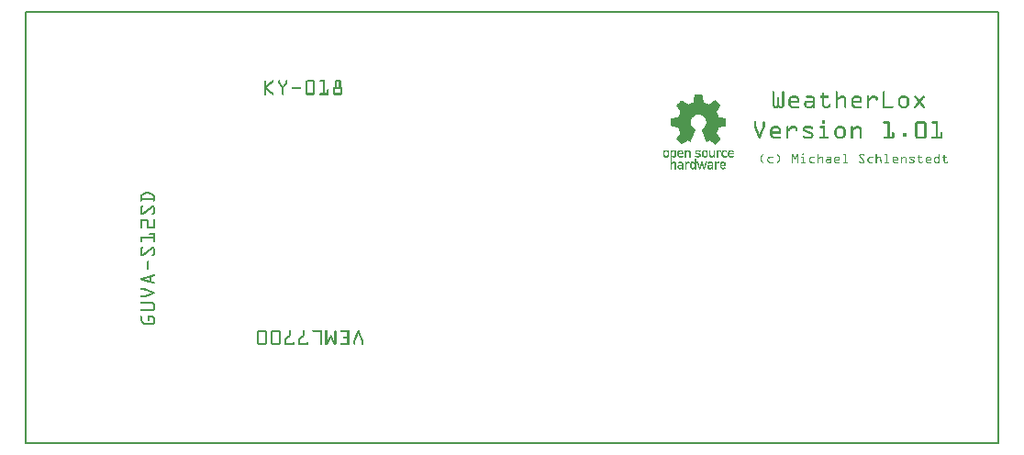
<source format=gto>
G04 MADE WITH FRITZING*
G04 WWW.FRITZING.ORG*
G04 DOUBLE SIDED*
G04 HOLES PLATED*
G04 CONTOUR ON CENTER OF CONTOUR VECTOR*
%FSLAX26Y26*%
%MOIN*%
%ADD10R,3.543310X1.574800X3.527310X1.558800*%
%ADD11C,0.008000*%
%ADD12R,0.001000X0.001000*%
G04 SILK1*
%FSLAX26Y26*%
%MOIN*%
D11*
X4000Y1570800D02*
X3539310Y1570800D01*
X3539310Y4000D01*
X4000Y4000D01*
X4000Y1570800D01*
D02*
D12*
X874500Y1322300D02*
X875500Y1322300D01*
X901500Y1322300D02*
X903500Y1322300D01*
X924500Y1322300D02*
X926500Y1322300D01*
X951500Y1322300D02*
X953500Y1322300D01*
X1027500Y1322300D02*
X1050500Y1322300D01*
X1074500Y1322300D02*
X1091500Y1322300D01*
X1130500Y1322300D02*
X1147500Y1322300D01*
X873500Y1321300D02*
X877500Y1321300D01*
X900500Y1321300D02*
X904500Y1321300D01*
X923500Y1321300D02*
X927500Y1321300D01*
X950500Y1321300D02*
X954500Y1321300D01*
X1025500Y1321300D02*
X1052500Y1321300D01*
X1073500Y1321300D02*
X1091500Y1321300D01*
X1129500Y1321300D02*
X1148500Y1321300D01*
X872500Y1320300D02*
X877500Y1320300D01*
X899500Y1320300D02*
X905500Y1320300D01*
X922500Y1320300D02*
X927500Y1320300D01*
X950500Y1320300D02*
X955500Y1320300D01*
X1024500Y1320300D02*
X1053500Y1320300D01*
X1072500Y1320300D02*
X1091500Y1320300D01*
X1128500Y1320300D02*
X1148500Y1320300D01*
X872500Y1319300D02*
X878500Y1319300D01*
X898500Y1319300D02*
X905500Y1319300D01*
X922500Y1319300D02*
X928500Y1319300D01*
X949500Y1319300D02*
X955500Y1319300D01*
X1023500Y1319300D02*
X1054500Y1319300D01*
X1072500Y1319300D02*
X1091500Y1319300D01*
X1128500Y1319300D02*
X1149500Y1319300D01*
X872500Y1318300D02*
X878500Y1318300D01*
X896500Y1318300D02*
X905500Y1318300D01*
X922500Y1318300D02*
X928500Y1318300D01*
X949500Y1318300D02*
X955500Y1318300D01*
X1022500Y1318300D02*
X1055500Y1318300D01*
X1072500Y1318300D02*
X1091500Y1318300D01*
X1128500Y1318300D02*
X1149500Y1318300D01*
X872500Y1317300D02*
X878500Y1317300D01*
X895500Y1317300D02*
X905500Y1317300D01*
X922500Y1317300D02*
X928500Y1317300D01*
X949500Y1317300D02*
X955500Y1317300D01*
X1022500Y1317300D02*
X1055500Y1317300D01*
X1072500Y1317300D02*
X1091500Y1317300D01*
X1128500Y1317300D02*
X1149500Y1317300D01*
X872500Y1316300D02*
X878500Y1316300D01*
X894500Y1316300D02*
X904500Y1316300D01*
X922500Y1316300D02*
X928500Y1316300D01*
X949500Y1316300D02*
X955500Y1316300D01*
X1022500Y1316300D02*
X1055500Y1316300D01*
X1073500Y1316300D02*
X1091500Y1316300D01*
X1128500Y1316300D02*
X1149500Y1316300D01*
X872500Y1315300D02*
X878500Y1315300D01*
X893500Y1315300D02*
X903500Y1315300D01*
X922500Y1315300D02*
X928500Y1315300D01*
X949500Y1315300D02*
X955500Y1315300D01*
X1022500Y1315300D02*
X1028500Y1315300D01*
X1049500Y1315300D02*
X1055500Y1315300D01*
X1085500Y1315300D02*
X1091500Y1315300D01*
X1128500Y1315300D02*
X1134500Y1315300D01*
X1143500Y1315300D02*
X1149500Y1315300D01*
X872500Y1314300D02*
X878500Y1314300D01*
X892500Y1314300D02*
X902500Y1314300D01*
X922500Y1314300D02*
X928500Y1314300D01*
X949500Y1314300D02*
X955500Y1314300D01*
X1022500Y1314300D02*
X1028500Y1314300D01*
X1049500Y1314300D02*
X1055500Y1314300D01*
X1085500Y1314300D02*
X1091500Y1314300D01*
X1128500Y1314300D02*
X1134500Y1314300D01*
X1143500Y1314300D02*
X1149500Y1314300D01*
X872500Y1313300D02*
X878500Y1313300D01*
X891500Y1313300D02*
X900500Y1313300D01*
X922500Y1313300D02*
X929500Y1313300D01*
X948500Y1313300D02*
X955500Y1313300D01*
X1022500Y1313300D02*
X1028500Y1313300D01*
X1049500Y1313300D02*
X1055500Y1313300D01*
X1085500Y1313300D02*
X1091500Y1313300D01*
X1128500Y1313300D02*
X1134500Y1313300D01*
X1143500Y1313300D02*
X1149500Y1313300D01*
X872500Y1312300D02*
X878500Y1312300D01*
X889500Y1312300D02*
X899500Y1312300D01*
X922500Y1312300D02*
X929500Y1312300D01*
X948500Y1312300D02*
X955500Y1312300D01*
X1022500Y1312300D02*
X1028500Y1312300D01*
X1049500Y1312300D02*
X1055500Y1312300D01*
X1085500Y1312300D02*
X1091500Y1312300D01*
X1128500Y1312300D02*
X1134500Y1312300D01*
X1143500Y1312300D02*
X1149500Y1312300D01*
X872500Y1311300D02*
X878500Y1311300D01*
X888500Y1311300D02*
X898500Y1311300D01*
X922500Y1311300D02*
X930500Y1311300D01*
X947500Y1311300D02*
X955500Y1311300D01*
X1022500Y1311300D02*
X1028500Y1311300D01*
X1049500Y1311300D02*
X1055500Y1311300D01*
X1085500Y1311300D02*
X1091500Y1311300D01*
X1128500Y1311300D02*
X1134500Y1311300D01*
X1143500Y1311300D02*
X1149500Y1311300D01*
X872500Y1310300D02*
X878500Y1310300D01*
X887500Y1310300D02*
X897500Y1310300D01*
X923500Y1310300D02*
X931500Y1310300D01*
X946500Y1310300D02*
X954500Y1310300D01*
X1022500Y1310300D02*
X1028500Y1310300D01*
X1049500Y1310300D02*
X1055500Y1310300D01*
X1085500Y1310300D02*
X1091500Y1310300D01*
X1128500Y1310300D02*
X1134500Y1310300D01*
X1143500Y1310300D02*
X1149500Y1310300D01*
X872500Y1309300D02*
X878500Y1309300D01*
X886500Y1309300D02*
X896500Y1309300D01*
X924500Y1309300D02*
X932500Y1309300D01*
X945500Y1309300D02*
X953500Y1309300D01*
X1022500Y1309300D02*
X1028500Y1309300D01*
X1049500Y1309300D02*
X1055500Y1309300D01*
X1085500Y1309300D02*
X1091500Y1309300D01*
X1128500Y1309300D02*
X1134500Y1309300D01*
X1143500Y1309300D02*
X1149500Y1309300D01*
X872500Y1308300D02*
X878500Y1308300D01*
X885500Y1308300D02*
X895500Y1308300D01*
X925500Y1308300D02*
X932500Y1308300D01*
X944500Y1308300D02*
X952500Y1308300D01*
X1022500Y1308300D02*
X1028500Y1308300D01*
X1049500Y1308300D02*
X1055500Y1308300D01*
X1085500Y1308300D02*
X1091500Y1308300D01*
X1128500Y1308300D02*
X1134500Y1308300D01*
X1143500Y1308300D02*
X1149500Y1308300D01*
X872500Y1307300D02*
X878500Y1307300D01*
X884500Y1307300D02*
X893500Y1307300D01*
X925500Y1307300D02*
X933500Y1307300D01*
X944500Y1307300D02*
X952500Y1307300D01*
X1022500Y1307300D02*
X1028500Y1307300D01*
X1049500Y1307300D02*
X1055500Y1307300D01*
X1085500Y1307300D02*
X1091500Y1307300D01*
X1128500Y1307300D02*
X1134500Y1307300D01*
X1143500Y1307300D02*
X1149500Y1307300D01*
X872500Y1306300D02*
X878500Y1306300D01*
X882500Y1306300D02*
X892500Y1306300D01*
X926500Y1306300D02*
X934500Y1306300D01*
X943500Y1306300D02*
X951500Y1306300D01*
X1022500Y1306300D02*
X1028500Y1306300D01*
X1049500Y1306300D02*
X1055500Y1306300D01*
X1085500Y1306300D02*
X1091500Y1306300D01*
X1128500Y1306300D02*
X1134500Y1306300D01*
X1143500Y1306300D02*
X1149500Y1306300D01*
X872500Y1305300D02*
X878500Y1305300D01*
X881500Y1305300D02*
X891500Y1305300D01*
X927500Y1305300D02*
X935500Y1305300D01*
X942500Y1305300D02*
X950500Y1305300D01*
X1022500Y1305300D02*
X1028500Y1305300D01*
X1049500Y1305300D02*
X1055500Y1305300D01*
X1085500Y1305300D02*
X1091500Y1305300D01*
X1128500Y1305300D02*
X1134500Y1305300D01*
X1143500Y1305300D02*
X1149500Y1305300D01*
X872500Y1304300D02*
X878500Y1304300D01*
X880500Y1304300D02*
X890500Y1304300D01*
X928500Y1304300D02*
X936500Y1304300D01*
X941500Y1304300D02*
X949500Y1304300D01*
X1022500Y1304300D02*
X1028500Y1304300D01*
X1049500Y1304300D02*
X1055500Y1304300D01*
X1085500Y1304300D02*
X1091500Y1304300D01*
X1128500Y1304300D02*
X1134500Y1304300D01*
X1143500Y1304300D02*
X1149500Y1304300D01*
X872500Y1303300D02*
X889500Y1303300D01*
X928500Y1303300D02*
X936500Y1303300D01*
X941500Y1303300D02*
X948500Y1303300D01*
X1022500Y1303300D02*
X1028500Y1303300D01*
X1049500Y1303300D02*
X1055500Y1303300D01*
X1085500Y1303300D02*
X1091500Y1303300D01*
X1128500Y1303300D02*
X1134500Y1303300D01*
X1143500Y1303300D02*
X1149500Y1303300D01*
X872500Y1302300D02*
X888500Y1302300D01*
X929500Y1302300D02*
X937500Y1302300D01*
X940500Y1302300D02*
X948500Y1302300D01*
X1022500Y1302300D02*
X1028500Y1302300D01*
X1049500Y1302300D02*
X1055500Y1302300D01*
X1085500Y1302300D02*
X1091500Y1302300D01*
X1128500Y1302300D02*
X1134500Y1302300D01*
X1143500Y1302300D02*
X1149500Y1302300D01*
X872500Y1301300D02*
X886500Y1301300D01*
X930500Y1301300D02*
X947500Y1301300D01*
X1022500Y1301300D02*
X1028500Y1301300D01*
X1049500Y1301300D02*
X1055500Y1301300D01*
X1085500Y1301300D02*
X1091500Y1301300D01*
X1128500Y1301300D02*
X1134500Y1301300D01*
X1143500Y1301300D02*
X1149500Y1301300D01*
X872500Y1300300D02*
X885500Y1300300D01*
X931500Y1300300D02*
X946500Y1300300D01*
X1022500Y1300300D02*
X1028500Y1300300D01*
X1049500Y1300300D02*
X1055500Y1300300D01*
X1085500Y1300300D02*
X1091500Y1300300D01*
X1128500Y1300300D02*
X1134500Y1300300D01*
X1143500Y1300300D02*
X1149500Y1300300D01*
X872500Y1299300D02*
X884500Y1299300D01*
X932500Y1299300D02*
X945500Y1299300D01*
X1022500Y1299300D02*
X1028500Y1299300D01*
X1049500Y1299300D02*
X1055500Y1299300D01*
X1085500Y1299300D02*
X1091500Y1299300D01*
X1128500Y1299300D02*
X1134500Y1299300D01*
X1143500Y1299300D02*
X1149500Y1299300D01*
X872500Y1298300D02*
X883500Y1298300D01*
X932500Y1298300D02*
X945500Y1298300D01*
X1022500Y1298300D02*
X1028500Y1298300D01*
X1049500Y1298300D02*
X1055500Y1298300D01*
X1085500Y1298300D02*
X1091500Y1298300D01*
X1125500Y1298300D02*
X1152500Y1298300D01*
X872500Y1297300D02*
X882500Y1297300D01*
X933500Y1297300D02*
X944500Y1297300D01*
X1022500Y1297300D02*
X1028500Y1297300D01*
X1049500Y1297300D02*
X1055500Y1297300D01*
X1085500Y1297300D02*
X1091500Y1297300D01*
X1124500Y1297300D02*
X1153500Y1297300D01*
X872500Y1296300D02*
X881500Y1296300D01*
X934500Y1296300D02*
X943500Y1296300D01*
X975500Y1296300D02*
X1002500Y1296300D01*
X1022500Y1296300D02*
X1028500Y1296300D01*
X1049500Y1296300D02*
X1055500Y1296300D01*
X1085500Y1296300D02*
X1091500Y1296300D01*
X1123500Y1296300D02*
X1154500Y1296300D01*
X872500Y1295300D02*
X880500Y1295300D01*
X935500Y1295300D02*
X942500Y1295300D01*
X973500Y1295300D02*
X1004500Y1295300D01*
X1022500Y1295300D02*
X1028500Y1295300D01*
X1049500Y1295300D02*
X1055500Y1295300D01*
X1085500Y1295300D02*
X1091500Y1295300D01*
X1122500Y1295300D02*
X1154500Y1295300D01*
X872500Y1294300D02*
X881500Y1294300D01*
X935500Y1294300D02*
X942500Y1294300D01*
X972500Y1294300D02*
X1005500Y1294300D01*
X1022500Y1294300D02*
X1028500Y1294300D01*
X1049500Y1294300D02*
X1055500Y1294300D01*
X1085500Y1294300D02*
X1091500Y1294300D01*
X1122500Y1294300D02*
X1155500Y1294300D01*
X872500Y1293300D02*
X882500Y1293300D01*
X935500Y1293300D02*
X941500Y1293300D01*
X972500Y1293300D02*
X1005500Y1293300D01*
X1022500Y1293300D02*
X1028500Y1293300D01*
X1049500Y1293300D02*
X1055500Y1293300D01*
X1085500Y1293300D02*
X1091500Y1293300D01*
X1122500Y1293300D02*
X1155500Y1293300D01*
X872500Y1292300D02*
X883500Y1292300D01*
X935500Y1292300D02*
X941500Y1292300D01*
X972500Y1292300D02*
X1005500Y1292300D01*
X1022500Y1292300D02*
X1028500Y1292300D01*
X1049500Y1292300D02*
X1055500Y1292300D01*
X1085500Y1292300D02*
X1091500Y1292300D01*
X1122500Y1292300D02*
X1155500Y1292300D01*
X872500Y1291300D02*
X885500Y1291300D01*
X935500Y1291300D02*
X941500Y1291300D01*
X972500Y1291300D02*
X1005500Y1291300D01*
X1022500Y1291300D02*
X1028500Y1291300D01*
X1049500Y1291300D02*
X1055500Y1291300D01*
X1085500Y1291300D02*
X1091500Y1291300D01*
X1122500Y1291300D02*
X1128500Y1291300D01*
X1149500Y1291300D02*
X1155500Y1291300D01*
X872500Y1290300D02*
X886500Y1290300D01*
X935500Y1290300D02*
X941500Y1290300D01*
X973500Y1290300D02*
X1004500Y1290300D01*
X1022500Y1290300D02*
X1028500Y1290300D01*
X1049500Y1290300D02*
X1055500Y1290300D01*
X1085500Y1290300D02*
X1091500Y1290300D01*
X1122500Y1290300D02*
X1128500Y1290300D01*
X1149500Y1290300D02*
X1155500Y1290300D01*
X872500Y1289300D02*
X887500Y1289300D01*
X935500Y1289300D02*
X941500Y1289300D01*
X1022500Y1289300D02*
X1028500Y1289300D01*
X1049500Y1289300D02*
X1055500Y1289300D01*
X1085500Y1289300D02*
X1091500Y1289300D01*
X1102500Y1289300D02*
X1103500Y1289300D01*
X1122500Y1289300D02*
X1128500Y1289300D01*
X1149500Y1289300D02*
X1155500Y1289300D01*
X872500Y1288300D02*
X888500Y1288300D01*
X935500Y1288300D02*
X941500Y1288300D01*
X1022500Y1288300D02*
X1028500Y1288300D01*
X1049500Y1288300D02*
X1055500Y1288300D01*
X1085500Y1288300D02*
X1091500Y1288300D01*
X1100500Y1288300D02*
X1104500Y1288300D01*
X1122500Y1288300D02*
X1128500Y1288300D01*
X1149500Y1288300D02*
X1155500Y1288300D01*
X872500Y1287300D02*
X889500Y1287300D01*
X935500Y1287300D02*
X941500Y1287300D01*
X1022500Y1287300D02*
X1028500Y1287300D01*
X1049500Y1287300D02*
X1055500Y1287300D01*
X1085500Y1287300D02*
X1091500Y1287300D01*
X1099500Y1287300D02*
X1105500Y1287300D01*
X1122500Y1287300D02*
X1128500Y1287300D01*
X1149500Y1287300D02*
X1155500Y1287300D01*
X872500Y1286300D02*
X878500Y1286300D01*
X881500Y1286300D02*
X890500Y1286300D01*
X935500Y1286300D02*
X941500Y1286300D01*
X1022500Y1286300D02*
X1028500Y1286300D01*
X1049500Y1286300D02*
X1055500Y1286300D01*
X1085500Y1286300D02*
X1091500Y1286300D01*
X1099500Y1286300D02*
X1105500Y1286300D01*
X1122500Y1286300D02*
X1128500Y1286300D01*
X1149500Y1286300D02*
X1155500Y1286300D01*
X872500Y1285300D02*
X878500Y1285300D01*
X882500Y1285300D02*
X892500Y1285300D01*
X935500Y1285300D02*
X941500Y1285300D01*
X1022500Y1285300D02*
X1028500Y1285300D01*
X1049500Y1285300D02*
X1055500Y1285300D01*
X1085500Y1285300D02*
X1091500Y1285300D01*
X1099500Y1285300D02*
X1105500Y1285300D01*
X1122500Y1285300D02*
X1128500Y1285300D01*
X1149500Y1285300D02*
X1155500Y1285300D01*
X872500Y1284300D02*
X878500Y1284300D01*
X883500Y1284300D02*
X893500Y1284300D01*
X935500Y1284300D02*
X941500Y1284300D01*
X1022500Y1284300D02*
X1028500Y1284300D01*
X1049500Y1284300D02*
X1055500Y1284300D01*
X1085500Y1284300D02*
X1091500Y1284300D01*
X1099500Y1284300D02*
X1105500Y1284300D01*
X1122500Y1284300D02*
X1128500Y1284300D01*
X1149500Y1284300D02*
X1155500Y1284300D01*
X872500Y1283300D02*
X878500Y1283300D01*
X884500Y1283300D02*
X894500Y1283300D01*
X935500Y1283300D02*
X941500Y1283300D01*
X1022500Y1283300D02*
X1028500Y1283300D01*
X1049500Y1283300D02*
X1055500Y1283300D01*
X1085500Y1283300D02*
X1091500Y1283300D01*
X1099500Y1283300D02*
X1105500Y1283300D01*
X1122500Y1283300D02*
X1128500Y1283300D01*
X1149500Y1283300D02*
X1155500Y1283300D01*
X872500Y1282300D02*
X878500Y1282300D01*
X885500Y1282300D02*
X895500Y1282300D01*
X935500Y1282300D02*
X941500Y1282300D01*
X1022500Y1282300D02*
X1028500Y1282300D01*
X1049500Y1282300D02*
X1055500Y1282300D01*
X1085500Y1282300D02*
X1091500Y1282300D01*
X1099500Y1282300D02*
X1105500Y1282300D01*
X1122500Y1282300D02*
X1128500Y1282300D01*
X1149500Y1282300D02*
X1155500Y1282300D01*
X2719500Y1282300D02*
X2722500Y1282300D01*
X2755500Y1282300D02*
X2757500Y1282300D01*
X2949500Y1282300D02*
X2952500Y1282300D01*
X3120500Y1282300D02*
X3123500Y1282300D01*
X872500Y1281300D02*
X878500Y1281300D01*
X886500Y1281300D02*
X896500Y1281300D01*
X935500Y1281300D02*
X941500Y1281300D01*
X1022500Y1281300D02*
X1028500Y1281300D01*
X1049500Y1281300D02*
X1055500Y1281300D01*
X1085500Y1281300D02*
X1091500Y1281300D01*
X1099500Y1281300D02*
X1105500Y1281300D01*
X1122500Y1281300D02*
X1128500Y1281300D01*
X1149500Y1281300D02*
X1155500Y1281300D01*
X2718500Y1281300D02*
X2723500Y1281300D01*
X2754500Y1281300D02*
X2758500Y1281300D01*
X2948500Y1281300D02*
X2953500Y1281300D01*
X3119500Y1281300D02*
X3124500Y1281300D01*
X872500Y1280300D02*
X878500Y1280300D01*
X888500Y1280300D02*
X897500Y1280300D01*
X935500Y1280300D02*
X941500Y1280300D01*
X1022500Y1280300D02*
X1028500Y1280300D01*
X1049500Y1280300D02*
X1055500Y1280300D01*
X1085500Y1280300D02*
X1091500Y1280300D01*
X1099500Y1280300D02*
X1105500Y1280300D01*
X1122500Y1280300D02*
X1128500Y1280300D01*
X1149500Y1280300D02*
X1155500Y1280300D01*
X2718500Y1280300D02*
X2724500Y1280300D01*
X2753500Y1280300D02*
X2759500Y1280300D01*
X2947500Y1280300D02*
X2954500Y1280300D01*
X3118500Y1280300D02*
X3125500Y1280300D01*
X872500Y1279300D02*
X878500Y1279300D01*
X889500Y1279300D02*
X899500Y1279300D01*
X935500Y1279300D02*
X941500Y1279300D01*
X1022500Y1279300D02*
X1028500Y1279300D01*
X1049500Y1279300D02*
X1055500Y1279300D01*
X1085500Y1279300D02*
X1091500Y1279300D01*
X1099500Y1279300D02*
X1105500Y1279300D01*
X1122500Y1279300D02*
X1128500Y1279300D01*
X1149500Y1279300D02*
X1155500Y1279300D01*
X2717500Y1279300D02*
X2724500Y1279300D01*
X2753500Y1279300D02*
X2759500Y1279300D01*
X2901500Y1279300D02*
X2901500Y1279300D01*
X2947500Y1279300D02*
X2954500Y1279300D01*
X3118500Y1279300D02*
X3125500Y1279300D01*
X872500Y1278300D02*
X878500Y1278300D01*
X890500Y1278300D02*
X900500Y1278300D01*
X935500Y1278300D02*
X941500Y1278300D01*
X1022500Y1278300D02*
X1028500Y1278300D01*
X1049500Y1278300D02*
X1055500Y1278300D01*
X1085500Y1278300D02*
X1091500Y1278300D01*
X1099500Y1278300D02*
X1105500Y1278300D01*
X1122500Y1278300D02*
X1128500Y1278300D01*
X1149500Y1278300D02*
X1155500Y1278300D01*
X2717500Y1278300D02*
X2724500Y1278300D01*
X2752500Y1278300D02*
X2760500Y1278300D01*
X2899500Y1278300D02*
X2903500Y1278300D01*
X2947500Y1278300D02*
X2954500Y1278300D01*
X3118500Y1278300D02*
X3125500Y1278300D01*
X872500Y1277300D02*
X878500Y1277300D01*
X891500Y1277300D02*
X901500Y1277300D01*
X935500Y1277300D02*
X941500Y1277300D01*
X1022500Y1277300D02*
X1028500Y1277300D01*
X1049500Y1277300D02*
X1055500Y1277300D01*
X1085500Y1277300D02*
X1091500Y1277300D01*
X1099500Y1277300D02*
X1105500Y1277300D01*
X1122500Y1277300D02*
X1128500Y1277300D01*
X1149500Y1277300D02*
X1155500Y1277300D01*
X2717500Y1277300D02*
X2724500Y1277300D01*
X2752500Y1277300D02*
X2760500Y1277300D01*
X2898500Y1277300D02*
X2904500Y1277300D01*
X2947500Y1277300D02*
X2954500Y1277300D01*
X3118500Y1277300D02*
X3125500Y1277300D01*
X872500Y1276300D02*
X878500Y1276300D01*
X892500Y1276300D02*
X902500Y1276300D01*
X935500Y1276300D02*
X941500Y1276300D01*
X1022500Y1276300D02*
X1028500Y1276300D01*
X1049500Y1276300D02*
X1055500Y1276300D01*
X1085500Y1276300D02*
X1091500Y1276300D01*
X1099500Y1276300D02*
X1105500Y1276300D01*
X1122500Y1276300D02*
X1128500Y1276300D01*
X1149500Y1276300D02*
X1155500Y1276300D01*
X2717500Y1276300D02*
X2724500Y1276300D01*
X2752500Y1276300D02*
X2760500Y1276300D01*
X2898500Y1276300D02*
X2905500Y1276300D01*
X2947500Y1276300D02*
X2954500Y1276300D01*
X3118500Y1276300D02*
X3125500Y1276300D01*
X872500Y1275300D02*
X878500Y1275300D01*
X893500Y1275300D02*
X903500Y1275300D01*
X935500Y1275300D02*
X941500Y1275300D01*
X1022500Y1275300D02*
X1055500Y1275300D01*
X1074500Y1275300D02*
X1105500Y1275300D01*
X1122500Y1275300D02*
X1155500Y1275300D01*
X2717500Y1275300D02*
X2724500Y1275300D01*
X2752500Y1275300D02*
X2760500Y1275300D01*
X2898500Y1275300D02*
X2905500Y1275300D01*
X2947500Y1275300D02*
X2954500Y1275300D01*
X3118500Y1275300D02*
X3125500Y1275300D01*
X872500Y1274300D02*
X878500Y1274300D01*
X895500Y1274300D02*
X904500Y1274300D01*
X935500Y1274300D02*
X941500Y1274300D01*
X1022500Y1274300D02*
X1055500Y1274300D01*
X1073500Y1274300D02*
X1105500Y1274300D01*
X1122500Y1274300D02*
X1155500Y1274300D01*
X2717500Y1274300D02*
X2724500Y1274300D01*
X2752500Y1274300D02*
X2760500Y1274300D01*
X2898500Y1274300D02*
X2905500Y1274300D01*
X2947500Y1274300D02*
X2954500Y1274300D01*
X3118500Y1274300D02*
X3125500Y1274300D01*
X872500Y1273300D02*
X878500Y1273300D01*
X896500Y1273300D02*
X905500Y1273300D01*
X935500Y1273300D02*
X941500Y1273300D01*
X1022500Y1273300D02*
X1055500Y1273300D01*
X1072500Y1273300D02*
X1105500Y1273300D01*
X1122500Y1273300D02*
X1155500Y1273300D01*
X2717500Y1273300D02*
X2724500Y1273300D01*
X2752500Y1273300D02*
X2760500Y1273300D01*
X2898500Y1273300D02*
X2905500Y1273300D01*
X2947500Y1273300D02*
X2954500Y1273300D01*
X3118500Y1273300D02*
X3125500Y1273300D01*
X872500Y1272300D02*
X878500Y1272300D01*
X897500Y1272300D02*
X905500Y1272300D01*
X935500Y1272300D02*
X941500Y1272300D01*
X1022500Y1272300D02*
X1054500Y1272300D01*
X1072500Y1272300D02*
X1105500Y1272300D01*
X1122500Y1272300D02*
X1154500Y1272300D01*
X2717500Y1272300D02*
X2724500Y1272300D01*
X2752500Y1272300D02*
X2760500Y1272300D01*
X2898500Y1272300D02*
X2905500Y1272300D01*
X2947500Y1272300D02*
X2954500Y1272300D01*
X3118500Y1272300D02*
X3125500Y1272300D01*
X872500Y1271300D02*
X878500Y1271300D01*
X898500Y1271300D02*
X905500Y1271300D01*
X936500Y1271300D02*
X941500Y1271300D01*
X1023500Y1271300D02*
X1054500Y1271300D01*
X1072500Y1271300D02*
X1105500Y1271300D01*
X1123500Y1271300D02*
X1154500Y1271300D01*
X2717500Y1271300D02*
X2724500Y1271300D01*
X2752500Y1271300D02*
X2760500Y1271300D01*
X2898500Y1271300D02*
X2905500Y1271300D01*
X2947500Y1271300D02*
X2954500Y1271300D01*
X3118500Y1271300D02*
X3125500Y1271300D01*
X872500Y1270300D02*
X877500Y1270300D01*
X899500Y1270300D02*
X905500Y1270300D01*
X936500Y1270300D02*
X941500Y1270300D01*
X1024500Y1270300D02*
X1053500Y1270300D01*
X1072500Y1270300D02*
X1105500Y1270300D01*
X1124500Y1270300D02*
X1153500Y1270300D01*
X2717500Y1270300D02*
X2724500Y1270300D01*
X2752500Y1270300D02*
X2760500Y1270300D01*
X2898500Y1270300D02*
X2905500Y1270300D01*
X2947500Y1270300D02*
X2954500Y1270300D01*
X3118500Y1270300D02*
X3125500Y1270300D01*
X873500Y1269300D02*
X876500Y1269300D01*
X900500Y1269300D02*
X904500Y1269300D01*
X937500Y1269300D02*
X940500Y1269300D01*
X1025500Y1269300D02*
X1051500Y1269300D01*
X1073500Y1269300D02*
X1104500Y1269300D01*
X1125500Y1269300D02*
X1151500Y1269300D01*
X2436500Y1269300D02*
X2462500Y1269300D01*
X2717500Y1269300D02*
X2724500Y1269300D01*
X2752500Y1269300D02*
X2760500Y1269300D01*
X2898500Y1269300D02*
X2905500Y1269300D01*
X2947500Y1269300D02*
X2954500Y1269300D01*
X3118500Y1269300D02*
X3125500Y1269300D01*
X2435500Y1268300D02*
X2462500Y1268300D01*
X2717500Y1268300D02*
X2724500Y1268300D01*
X2752500Y1268300D02*
X2760500Y1268300D01*
X2898500Y1268300D02*
X2905500Y1268300D01*
X2947500Y1268300D02*
X2954500Y1268300D01*
X3118500Y1268300D02*
X3125500Y1268300D01*
X2435500Y1267300D02*
X2462500Y1267300D01*
X2717500Y1267300D02*
X2724500Y1267300D01*
X2752500Y1267300D02*
X2760500Y1267300D01*
X2898500Y1267300D02*
X2905500Y1267300D01*
X2947500Y1267300D02*
X2954500Y1267300D01*
X3118500Y1267300D02*
X3125500Y1267300D01*
X2435500Y1266300D02*
X2463500Y1266300D01*
X2717500Y1266300D02*
X2724500Y1266300D01*
X2752500Y1266300D02*
X2760500Y1266300D01*
X2898500Y1266300D02*
X2905500Y1266300D01*
X2947500Y1266300D02*
X2954500Y1266300D01*
X3118500Y1266300D02*
X3125500Y1266300D01*
X2434500Y1265300D02*
X2463500Y1265300D01*
X2717500Y1265300D02*
X2724500Y1265300D01*
X2752500Y1265300D02*
X2760500Y1265300D01*
X2787500Y1265300D02*
X2803500Y1265300D01*
X2841500Y1265300D02*
X2862500Y1265300D01*
X2892500Y1265300D02*
X2920500Y1265300D01*
X2947500Y1265300D02*
X2954500Y1265300D01*
X2965500Y1265300D02*
X2976500Y1265300D01*
X3015500Y1265300D02*
X3031500Y1265300D01*
X3063500Y1265300D02*
X3066500Y1265300D01*
X3078500Y1265300D02*
X3092500Y1265300D01*
X3118500Y1265300D02*
X3125500Y1265300D01*
X3186500Y1265300D02*
X3202500Y1265300D01*
X3235500Y1265300D02*
X3238500Y1265300D01*
X3265500Y1265300D02*
X3268500Y1265300D01*
X2434500Y1264300D02*
X2463500Y1264300D01*
X2717500Y1264300D02*
X2724500Y1264300D01*
X2752500Y1264300D02*
X2760500Y1264300D01*
X2785500Y1264300D02*
X2806500Y1264300D01*
X2839500Y1264300D02*
X2865500Y1264300D01*
X2891500Y1264300D02*
X2921500Y1264300D01*
X2947500Y1264300D02*
X2954500Y1264300D01*
X2963500Y1264300D02*
X2979500Y1264300D01*
X3013500Y1264300D02*
X3034500Y1264300D01*
X3062500Y1264300D02*
X3067500Y1264300D01*
X3077500Y1264300D02*
X3095500Y1264300D01*
X3118500Y1264300D02*
X3125500Y1264300D01*
X3184500Y1264300D02*
X3205500Y1264300D01*
X3234500Y1264300D02*
X3239500Y1264300D01*
X3263500Y1264300D02*
X3269500Y1264300D01*
X2434500Y1263300D02*
X2463500Y1263300D01*
X2717500Y1263300D02*
X2724500Y1263300D01*
X2752500Y1263300D02*
X2760500Y1263300D01*
X2783500Y1263300D02*
X2807500Y1263300D01*
X2839500Y1263300D02*
X2866500Y1263300D01*
X2890500Y1263300D02*
X2922500Y1263300D01*
X2947500Y1263300D02*
X2954500Y1263300D01*
X2961500Y1263300D02*
X2980500Y1263300D01*
X3011500Y1263300D02*
X3035500Y1263300D01*
X3061500Y1263300D02*
X3068500Y1263300D01*
X3076500Y1263300D02*
X3096500Y1263300D01*
X3118500Y1263300D02*
X3125500Y1263300D01*
X3182500Y1263300D02*
X3206500Y1263300D01*
X3233500Y1263300D02*
X3240500Y1263300D01*
X3262500Y1263300D02*
X3269500Y1263300D01*
X2434500Y1262300D02*
X2463500Y1262300D01*
X2717500Y1262300D02*
X2724500Y1262300D01*
X2752500Y1262300D02*
X2760500Y1262300D01*
X2782500Y1262300D02*
X2809500Y1262300D01*
X2839500Y1262300D02*
X2868500Y1262300D01*
X2890500Y1262300D02*
X2922500Y1262300D01*
X2947500Y1262300D02*
X2954500Y1262300D01*
X2960500Y1262300D02*
X2981500Y1262300D01*
X3010500Y1262300D02*
X3037500Y1262300D01*
X3061500Y1262300D02*
X3068500Y1262300D01*
X3075500Y1262300D02*
X3097500Y1262300D01*
X3118500Y1262300D02*
X3125500Y1262300D01*
X3181500Y1262300D02*
X3207500Y1262300D01*
X3233500Y1262300D02*
X3241500Y1262300D01*
X3262500Y1262300D02*
X3269500Y1262300D01*
X2434500Y1261300D02*
X2464500Y1261300D01*
X2717500Y1261300D02*
X2724500Y1261300D01*
X2752500Y1261300D02*
X2760500Y1261300D01*
X2781500Y1261300D02*
X2810500Y1261300D01*
X2839500Y1261300D02*
X2869500Y1261300D01*
X2890500Y1261300D02*
X2922500Y1261300D01*
X2947500Y1261300D02*
X2954500Y1261300D01*
X2958500Y1261300D02*
X2982500Y1261300D01*
X3009500Y1261300D02*
X3038500Y1261300D01*
X3061500Y1261300D02*
X3068500Y1261300D01*
X3074500Y1261300D02*
X3098500Y1261300D01*
X3118500Y1261300D02*
X3125500Y1261300D01*
X3180500Y1261300D02*
X3209500Y1261300D01*
X3233500Y1261300D02*
X3242500Y1261300D01*
X3261500Y1261300D02*
X3269500Y1261300D01*
X2434500Y1260300D02*
X2464500Y1260300D01*
X2717500Y1260300D02*
X2724500Y1260300D01*
X2738500Y1260300D02*
X2739500Y1260300D01*
X2752500Y1260300D02*
X2760500Y1260300D01*
X2780500Y1260300D02*
X2811500Y1260300D01*
X2839500Y1260300D02*
X2870500Y1260300D01*
X2890500Y1260300D02*
X2922500Y1260300D01*
X2947500Y1260300D02*
X2954500Y1260300D01*
X2957500Y1260300D02*
X2983500Y1260300D01*
X3008500Y1260300D02*
X3039500Y1260300D01*
X3061500Y1260300D02*
X3068500Y1260300D01*
X3073500Y1260300D02*
X3098500Y1260300D01*
X3118500Y1260300D02*
X3125500Y1260300D01*
X3179500Y1260300D02*
X3210500Y1260300D01*
X3233500Y1260300D02*
X3242500Y1260300D01*
X3260500Y1260300D02*
X3269500Y1260300D01*
X2433500Y1259300D02*
X2464500Y1259300D01*
X2717500Y1259300D02*
X2724500Y1259300D01*
X2736500Y1259300D02*
X2741500Y1259300D01*
X2752500Y1259300D02*
X2760500Y1259300D01*
X2779500Y1259300D02*
X2812500Y1259300D01*
X2840500Y1259300D02*
X2870500Y1259300D01*
X2891500Y1259300D02*
X2921500Y1259300D01*
X2947500Y1259300D02*
X2983500Y1259300D01*
X3007500Y1259300D02*
X3039500Y1259300D01*
X3061500Y1259300D02*
X3068500Y1259300D01*
X3071500Y1259300D02*
X3099500Y1259300D01*
X3118500Y1259300D02*
X3125500Y1259300D01*
X3178500Y1259300D02*
X3210500Y1259300D01*
X3234500Y1259300D02*
X3243500Y1259300D01*
X3259500Y1259300D02*
X3269500Y1259300D01*
X2433500Y1258300D02*
X2464500Y1258300D01*
X2717500Y1258300D02*
X2724500Y1258300D01*
X2735500Y1258300D02*
X2741500Y1258300D01*
X2752500Y1258300D02*
X2760500Y1258300D01*
X2778500Y1258300D02*
X2812500Y1258300D01*
X2841500Y1258300D02*
X2871500Y1258300D01*
X2892500Y1258300D02*
X2920500Y1258300D01*
X2947500Y1258300D02*
X2984500Y1258300D01*
X3006500Y1258300D02*
X3040500Y1258300D01*
X3061500Y1258300D02*
X3068500Y1258300D01*
X3070500Y1258300D02*
X3099500Y1258300D01*
X3118500Y1258300D02*
X3125500Y1258300D01*
X3177500Y1258300D02*
X3211500Y1258300D01*
X3235500Y1258300D02*
X3244500Y1258300D01*
X3258500Y1258300D02*
X3268500Y1258300D01*
X2433500Y1257300D02*
X2464500Y1257300D01*
X2717500Y1257300D02*
X2724500Y1257300D01*
X2735500Y1257300D02*
X2742500Y1257300D01*
X2752500Y1257300D02*
X2760500Y1257300D01*
X2778500Y1257300D02*
X2788500Y1257300D01*
X2803500Y1257300D02*
X2813500Y1257300D01*
X2863500Y1257300D02*
X2871500Y1257300D01*
X2898500Y1257300D02*
X2905500Y1257300D01*
X2947500Y1257300D02*
X2966500Y1257300D01*
X2976500Y1257300D02*
X2984500Y1257300D01*
X3006500Y1257300D02*
X3016500Y1257300D01*
X3031500Y1257300D02*
X3041500Y1257300D01*
X3061500Y1257300D02*
X3080500Y1257300D01*
X3091500Y1257300D02*
X3099500Y1257300D01*
X3118500Y1257300D02*
X3125500Y1257300D01*
X3177500Y1257300D02*
X3187500Y1257300D01*
X3202500Y1257300D02*
X3212500Y1257300D01*
X3235500Y1257300D02*
X3245500Y1257300D01*
X3258500Y1257300D02*
X3267500Y1257300D01*
X2433500Y1256300D02*
X2465500Y1256300D01*
X2717500Y1256300D02*
X2724500Y1256300D01*
X2735500Y1256300D02*
X2742500Y1256300D01*
X2752500Y1256300D02*
X2760500Y1256300D01*
X2777500Y1256300D02*
X2786500Y1256300D01*
X2804500Y1256300D02*
X2813500Y1256300D01*
X2864500Y1256300D02*
X2871500Y1256300D01*
X2898500Y1256300D02*
X2905500Y1256300D01*
X2947500Y1256300D02*
X2964500Y1256300D01*
X2977500Y1256300D02*
X2984500Y1256300D01*
X3005500Y1256300D02*
X3014500Y1256300D01*
X3032500Y1256300D02*
X3041500Y1256300D01*
X3061500Y1256300D02*
X3079500Y1256300D01*
X3092500Y1256300D02*
X3099500Y1256300D01*
X3118500Y1256300D02*
X3125500Y1256300D01*
X3176500Y1256300D02*
X3185500Y1256300D01*
X3203500Y1256300D02*
X3212500Y1256300D01*
X3236500Y1256300D02*
X3246500Y1256300D01*
X3257500Y1256300D02*
X3266500Y1256300D01*
X2433500Y1255300D02*
X2465500Y1255300D01*
X2717500Y1255300D02*
X2724500Y1255300D01*
X2735500Y1255300D02*
X2742500Y1255300D01*
X2752500Y1255300D02*
X2760500Y1255300D01*
X2777500Y1255300D02*
X2785500Y1255300D01*
X2806500Y1255300D02*
X2814500Y1255300D01*
X2864500Y1255300D02*
X2871500Y1255300D01*
X2898500Y1255300D02*
X2905500Y1255300D01*
X2947500Y1255300D02*
X2963500Y1255300D01*
X2977500Y1255300D02*
X2984500Y1255300D01*
X3005500Y1255300D02*
X3013500Y1255300D01*
X3034500Y1255300D02*
X3042500Y1255300D01*
X3061500Y1255300D02*
X3078500Y1255300D01*
X3092500Y1255300D02*
X3099500Y1255300D01*
X3118500Y1255300D02*
X3125500Y1255300D01*
X3176500Y1255300D02*
X3184500Y1255300D01*
X3205500Y1255300D02*
X3213500Y1255300D01*
X3237500Y1255300D02*
X3247500Y1255300D01*
X3256500Y1255300D02*
X3265500Y1255300D01*
X2432500Y1254300D02*
X2465500Y1254300D01*
X2717500Y1254300D02*
X2724500Y1254300D01*
X2735500Y1254300D02*
X2742500Y1254300D01*
X2752500Y1254300D02*
X2760500Y1254300D01*
X2776500Y1254300D02*
X2784500Y1254300D01*
X2806500Y1254300D02*
X2814500Y1254300D01*
X2864500Y1254300D02*
X2871500Y1254300D01*
X2898500Y1254300D02*
X2905500Y1254300D01*
X2947500Y1254300D02*
X2961500Y1254300D01*
X2977500Y1254300D02*
X2984500Y1254300D01*
X3004500Y1254300D02*
X3012500Y1254300D01*
X3034500Y1254300D02*
X3042500Y1254300D01*
X3061500Y1254300D02*
X3077500Y1254300D01*
X3092500Y1254300D02*
X3099500Y1254300D01*
X3118500Y1254300D02*
X3125500Y1254300D01*
X3175500Y1254300D02*
X3183500Y1254300D01*
X3205500Y1254300D02*
X3213500Y1254300D01*
X3238500Y1254300D02*
X3247500Y1254300D01*
X3255500Y1254300D02*
X3264500Y1254300D01*
X2432500Y1253300D02*
X2465500Y1253300D01*
X2717500Y1253300D02*
X2724500Y1253300D01*
X2735500Y1253300D02*
X2742500Y1253300D01*
X2752500Y1253300D02*
X2760500Y1253300D01*
X2776500Y1253300D02*
X2784500Y1253300D01*
X2807500Y1253300D02*
X2814500Y1253300D01*
X2865500Y1253300D02*
X2871500Y1253300D01*
X2898500Y1253300D02*
X2905500Y1253300D01*
X2947500Y1253300D02*
X2960500Y1253300D01*
X2977500Y1253300D02*
X2984500Y1253300D01*
X3004500Y1253300D02*
X3012500Y1253300D01*
X3035500Y1253300D02*
X3042500Y1253300D01*
X3061500Y1253300D02*
X3076500Y1253300D01*
X3092500Y1253300D02*
X3099500Y1253300D01*
X3118500Y1253300D02*
X3125500Y1253300D01*
X3175500Y1253300D02*
X3182500Y1253300D01*
X3206500Y1253300D02*
X3213500Y1253300D01*
X3239500Y1253300D02*
X3248500Y1253300D01*
X3254500Y1253300D02*
X3264500Y1253300D01*
X2432500Y1252300D02*
X2465500Y1252300D01*
X2717500Y1252300D02*
X2724500Y1252300D01*
X2735500Y1252300D02*
X2742500Y1252300D01*
X2752500Y1252300D02*
X2760500Y1252300D01*
X2776500Y1252300D02*
X2783500Y1252300D01*
X2807500Y1252300D02*
X2814500Y1252300D01*
X2865500Y1252300D02*
X2871500Y1252300D01*
X2898500Y1252300D02*
X2905500Y1252300D01*
X2947500Y1252300D02*
X2958500Y1252300D01*
X2977500Y1252300D02*
X2985500Y1252300D01*
X3004500Y1252300D02*
X3011500Y1252300D01*
X3035500Y1252300D02*
X3042500Y1252300D01*
X3061500Y1252300D02*
X3075500Y1252300D01*
X3093500Y1252300D02*
X3099500Y1252300D01*
X3118500Y1252300D02*
X3125500Y1252300D01*
X3175500Y1252300D02*
X3182500Y1252300D01*
X3206500Y1252300D02*
X3213500Y1252300D01*
X3240500Y1252300D02*
X3249500Y1252300D01*
X3253500Y1252300D02*
X3263500Y1252300D01*
X2432500Y1251300D02*
X2465500Y1251300D01*
X2717500Y1251300D02*
X2724500Y1251300D01*
X2735500Y1251300D02*
X2742500Y1251300D01*
X2752500Y1251300D02*
X2760500Y1251300D01*
X2776500Y1251300D02*
X2783500Y1251300D01*
X2808500Y1251300D02*
X2815500Y1251300D01*
X2865500Y1251300D02*
X2871500Y1251300D01*
X2898500Y1251300D02*
X2905500Y1251300D01*
X2947500Y1251300D02*
X2957500Y1251300D01*
X2978500Y1251300D02*
X2985500Y1251300D01*
X3004500Y1251300D02*
X3011500Y1251300D01*
X3035500Y1251300D02*
X3042500Y1251300D01*
X3061500Y1251300D02*
X3073500Y1251300D01*
X3093500Y1251300D02*
X3099500Y1251300D01*
X3118500Y1251300D02*
X3125500Y1251300D01*
X3175500Y1251300D02*
X3182500Y1251300D01*
X3206500Y1251300D02*
X3213500Y1251300D01*
X3240500Y1251300D02*
X3250500Y1251300D01*
X3253500Y1251300D02*
X3262500Y1251300D01*
X2432500Y1250300D02*
X2466500Y1250300D01*
X2717500Y1250300D02*
X2724500Y1250300D01*
X2735500Y1250300D02*
X2742500Y1250300D01*
X2752500Y1250300D02*
X2760500Y1250300D01*
X2776500Y1250300D02*
X2783500Y1250300D01*
X2808500Y1250300D02*
X2815500Y1250300D01*
X2865500Y1250300D02*
X2871500Y1250300D01*
X2898500Y1250300D02*
X2905500Y1250300D01*
X2947500Y1250300D02*
X2955500Y1250300D01*
X2978500Y1250300D02*
X2985500Y1250300D01*
X3004500Y1250300D02*
X3011500Y1250300D01*
X3035500Y1250300D02*
X3042500Y1250300D01*
X3061500Y1250300D02*
X3072500Y1250300D01*
X3093500Y1250300D02*
X3099500Y1250300D01*
X3118500Y1250300D02*
X3125500Y1250300D01*
X3175500Y1250300D02*
X3182500Y1250300D01*
X3206500Y1250300D02*
X3213500Y1250300D01*
X3241500Y1250300D02*
X3261500Y1250300D01*
X2387500Y1249300D02*
X2388500Y1249300D01*
X2431500Y1249300D02*
X2466500Y1249300D01*
X2509500Y1249300D02*
X2510500Y1249300D01*
X2717500Y1249300D02*
X2724500Y1249300D01*
X2735500Y1249300D02*
X2742500Y1249300D01*
X2752500Y1249300D02*
X2760500Y1249300D01*
X2776500Y1249300D02*
X2783500Y1249300D01*
X2808500Y1249300D02*
X2815500Y1249300D01*
X2865500Y1249300D02*
X2871500Y1249300D01*
X2898500Y1249300D02*
X2905500Y1249300D01*
X2947500Y1249300D02*
X2954500Y1249300D01*
X2978500Y1249300D02*
X2985500Y1249300D01*
X3004500Y1249300D02*
X3011500Y1249300D01*
X3035500Y1249300D02*
X3042500Y1249300D01*
X3061500Y1249300D02*
X3071500Y1249300D01*
X3094500Y1249300D02*
X3098500Y1249300D01*
X3118500Y1249300D02*
X3125500Y1249300D01*
X3175500Y1249300D02*
X3182500Y1249300D01*
X3206500Y1249300D02*
X3213500Y1249300D01*
X3242500Y1249300D02*
X3260500Y1249300D01*
X2386500Y1248300D02*
X2390500Y1248300D01*
X2431500Y1248300D02*
X2466500Y1248300D01*
X2508500Y1248300D02*
X2511500Y1248300D01*
X2717500Y1248300D02*
X2724500Y1248300D01*
X2735500Y1248300D02*
X2742500Y1248300D01*
X2752500Y1248300D02*
X2760500Y1248300D01*
X2776500Y1248300D02*
X2783500Y1248300D01*
X2808500Y1248300D02*
X2815500Y1248300D01*
X2841500Y1248300D02*
X2871500Y1248300D01*
X2898500Y1248300D02*
X2905500Y1248300D01*
X2947500Y1248300D02*
X2954500Y1248300D01*
X2978500Y1248300D02*
X2985500Y1248300D01*
X3004500Y1248300D02*
X3011500Y1248300D01*
X3035500Y1248300D02*
X3042500Y1248300D01*
X3061500Y1248300D02*
X3070500Y1248300D01*
X3118500Y1248300D02*
X3125500Y1248300D01*
X3175500Y1248300D02*
X3182500Y1248300D01*
X3206500Y1248300D02*
X3213500Y1248300D01*
X3243500Y1248300D02*
X3259500Y1248300D01*
X2385500Y1247300D02*
X2391500Y1247300D01*
X2431500Y1247300D02*
X2466500Y1247300D01*
X2506500Y1247300D02*
X2512500Y1247300D01*
X2717500Y1247300D02*
X2724500Y1247300D01*
X2735500Y1247300D02*
X2742500Y1247300D01*
X2752500Y1247300D02*
X2760500Y1247300D01*
X2776500Y1247300D02*
X2815500Y1247300D01*
X2839500Y1247300D02*
X2871500Y1247300D01*
X2898500Y1247300D02*
X2905500Y1247300D01*
X2947500Y1247300D02*
X2954500Y1247300D01*
X2978500Y1247300D02*
X2985500Y1247300D01*
X3004500Y1247300D02*
X3042500Y1247300D01*
X3061500Y1247300D02*
X3069500Y1247300D01*
X3118500Y1247300D02*
X3125500Y1247300D01*
X3175500Y1247300D02*
X3182500Y1247300D01*
X3206500Y1247300D02*
X3213500Y1247300D01*
X3244500Y1247300D02*
X3259500Y1247300D01*
X2384500Y1246300D02*
X2393500Y1246300D01*
X2431500Y1246300D02*
X2466500Y1246300D01*
X2505500Y1246300D02*
X2513500Y1246300D01*
X2717500Y1246300D02*
X2724500Y1246300D01*
X2735500Y1246300D02*
X2742500Y1246300D01*
X2752500Y1246300D02*
X2760500Y1246300D01*
X2776500Y1246300D02*
X2815500Y1246300D01*
X2837500Y1246300D02*
X2871500Y1246300D01*
X2898500Y1246300D02*
X2905500Y1246300D01*
X2947500Y1246300D02*
X2954500Y1246300D01*
X2978500Y1246300D02*
X2985500Y1246300D01*
X3004500Y1246300D02*
X3042500Y1246300D01*
X3061500Y1246300D02*
X3068500Y1246300D01*
X3118500Y1246300D02*
X3125500Y1246300D01*
X3175500Y1246300D02*
X3182500Y1246300D01*
X3206500Y1246300D02*
X3213500Y1246300D01*
X3245500Y1246300D02*
X3258500Y1246300D01*
X2383500Y1245300D02*
X2394500Y1245300D01*
X2431500Y1245300D02*
X2467500Y1245300D01*
X2503500Y1245300D02*
X2514500Y1245300D01*
X2717500Y1245300D02*
X2724500Y1245300D01*
X2735500Y1245300D02*
X2742500Y1245300D01*
X2752500Y1245300D02*
X2760500Y1245300D01*
X2776500Y1245300D02*
X2815500Y1245300D01*
X2836500Y1245300D02*
X2871500Y1245300D01*
X2898500Y1245300D02*
X2905500Y1245300D01*
X2947500Y1245300D02*
X2954500Y1245300D01*
X2978500Y1245300D02*
X2985500Y1245300D01*
X3004500Y1245300D02*
X3042500Y1245300D01*
X3061500Y1245300D02*
X3068500Y1245300D01*
X3118500Y1245300D02*
X3125500Y1245300D01*
X3175500Y1245300D02*
X3182500Y1245300D01*
X3206500Y1245300D02*
X3213500Y1245300D01*
X3245500Y1245300D02*
X3257500Y1245300D01*
X2382500Y1244300D02*
X2395500Y1244300D01*
X2431500Y1244300D02*
X2467500Y1244300D01*
X2502500Y1244300D02*
X2515500Y1244300D01*
X2717500Y1244300D02*
X2724500Y1244300D01*
X2735500Y1244300D02*
X2742500Y1244300D01*
X2752500Y1244300D02*
X2760500Y1244300D01*
X2776500Y1244300D02*
X2815500Y1244300D01*
X2835500Y1244300D02*
X2871500Y1244300D01*
X2898500Y1244300D02*
X2905500Y1244300D01*
X2947500Y1244300D02*
X2954500Y1244300D01*
X2978500Y1244300D02*
X2985500Y1244300D01*
X3004500Y1244300D02*
X3042500Y1244300D01*
X3061500Y1244300D02*
X3068500Y1244300D01*
X3118500Y1244300D02*
X3125500Y1244300D01*
X3175500Y1244300D02*
X3182500Y1244300D01*
X3206500Y1244300D02*
X3213500Y1244300D01*
X3246500Y1244300D02*
X3256500Y1244300D01*
X2381500Y1243300D02*
X2397500Y1243300D01*
X2430500Y1243300D02*
X2467500Y1243300D01*
X2500500Y1243300D02*
X2516500Y1243300D01*
X2717500Y1243300D02*
X2724500Y1243300D01*
X2735500Y1243300D02*
X2742500Y1243300D01*
X2752500Y1243300D02*
X2760500Y1243300D01*
X2776500Y1243300D02*
X2814500Y1243300D01*
X2835500Y1243300D02*
X2871500Y1243300D01*
X2898500Y1243300D02*
X2905500Y1243300D01*
X2947500Y1243300D02*
X2954500Y1243300D01*
X2978500Y1243300D02*
X2985500Y1243300D01*
X3004500Y1243300D02*
X3042500Y1243300D01*
X3061500Y1243300D02*
X3068500Y1243300D01*
X3118500Y1243300D02*
X3125500Y1243300D01*
X3175500Y1243300D02*
X3182500Y1243300D01*
X3206500Y1243300D02*
X3213500Y1243300D01*
X3246500Y1243300D02*
X3256500Y1243300D01*
X2380500Y1242300D02*
X2398500Y1242300D01*
X2430500Y1242300D02*
X2467500Y1242300D01*
X2499500Y1242300D02*
X2517500Y1242300D01*
X2717500Y1242300D02*
X2724500Y1242300D01*
X2735500Y1242300D02*
X2742500Y1242300D01*
X2752500Y1242300D02*
X2760500Y1242300D01*
X2776500Y1242300D02*
X2814500Y1242300D01*
X2834500Y1242300D02*
X2871500Y1242300D01*
X2898500Y1242300D02*
X2905500Y1242300D01*
X2947500Y1242300D02*
X2954500Y1242300D01*
X2978500Y1242300D02*
X2985500Y1242300D01*
X3004500Y1242300D02*
X3042500Y1242300D01*
X3061500Y1242300D02*
X3068500Y1242300D01*
X3118500Y1242300D02*
X3125500Y1242300D01*
X3175500Y1242300D02*
X3182500Y1242300D01*
X3206500Y1242300D02*
X3213500Y1242300D01*
X3245500Y1242300D02*
X3257500Y1242300D01*
X2379500Y1241300D02*
X2400500Y1241300D01*
X2428500Y1241300D02*
X2469500Y1241300D01*
X2498500Y1241300D02*
X2518500Y1241300D01*
X2717500Y1241300D02*
X2724500Y1241300D01*
X2735500Y1241300D02*
X2742500Y1241300D01*
X2752500Y1241300D02*
X2760500Y1241300D01*
X2776500Y1241300D02*
X2814500Y1241300D01*
X2834500Y1241300D02*
X2842500Y1241300D01*
X2862500Y1241300D02*
X2871500Y1241300D01*
X2898500Y1241300D02*
X2905500Y1241300D01*
X2947500Y1241300D02*
X2954500Y1241300D01*
X2978500Y1241300D02*
X2985500Y1241300D01*
X3004500Y1241300D02*
X3042500Y1241300D01*
X3061500Y1241300D02*
X3068500Y1241300D01*
X3118500Y1241300D02*
X3125500Y1241300D01*
X3175500Y1241300D02*
X3182500Y1241300D01*
X3206500Y1241300D02*
X3213500Y1241300D01*
X3244500Y1241300D02*
X3258500Y1241300D01*
X2378500Y1240300D02*
X2401500Y1240300D01*
X2426500Y1240300D02*
X2472500Y1240300D01*
X2496500Y1240300D02*
X2519500Y1240300D01*
X2717500Y1240300D02*
X2724500Y1240300D01*
X2735500Y1240300D02*
X2742500Y1240300D01*
X2752500Y1240300D02*
X2760500Y1240300D01*
X2776500Y1240300D02*
X2813500Y1240300D01*
X2833500Y1240300D02*
X2841500Y1240300D01*
X2863500Y1240300D02*
X2871500Y1240300D01*
X2898500Y1240300D02*
X2905500Y1240300D01*
X2947500Y1240300D02*
X2954500Y1240300D01*
X2978500Y1240300D02*
X2985500Y1240300D01*
X3004500Y1240300D02*
X3041500Y1240300D01*
X3061500Y1240300D02*
X3068500Y1240300D01*
X3118500Y1240300D02*
X3125500Y1240300D01*
X3175500Y1240300D02*
X3182500Y1240300D01*
X3206500Y1240300D02*
X3213500Y1240300D01*
X3243500Y1240300D02*
X3259500Y1240300D01*
X2377500Y1239300D02*
X2403500Y1239300D01*
X2423500Y1239300D02*
X2474500Y1239300D01*
X2495500Y1239300D02*
X2520500Y1239300D01*
X2717500Y1239300D02*
X2724500Y1239300D01*
X2735500Y1239300D02*
X2742500Y1239300D01*
X2752500Y1239300D02*
X2760500Y1239300D01*
X2776500Y1239300D02*
X2783500Y1239300D01*
X2833500Y1239300D02*
X2840500Y1239300D01*
X2864500Y1239300D02*
X2871500Y1239300D01*
X2898500Y1239300D02*
X2905500Y1239300D01*
X2947500Y1239300D02*
X2954500Y1239300D01*
X2978500Y1239300D02*
X2985500Y1239300D01*
X3004500Y1239300D02*
X3011500Y1239300D01*
X3061500Y1239300D02*
X3068500Y1239300D01*
X3118500Y1239300D02*
X3125500Y1239300D01*
X3175500Y1239300D02*
X3182500Y1239300D01*
X3206500Y1239300D02*
X3213500Y1239300D01*
X3243500Y1239300D02*
X3260500Y1239300D01*
X2376500Y1238300D02*
X2404500Y1238300D01*
X2421500Y1238300D02*
X2476500Y1238300D01*
X2493500Y1238300D02*
X2521500Y1238300D01*
X2717500Y1238300D02*
X2724500Y1238300D01*
X2735500Y1238300D02*
X2742500Y1238300D01*
X2752500Y1238300D02*
X2760500Y1238300D01*
X2776500Y1238300D02*
X2783500Y1238300D01*
X2833500Y1238300D02*
X2840500Y1238300D01*
X2864500Y1238300D02*
X2871500Y1238300D01*
X2898500Y1238300D02*
X2905500Y1238300D01*
X2947500Y1238300D02*
X2954500Y1238300D01*
X2978500Y1238300D02*
X2985500Y1238300D01*
X3004500Y1238300D02*
X3011500Y1238300D01*
X3061500Y1238300D02*
X3068500Y1238300D01*
X3118500Y1238300D02*
X3125500Y1238300D01*
X3175500Y1238300D02*
X3182500Y1238300D01*
X3206500Y1238300D02*
X3213500Y1238300D01*
X3242500Y1238300D02*
X3261500Y1238300D01*
X2375500Y1237300D02*
X2406500Y1237300D01*
X2419500Y1237300D02*
X2479500Y1237300D01*
X2492500Y1237300D02*
X2522500Y1237300D01*
X2717500Y1237300D02*
X2724500Y1237300D01*
X2735500Y1237300D02*
X2742500Y1237300D01*
X2752500Y1237300D02*
X2760500Y1237300D01*
X2776500Y1237300D02*
X2783500Y1237300D01*
X2833500Y1237300D02*
X2840500Y1237300D01*
X2865500Y1237300D02*
X2871500Y1237300D01*
X2898500Y1237300D02*
X2905500Y1237300D01*
X2947500Y1237300D02*
X2954500Y1237300D01*
X2978500Y1237300D02*
X2985500Y1237300D01*
X3004500Y1237300D02*
X3011500Y1237300D01*
X3061500Y1237300D02*
X3068500Y1237300D01*
X3118500Y1237300D02*
X3125500Y1237300D01*
X3175500Y1237300D02*
X3182500Y1237300D01*
X3206500Y1237300D02*
X3213500Y1237300D01*
X3241500Y1237300D02*
X3250500Y1237300D01*
X3252500Y1237300D02*
X3261500Y1237300D01*
X2374500Y1236300D02*
X2407500Y1236300D01*
X2416500Y1236300D02*
X2481500Y1236300D01*
X2490500Y1236300D02*
X2523500Y1236300D01*
X2717500Y1236300D02*
X2724500Y1236300D01*
X2735500Y1236300D02*
X2742500Y1236300D01*
X2752500Y1236300D02*
X2760500Y1236300D01*
X2776500Y1236300D02*
X2783500Y1236300D01*
X2833500Y1236300D02*
X2840500Y1236300D01*
X2865500Y1236300D02*
X2871500Y1236300D01*
X2898500Y1236300D02*
X2905500Y1236300D01*
X2947500Y1236300D02*
X2954500Y1236300D01*
X2978500Y1236300D02*
X2985500Y1236300D01*
X3004500Y1236300D02*
X3011500Y1236300D01*
X3061500Y1236300D02*
X3068500Y1236300D01*
X3118500Y1236300D02*
X3125500Y1236300D01*
X3175500Y1236300D02*
X3182500Y1236300D01*
X3206500Y1236300D02*
X3213500Y1236300D01*
X3240500Y1236300D02*
X3250500Y1236300D01*
X3253500Y1236300D02*
X3262500Y1236300D01*
X2373500Y1235300D02*
X2409500Y1235300D01*
X2414500Y1235300D02*
X2484500Y1235300D01*
X2489500Y1235300D02*
X2524500Y1235300D01*
X2717500Y1235300D02*
X2724500Y1235300D01*
X2735500Y1235300D02*
X2742500Y1235300D01*
X2752500Y1235300D02*
X2760500Y1235300D01*
X2776500Y1235300D02*
X2783500Y1235300D01*
X2833500Y1235300D02*
X2840500Y1235300D01*
X2865500Y1235300D02*
X2871500Y1235300D01*
X2898500Y1235300D02*
X2905500Y1235300D01*
X2924500Y1235300D02*
X2926500Y1235300D01*
X2947500Y1235300D02*
X2954500Y1235300D01*
X2978500Y1235300D02*
X2985500Y1235300D01*
X3004500Y1235300D02*
X3011500Y1235300D01*
X3061500Y1235300D02*
X3068500Y1235300D01*
X3118500Y1235300D02*
X3125500Y1235300D01*
X3175500Y1235300D02*
X3182500Y1235300D01*
X3206500Y1235300D02*
X3213500Y1235300D01*
X3239500Y1235300D02*
X3249500Y1235300D01*
X3254500Y1235300D02*
X3263500Y1235300D01*
X2372500Y1234300D02*
X2525500Y1234300D01*
X2717500Y1234300D02*
X2724500Y1234300D01*
X2735500Y1234300D02*
X2742500Y1234300D01*
X2752500Y1234300D02*
X2760500Y1234300D01*
X2776500Y1234300D02*
X2783500Y1234300D01*
X2833500Y1234300D02*
X2840500Y1234300D01*
X2865500Y1234300D02*
X2871500Y1234300D01*
X2898500Y1234300D02*
X2905500Y1234300D01*
X2923500Y1234300D02*
X2927500Y1234300D01*
X2947500Y1234300D02*
X2954500Y1234300D01*
X2978500Y1234300D02*
X2985500Y1234300D01*
X3004500Y1234300D02*
X3011500Y1234300D01*
X3061500Y1234300D02*
X3068500Y1234300D01*
X3118500Y1234300D02*
X3125500Y1234300D01*
X3175500Y1234300D02*
X3182500Y1234300D01*
X3206500Y1234300D02*
X3213500Y1234300D01*
X3238500Y1234300D02*
X3248500Y1234300D01*
X3254500Y1234300D02*
X3264500Y1234300D01*
X2371500Y1233300D02*
X2526500Y1233300D01*
X2717500Y1233300D02*
X2724500Y1233300D01*
X2735500Y1233300D02*
X2742500Y1233300D01*
X2752500Y1233300D02*
X2760500Y1233300D01*
X2776500Y1233300D02*
X2784500Y1233300D01*
X2833500Y1233300D02*
X2840500Y1233300D01*
X2864500Y1233300D02*
X2871500Y1233300D01*
X2898500Y1233300D02*
X2905500Y1233300D01*
X2922500Y1233300D02*
X2928500Y1233300D01*
X2947500Y1233300D02*
X2954500Y1233300D01*
X2978500Y1233300D02*
X2985500Y1233300D01*
X3004500Y1233300D02*
X3012500Y1233300D01*
X3061500Y1233300D02*
X3068500Y1233300D01*
X3118500Y1233300D02*
X3125500Y1233300D01*
X3175500Y1233300D02*
X3183500Y1233300D01*
X3206500Y1233300D02*
X3213500Y1233300D01*
X3238500Y1233300D02*
X3247500Y1233300D01*
X3255500Y1233300D02*
X3265500Y1233300D01*
X2370500Y1232300D02*
X2527500Y1232300D01*
X2717500Y1232300D02*
X2724500Y1232300D01*
X2734500Y1232300D02*
X2742500Y1232300D01*
X2752500Y1232300D02*
X2760500Y1232300D01*
X2776500Y1232300D02*
X2785500Y1232300D01*
X2833500Y1232300D02*
X2840500Y1232300D01*
X2862500Y1232300D02*
X2871500Y1232300D01*
X2898500Y1232300D02*
X2905500Y1232300D01*
X2921500Y1232300D02*
X2928500Y1232300D01*
X2947500Y1232300D02*
X2954500Y1232300D01*
X2978500Y1232300D02*
X2985500Y1232300D01*
X3004500Y1232300D02*
X3013500Y1232300D01*
X3061500Y1232300D02*
X3068500Y1232300D01*
X3118500Y1232300D02*
X3125500Y1232300D01*
X3175500Y1232300D02*
X3184500Y1232300D01*
X3205500Y1232300D02*
X3213500Y1232300D01*
X3237500Y1232300D02*
X3246500Y1232300D01*
X3256500Y1232300D02*
X3266500Y1232300D01*
X2369500Y1231300D02*
X2528500Y1231300D01*
X2717500Y1231300D02*
X2725500Y1231300D01*
X2734500Y1231300D02*
X2743500Y1231300D01*
X2752500Y1231300D02*
X2760500Y1231300D01*
X2777500Y1231300D02*
X2786500Y1231300D01*
X2833500Y1231300D02*
X2840500Y1231300D01*
X2860500Y1231300D02*
X2871500Y1231300D01*
X2898500Y1231300D02*
X2905500Y1231300D01*
X2921500Y1231300D02*
X2928500Y1231300D01*
X2947500Y1231300D02*
X2954500Y1231300D01*
X2978500Y1231300D02*
X2985500Y1231300D01*
X3005500Y1231300D02*
X3013500Y1231300D01*
X3061500Y1231300D02*
X3068500Y1231300D01*
X3118500Y1231300D02*
X3125500Y1231300D01*
X3176500Y1231300D02*
X3184500Y1231300D01*
X3204500Y1231300D02*
X3213500Y1231300D01*
X3236500Y1231300D02*
X3245500Y1231300D01*
X3257500Y1231300D02*
X3266500Y1231300D01*
X2369500Y1230300D02*
X2528500Y1230300D01*
X2717500Y1230300D02*
X2726500Y1230300D01*
X2733500Y1230300D02*
X2743500Y1230300D01*
X2751500Y1230300D02*
X2759500Y1230300D01*
X2777500Y1230300D02*
X2787500Y1230300D01*
X2833500Y1230300D02*
X2840500Y1230300D01*
X2859500Y1230300D02*
X2871500Y1230300D01*
X2898500Y1230300D02*
X2906500Y1230300D01*
X2920500Y1230300D02*
X2928500Y1230300D01*
X2947500Y1230300D02*
X2954500Y1230300D01*
X2978500Y1230300D02*
X2985500Y1230300D01*
X3005500Y1230300D02*
X3015500Y1230300D01*
X3061500Y1230300D02*
X3068500Y1230300D01*
X3118500Y1230300D02*
X3125500Y1230300D01*
X3176500Y1230300D02*
X3186500Y1230300D01*
X3203500Y1230300D02*
X3212500Y1230300D01*
X3235500Y1230300D02*
X3245500Y1230300D01*
X3258500Y1230300D02*
X3267500Y1230300D01*
X2369500Y1229300D02*
X2528500Y1229300D01*
X2718500Y1229300D02*
X2726500Y1229300D01*
X2733500Y1229300D02*
X2744500Y1229300D01*
X2750500Y1229300D02*
X2759500Y1229300D01*
X2778500Y1229300D02*
X2788500Y1229300D01*
X2834500Y1229300D02*
X2841500Y1229300D01*
X2857500Y1229300D02*
X2871500Y1229300D01*
X2898500Y1229300D02*
X2907500Y1229300D01*
X2919500Y1229300D02*
X2928500Y1229300D01*
X2947500Y1229300D02*
X2954500Y1229300D01*
X2978500Y1229300D02*
X2985500Y1229300D01*
X3006500Y1229300D02*
X3016500Y1229300D01*
X3061500Y1229300D02*
X3068500Y1229300D01*
X3118500Y1229300D02*
X3125500Y1229300D01*
X3177500Y1229300D02*
X3187500Y1229300D01*
X3201500Y1229300D02*
X3212500Y1229300D01*
X3234500Y1229300D02*
X3244500Y1229300D01*
X3259500Y1229300D02*
X3268500Y1229300D01*
X2370500Y1228300D02*
X2527500Y1228300D01*
X2718500Y1228300D02*
X2758500Y1228300D01*
X2778500Y1228300D02*
X2813500Y1228300D01*
X2834500Y1228300D02*
X2871500Y1228300D01*
X2899500Y1228300D02*
X2928500Y1228300D01*
X2947500Y1228300D02*
X2954500Y1228300D01*
X2978500Y1228300D02*
X2985500Y1228300D01*
X3006500Y1228300D02*
X3040500Y1228300D01*
X3061500Y1228300D02*
X3068500Y1228300D01*
X3118500Y1228300D02*
X3154500Y1228300D01*
X3177500Y1228300D02*
X3211500Y1228300D01*
X3233500Y1228300D02*
X3243500Y1228300D01*
X3259500Y1228300D02*
X3269500Y1228300D01*
X2371500Y1227300D02*
X2527500Y1227300D01*
X2719500Y1227300D02*
X2758500Y1227300D01*
X2779500Y1227300D02*
X2814500Y1227300D01*
X2834500Y1227300D02*
X2871500Y1227300D01*
X2899500Y1227300D02*
X2927500Y1227300D01*
X2947500Y1227300D02*
X2954500Y1227300D01*
X2978500Y1227300D02*
X2985500Y1227300D01*
X3007500Y1227300D02*
X3042500Y1227300D01*
X3061500Y1227300D02*
X3068500Y1227300D01*
X3118500Y1227300D02*
X3156500Y1227300D01*
X3178500Y1227300D02*
X3210500Y1227300D01*
X3233500Y1227300D02*
X3242500Y1227300D01*
X3260500Y1227300D02*
X3270500Y1227300D01*
X2371500Y1226300D02*
X2526500Y1226300D01*
X2720500Y1226300D02*
X2757500Y1226300D01*
X2780500Y1226300D02*
X2814500Y1226300D01*
X2835500Y1226300D02*
X2871500Y1226300D01*
X2900500Y1226300D02*
X2926500Y1226300D01*
X2947500Y1226300D02*
X2954500Y1226300D01*
X2978500Y1226300D02*
X2985500Y1226300D01*
X3008500Y1226300D02*
X3042500Y1226300D01*
X3061500Y1226300D02*
X3068500Y1226300D01*
X3118500Y1226300D02*
X3156500Y1226300D01*
X3179500Y1226300D02*
X3209500Y1226300D01*
X3232500Y1226300D02*
X3241500Y1226300D01*
X3261500Y1226300D02*
X3270500Y1226300D01*
X2372500Y1225300D02*
X2525500Y1225300D01*
X2720500Y1225300D02*
X2756500Y1225300D01*
X2781500Y1225300D02*
X2814500Y1225300D01*
X2836500Y1225300D02*
X2871500Y1225300D01*
X2901500Y1225300D02*
X2926500Y1225300D01*
X2947500Y1225300D02*
X2954500Y1225300D01*
X2978500Y1225300D02*
X2985500Y1225300D01*
X3009500Y1225300D02*
X3042500Y1225300D01*
X3061500Y1225300D02*
X3068500Y1225300D01*
X3118500Y1225300D02*
X3156500Y1225300D01*
X3180500Y1225300D02*
X3208500Y1225300D01*
X3232500Y1225300D02*
X3240500Y1225300D01*
X3262500Y1225300D02*
X3270500Y1225300D01*
X2373500Y1224300D02*
X2525500Y1224300D01*
X2721500Y1224300D02*
X2756500Y1224300D01*
X2783500Y1224300D02*
X2814500Y1224300D01*
X2837500Y1224300D02*
X2863500Y1224300D01*
X2865500Y1224300D02*
X2871500Y1224300D01*
X2902500Y1224300D02*
X2925500Y1224300D01*
X2947500Y1224300D02*
X2954500Y1224300D01*
X2979500Y1224300D02*
X2985500Y1224300D01*
X3011500Y1224300D02*
X3042500Y1224300D01*
X3061500Y1224300D02*
X3068500Y1224300D01*
X3118500Y1224300D02*
X3156500Y1224300D01*
X3182500Y1224300D02*
X3207500Y1224300D01*
X3232500Y1224300D02*
X3240500Y1224300D01*
X3263500Y1224300D02*
X3270500Y1224300D01*
X2373500Y1223300D02*
X2524500Y1223300D01*
X2721500Y1223300D02*
X2755500Y1223300D01*
X2784500Y1223300D02*
X2814500Y1223300D01*
X2838500Y1223300D02*
X2861500Y1223300D01*
X2865500Y1223300D02*
X2871500Y1223300D01*
X2903500Y1223300D02*
X2923500Y1223300D01*
X2947500Y1223300D02*
X2954500Y1223300D01*
X2979500Y1223300D02*
X2985500Y1223300D01*
X3012500Y1223300D02*
X3042500Y1223300D01*
X3061500Y1223300D02*
X3067500Y1223300D01*
X3118500Y1223300D02*
X3156500Y1223300D01*
X3183500Y1223300D02*
X3206500Y1223300D01*
X3232500Y1223300D02*
X3239500Y1223300D01*
X3264500Y1223300D02*
X3270500Y1223300D01*
X2374500Y1222300D02*
X2523500Y1222300D01*
X2722500Y1222300D02*
X2737500Y1222300D01*
X2740500Y1222300D02*
X2754500Y1222300D01*
X2786500Y1222300D02*
X2813500Y1222300D01*
X2840500Y1222300D02*
X2859500Y1222300D01*
X2866500Y1222300D02*
X2870500Y1222300D01*
X2904500Y1222300D02*
X2922500Y1222300D01*
X2948500Y1222300D02*
X2953500Y1222300D01*
X2980500Y1222300D02*
X2984500Y1222300D01*
X3013500Y1222300D02*
X3041500Y1222300D01*
X3062500Y1222300D02*
X3067500Y1222300D01*
X3118500Y1222300D02*
X3155500Y1222300D01*
X3185500Y1222300D02*
X3204500Y1222300D01*
X3233500Y1222300D02*
X3238500Y1222300D01*
X3264500Y1222300D02*
X3269500Y1222300D01*
X2375500Y1221300D02*
X2523500Y1221300D01*
X2724500Y1221300D02*
X2735500Y1221300D01*
X2741500Y1221300D02*
X2753500Y1221300D01*
X2788500Y1221300D02*
X2812500Y1221300D01*
X2842500Y1221300D02*
X2857500Y1221300D01*
X2867500Y1221300D02*
X2869500Y1221300D01*
X2907500Y1221300D02*
X2919500Y1221300D01*
X2950500Y1221300D02*
X2951500Y1221300D01*
X2981500Y1221300D02*
X2983500Y1221300D01*
X3016500Y1221300D02*
X3040500Y1221300D01*
X3063500Y1221300D02*
X3065500Y1221300D01*
X3118500Y1221300D02*
X3154500Y1221300D01*
X3187500Y1221300D02*
X3201500Y1221300D01*
X3235500Y1221300D02*
X3236500Y1221300D01*
X3266500Y1221300D02*
X3268500Y1221300D01*
X2375500Y1220300D02*
X2522500Y1220300D01*
X2376500Y1219300D02*
X2521500Y1219300D01*
X2377500Y1218300D02*
X2521500Y1218300D01*
X2377500Y1217300D02*
X2520500Y1217300D01*
X2378500Y1216300D02*
X2519500Y1216300D01*
X2379500Y1215300D02*
X2519500Y1215300D01*
X2379500Y1214300D02*
X2518500Y1214300D01*
X2380500Y1213300D02*
X2517500Y1213300D01*
X2381500Y1212300D02*
X2516500Y1212300D01*
X2382500Y1211300D02*
X2516500Y1211300D01*
X2382500Y1210300D02*
X2515500Y1210300D01*
X2383500Y1209300D02*
X2514500Y1209300D01*
X2384500Y1208300D02*
X2514500Y1208300D01*
X2384500Y1207300D02*
X2514500Y1207300D01*
X2383500Y1206300D02*
X2514500Y1206300D01*
X2383500Y1205300D02*
X2514500Y1205300D01*
X2382500Y1204300D02*
X2515500Y1204300D01*
X2382500Y1203300D02*
X2515500Y1203300D01*
X2382500Y1202300D02*
X2516500Y1202300D01*
X2381500Y1201300D02*
X2516500Y1201300D01*
X2381500Y1200300D02*
X2517500Y1200300D01*
X2380500Y1199300D02*
X2517500Y1199300D01*
X2380500Y1198300D02*
X2517500Y1198300D01*
X2379500Y1197300D02*
X2518500Y1197300D01*
X2379500Y1196300D02*
X2442500Y1196300D01*
X2456500Y1196300D02*
X2518500Y1196300D01*
X2379500Y1195300D02*
X2438500Y1195300D01*
X2459500Y1195300D02*
X2519500Y1195300D01*
X2378500Y1194300D02*
X2436500Y1194300D01*
X2461500Y1194300D02*
X2519500Y1194300D01*
X2378500Y1193300D02*
X2434500Y1193300D01*
X2463500Y1193300D02*
X2520500Y1193300D01*
X2377500Y1192300D02*
X2433500Y1192300D01*
X2465500Y1192300D02*
X2520500Y1192300D01*
X2377500Y1191300D02*
X2431500Y1191300D01*
X2466500Y1191300D02*
X2520500Y1191300D01*
X2376500Y1190300D02*
X2430500Y1190300D01*
X2467500Y1190300D02*
X2521500Y1190300D01*
X2376500Y1189300D02*
X2429500Y1189300D01*
X2468500Y1189300D02*
X2521500Y1189300D01*
X2375500Y1188300D02*
X2428500Y1188300D01*
X2469500Y1188300D02*
X2522500Y1188300D01*
X2371500Y1187300D02*
X2427500Y1187300D01*
X2470500Y1187300D02*
X2526500Y1187300D01*
X2365500Y1186300D02*
X2426500Y1186300D01*
X2471500Y1186300D02*
X2532500Y1186300D01*
X2360500Y1185300D02*
X2425500Y1185300D01*
X2472500Y1185300D02*
X2537500Y1185300D01*
X2355500Y1184300D02*
X2425500Y1184300D01*
X2473500Y1184300D02*
X2543500Y1184300D01*
X2350500Y1183300D02*
X2424500Y1183300D01*
X2473500Y1183300D02*
X2548500Y1183300D01*
X2349500Y1182300D02*
X2424500Y1182300D01*
X2474500Y1182300D02*
X2548500Y1182300D01*
X2349500Y1181300D02*
X2423500Y1181300D01*
X2474500Y1181300D02*
X2548500Y1181300D01*
X2349500Y1180300D02*
X2423500Y1180300D01*
X2475500Y1180300D02*
X2548500Y1180300D01*
X2349500Y1179300D02*
X2422500Y1179300D01*
X2475500Y1179300D02*
X2548500Y1179300D01*
X2349500Y1178300D02*
X2422500Y1178300D01*
X2476500Y1178300D02*
X2548500Y1178300D01*
X2349500Y1177300D02*
X2421500Y1177300D01*
X2476500Y1177300D02*
X2548500Y1177300D01*
X2349500Y1176300D02*
X2421500Y1176300D01*
X2476500Y1176300D02*
X2548500Y1176300D01*
X2900500Y1176300D02*
X2905500Y1176300D01*
X2349500Y1175300D02*
X2421500Y1175300D01*
X2476500Y1175300D02*
X2548500Y1175300D01*
X2898500Y1175300D02*
X2907500Y1175300D01*
X2349500Y1174300D02*
X2421500Y1174300D01*
X2477500Y1174300D02*
X2548500Y1174300D01*
X2897500Y1174300D02*
X2908500Y1174300D01*
X2349500Y1173300D02*
X2421500Y1173300D01*
X2477500Y1173300D02*
X2548500Y1173300D01*
X2897500Y1173300D02*
X2908500Y1173300D01*
X2349500Y1172300D02*
X2420500Y1172300D01*
X2477500Y1172300D02*
X2548500Y1172300D01*
X2652500Y1172300D02*
X2656500Y1172300D01*
X2684500Y1172300D02*
X2688500Y1172300D01*
X2897500Y1172300D02*
X2908500Y1172300D01*
X3121500Y1172300D02*
X3142500Y1172300D01*
X3241500Y1172300D02*
X3271500Y1172300D01*
X3297500Y1172300D02*
X3318500Y1172300D01*
X2349500Y1171300D02*
X2420500Y1171300D01*
X2477500Y1171300D02*
X2548500Y1171300D01*
X2651500Y1171300D02*
X2657500Y1171300D01*
X2683500Y1171300D02*
X2689500Y1171300D01*
X2897500Y1171300D02*
X2908500Y1171300D01*
X3120500Y1171300D02*
X3143500Y1171300D01*
X3240500Y1171300D02*
X3273500Y1171300D01*
X3296500Y1171300D02*
X3318500Y1171300D01*
X2349500Y1170300D02*
X2420500Y1170300D01*
X2477500Y1170300D02*
X2548500Y1170300D01*
X2651500Y1170300D02*
X2657500Y1170300D01*
X2683500Y1170300D02*
X2690500Y1170300D01*
X2897500Y1170300D02*
X2908500Y1170300D01*
X3119500Y1170300D02*
X3143500Y1170300D01*
X3239500Y1170300D02*
X3274500Y1170300D01*
X3295500Y1170300D02*
X3318500Y1170300D01*
X2349500Y1169300D02*
X2420500Y1169300D01*
X2477500Y1169300D02*
X2548500Y1169300D01*
X2650500Y1169300D02*
X2657500Y1169300D01*
X2683500Y1169300D02*
X2690500Y1169300D01*
X2897500Y1169300D02*
X2908500Y1169300D01*
X3119500Y1169300D02*
X3143500Y1169300D01*
X3238500Y1169300D02*
X3275500Y1169300D01*
X3295500Y1169300D02*
X3318500Y1169300D01*
X2349500Y1168300D02*
X2420500Y1168300D01*
X2477500Y1168300D02*
X2548500Y1168300D01*
X2650500Y1168300D02*
X2657500Y1168300D01*
X2683500Y1168300D02*
X2690500Y1168300D01*
X2897500Y1168300D02*
X2908500Y1168300D01*
X3119500Y1168300D02*
X3143500Y1168300D01*
X3237500Y1168300D02*
X3275500Y1168300D01*
X3295500Y1168300D02*
X3318500Y1168300D01*
X2349500Y1167300D02*
X2420500Y1167300D01*
X2477500Y1167300D02*
X2548500Y1167300D01*
X2650500Y1167300D02*
X2657500Y1167300D01*
X2683500Y1167300D02*
X2690500Y1167300D01*
X2897500Y1167300D02*
X2908500Y1167300D01*
X3120500Y1167300D02*
X3143500Y1167300D01*
X3237500Y1167300D02*
X3276500Y1167300D01*
X3295500Y1167300D02*
X3318500Y1167300D01*
X2349500Y1166300D02*
X2420500Y1166300D01*
X2477500Y1166300D02*
X2548500Y1166300D01*
X2650500Y1166300D02*
X2657500Y1166300D01*
X2683500Y1166300D02*
X2690500Y1166300D01*
X2898500Y1166300D02*
X2907500Y1166300D01*
X3120500Y1166300D02*
X3143500Y1166300D01*
X3237500Y1166300D02*
X3276500Y1166300D01*
X3296500Y1166300D02*
X3318500Y1166300D01*
X2349500Y1165300D02*
X2421500Y1165300D01*
X2477500Y1165300D02*
X2548500Y1165300D01*
X2650500Y1165300D02*
X2657500Y1165300D01*
X2683500Y1165300D02*
X2690500Y1165300D01*
X2899500Y1165300D02*
X2906500Y1165300D01*
X3122500Y1165300D02*
X3143500Y1165300D01*
X3236500Y1165300D02*
X3276500Y1165300D01*
X3297500Y1165300D02*
X3318500Y1165300D01*
X2349500Y1164300D02*
X2421500Y1164300D01*
X2477500Y1164300D02*
X2548500Y1164300D01*
X2650500Y1164300D02*
X2657500Y1164300D01*
X2683500Y1164300D02*
X2690500Y1164300D01*
X3135500Y1164300D02*
X3143500Y1164300D01*
X3236500Y1164300D02*
X3244500Y1164300D01*
X3269500Y1164300D02*
X3276500Y1164300D01*
X3311500Y1164300D02*
X3318500Y1164300D01*
X2349500Y1163300D02*
X2421500Y1163300D01*
X2476500Y1163300D02*
X2548500Y1163300D01*
X2650500Y1163300D02*
X2657500Y1163300D01*
X2683500Y1163300D02*
X2690500Y1163300D01*
X3135500Y1163300D02*
X3143500Y1163300D01*
X3236500Y1163300D02*
X3244500Y1163300D01*
X3269500Y1163300D02*
X3276500Y1163300D01*
X3311500Y1163300D02*
X3318500Y1163300D01*
X2349500Y1162300D02*
X2421500Y1162300D01*
X2476500Y1162300D02*
X2548500Y1162300D01*
X2650500Y1162300D02*
X2657500Y1162300D01*
X2683500Y1162300D02*
X2690500Y1162300D01*
X3135500Y1162300D02*
X3143500Y1162300D01*
X3236500Y1162300D02*
X3244500Y1162300D01*
X3269500Y1162300D02*
X3276500Y1162300D01*
X3311500Y1162300D02*
X3318500Y1162300D01*
X2349500Y1161300D02*
X2421500Y1161300D01*
X2476500Y1161300D02*
X2548500Y1161300D01*
X2650500Y1161300D02*
X2657500Y1161300D01*
X2683500Y1161300D02*
X2690500Y1161300D01*
X3135500Y1161300D02*
X3143500Y1161300D01*
X3236500Y1161300D02*
X3244500Y1161300D01*
X3269500Y1161300D02*
X3276500Y1161300D01*
X3311500Y1161300D02*
X3318500Y1161300D01*
X2349500Y1160300D02*
X2422500Y1160300D01*
X2476500Y1160300D02*
X2548500Y1160300D01*
X2650500Y1160300D02*
X2657500Y1160300D01*
X2683500Y1160300D02*
X2690500Y1160300D01*
X3135500Y1160300D02*
X3143500Y1160300D01*
X3236500Y1160300D02*
X3244500Y1160300D01*
X3269500Y1160300D02*
X3276500Y1160300D01*
X3311500Y1160300D02*
X3318500Y1160300D01*
X2349500Y1159300D02*
X2422500Y1159300D01*
X2475500Y1159300D02*
X2548500Y1159300D01*
X2650500Y1159300D02*
X2657500Y1159300D01*
X2683500Y1159300D02*
X2690500Y1159300D01*
X3135500Y1159300D02*
X3143500Y1159300D01*
X3236500Y1159300D02*
X3244500Y1159300D01*
X3269500Y1159300D02*
X3276500Y1159300D01*
X3311500Y1159300D02*
X3318500Y1159300D01*
X2349500Y1158300D02*
X2422500Y1158300D01*
X2475500Y1158300D02*
X2548500Y1158300D01*
X2650500Y1158300D02*
X2657500Y1158300D01*
X2683500Y1158300D02*
X2690500Y1158300D01*
X3135500Y1158300D02*
X3143500Y1158300D01*
X3236500Y1158300D02*
X3244500Y1158300D01*
X3269500Y1158300D02*
X3276500Y1158300D01*
X3311500Y1158300D02*
X3318500Y1158300D01*
X2349500Y1157300D02*
X2423500Y1157300D01*
X2474500Y1157300D02*
X2548500Y1157300D01*
X2650500Y1157300D02*
X2657500Y1157300D01*
X2683500Y1157300D02*
X2690500Y1157300D01*
X3135500Y1157300D02*
X3143500Y1157300D01*
X3236500Y1157300D02*
X3244500Y1157300D01*
X3269500Y1157300D02*
X3276500Y1157300D01*
X3311500Y1157300D02*
X3318500Y1157300D01*
X2349500Y1156300D02*
X2423500Y1156300D01*
X2474500Y1156300D02*
X2548500Y1156300D01*
X2650500Y1156300D02*
X2657500Y1156300D01*
X2683500Y1156300D02*
X2690500Y1156300D01*
X3135500Y1156300D02*
X3143500Y1156300D01*
X3236500Y1156300D02*
X3244500Y1156300D01*
X3269500Y1156300D02*
X3276500Y1156300D01*
X3311500Y1156300D02*
X3318500Y1156300D01*
X2350500Y1155300D02*
X2424500Y1155300D01*
X2473500Y1155300D02*
X2547500Y1155300D01*
X2650500Y1155300D02*
X2658500Y1155300D01*
X2682500Y1155300D02*
X2690500Y1155300D01*
X2721500Y1155300D02*
X2737500Y1155300D01*
X2770500Y1155300D02*
X2773500Y1155300D01*
X2786500Y1155300D02*
X2799500Y1155300D01*
X2834500Y1155300D02*
X2857500Y1155300D01*
X2891500Y1155300D02*
X2906500Y1155300D01*
X2955500Y1155300D02*
X2971500Y1155300D01*
X3005500Y1155300D02*
X3008500Y1155300D01*
X3022500Y1155300D02*
X3032500Y1155300D01*
X3135500Y1155300D02*
X3143500Y1155300D01*
X3236500Y1155300D02*
X3244500Y1155300D01*
X3269500Y1155300D02*
X3276500Y1155300D01*
X3311500Y1155300D02*
X3318500Y1155300D01*
X2355500Y1154300D02*
X2425500Y1154300D01*
X2473500Y1154300D02*
X2542500Y1154300D01*
X2650500Y1154300D02*
X2658500Y1154300D01*
X2682500Y1154300D02*
X2690500Y1154300D01*
X2718500Y1154300D02*
X2739500Y1154300D01*
X2768500Y1154300D02*
X2774500Y1154300D01*
X2784500Y1154300D02*
X2802500Y1154300D01*
X2832500Y1154300D02*
X2860500Y1154300D01*
X2890500Y1154300D02*
X2907500Y1154300D01*
X2953500Y1154300D02*
X2974500Y1154300D01*
X3004500Y1154300D02*
X3009500Y1154300D01*
X3020500Y1154300D02*
X3035500Y1154300D01*
X3135500Y1154300D02*
X3143500Y1154300D01*
X3236500Y1154300D02*
X3244500Y1154300D01*
X3269500Y1154300D02*
X3276500Y1154300D01*
X3311500Y1154300D02*
X3318500Y1154300D01*
X2361500Y1153300D02*
X2425500Y1153300D01*
X2472500Y1153300D02*
X2537500Y1153300D01*
X2651500Y1153300D02*
X2658500Y1153300D01*
X2682500Y1153300D02*
X2689500Y1153300D01*
X2717500Y1153300D02*
X2741500Y1153300D01*
X2768500Y1153300D02*
X2774500Y1153300D01*
X2783500Y1153300D02*
X2803500Y1153300D01*
X2831500Y1153300D02*
X2862500Y1153300D01*
X2889500Y1153300D02*
X2908500Y1153300D01*
X2951500Y1153300D02*
X2975500Y1153300D01*
X3003500Y1153300D02*
X3010500Y1153300D01*
X3018500Y1153300D02*
X3036500Y1153300D01*
X3135500Y1153300D02*
X3143500Y1153300D01*
X3236500Y1153300D02*
X3244500Y1153300D01*
X3269500Y1153300D02*
X3276500Y1153300D01*
X3311500Y1153300D02*
X3318500Y1153300D01*
X2366500Y1152300D02*
X2426500Y1152300D01*
X2471500Y1152300D02*
X2531500Y1152300D01*
X2651500Y1152300D02*
X2659500Y1152300D01*
X2681500Y1152300D02*
X2689500Y1152300D01*
X2715500Y1152300D02*
X2742500Y1152300D01*
X2768500Y1152300D02*
X2775500Y1152300D01*
X2782500Y1152300D02*
X2804500Y1152300D01*
X2830500Y1152300D02*
X2863500Y1152300D01*
X2889500Y1152300D02*
X2908500Y1152300D01*
X2950500Y1152300D02*
X2977500Y1152300D01*
X3003500Y1152300D02*
X3010500Y1152300D01*
X3016500Y1152300D02*
X3038500Y1152300D01*
X3135500Y1152300D02*
X3143500Y1152300D01*
X3236500Y1152300D02*
X3244500Y1152300D01*
X3269500Y1152300D02*
X3276500Y1152300D01*
X3311500Y1152300D02*
X3318500Y1152300D01*
X2371500Y1151300D02*
X2427500Y1151300D01*
X2470500Y1151300D02*
X2526500Y1151300D01*
X2651500Y1151300D02*
X2659500Y1151300D01*
X2681500Y1151300D02*
X2689500Y1151300D01*
X2714500Y1151300D02*
X2743500Y1151300D01*
X2767500Y1151300D02*
X2775500Y1151300D01*
X2781500Y1151300D02*
X2805500Y1151300D01*
X2829500Y1151300D02*
X2864500Y1151300D01*
X2889500Y1151300D02*
X2908500Y1151300D01*
X2949500Y1151300D02*
X2978500Y1151300D01*
X3003500Y1151300D02*
X3010500Y1151300D01*
X3015500Y1151300D02*
X3038500Y1151300D01*
X3135500Y1151300D02*
X3143500Y1151300D01*
X3236500Y1151300D02*
X3244500Y1151300D01*
X3269500Y1151300D02*
X3276500Y1151300D01*
X3311500Y1151300D02*
X3318500Y1151300D01*
X2375500Y1150300D02*
X2428500Y1150300D01*
X2470500Y1150300D02*
X2522500Y1150300D01*
X2652500Y1150300D02*
X2660500Y1150300D01*
X2680500Y1150300D02*
X2688500Y1150300D01*
X2713500Y1150300D02*
X2744500Y1150300D01*
X2767500Y1150300D02*
X2775500Y1150300D01*
X2780500Y1150300D02*
X2806500Y1150300D01*
X2828500Y1150300D02*
X2864500Y1150300D01*
X2889500Y1150300D02*
X2908500Y1150300D01*
X2948500Y1150300D02*
X2979500Y1150300D01*
X3003500Y1150300D02*
X3010500Y1150300D01*
X3013500Y1150300D02*
X3039500Y1150300D01*
X3135500Y1150300D02*
X3143500Y1150300D01*
X3236500Y1150300D02*
X3244500Y1150300D01*
X3269500Y1150300D02*
X3276500Y1150300D01*
X3311500Y1150300D02*
X3318500Y1150300D01*
X2375500Y1149300D02*
X2429500Y1149300D01*
X2469500Y1149300D02*
X2522500Y1149300D01*
X2652500Y1149300D02*
X2660500Y1149300D01*
X2680500Y1149300D02*
X2688500Y1149300D01*
X2712500Y1149300D02*
X2745500Y1149300D01*
X2767500Y1149300D02*
X2775500Y1149300D01*
X2779500Y1149300D02*
X2806500Y1149300D01*
X2828500Y1149300D02*
X2865500Y1149300D01*
X2890500Y1149300D02*
X2908500Y1149300D01*
X2947500Y1149300D02*
X2980500Y1149300D01*
X3003500Y1149300D02*
X3040500Y1149300D01*
X3135500Y1149300D02*
X3143500Y1149300D01*
X3236500Y1149300D02*
X3244500Y1149300D01*
X3269500Y1149300D02*
X3276500Y1149300D01*
X3311500Y1149300D02*
X3318500Y1149300D01*
X2376500Y1148300D02*
X2430500Y1148300D01*
X2468500Y1148300D02*
X2521500Y1148300D01*
X2653500Y1148300D02*
X2660500Y1148300D01*
X2680500Y1148300D02*
X2687500Y1148300D01*
X2711500Y1148300D02*
X2746500Y1148300D01*
X2767500Y1148300D02*
X2775500Y1148300D01*
X2777500Y1148300D02*
X2806500Y1148300D01*
X2828500Y1148300D02*
X2865500Y1148300D01*
X2891500Y1148300D02*
X2908500Y1148300D01*
X2946500Y1148300D02*
X2980500Y1148300D01*
X3003500Y1148300D02*
X3040500Y1148300D01*
X3135500Y1148300D02*
X3143500Y1148300D01*
X3236500Y1148300D02*
X3244500Y1148300D01*
X3269500Y1148300D02*
X3276500Y1148300D01*
X3311500Y1148300D02*
X3318500Y1148300D01*
X2376500Y1147300D02*
X2431500Y1147300D01*
X2466500Y1147300D02*
X2521500Y1147300D01*
X2653500Y1147300D02*
X2661500Y1147300D01*
X2679500Y1147300D02*
X2687500Y1147300D01*
X2711500Y1147300D02*
X2722500Y1147300D01*
X2736500Y1147300D02*
X2747500Y1147300D01*
X2767500Y1147300D02*
X2788500Y1147300D01*
X2798500Y1147300D02*
X2807500Y1147300D01*
X2827500Y1147300D02*
X2836500Y1147300D01*
X2856500Y1147300D02*
X2865500Y1147300D01*
X2901500Y1147300D02*
X2908500Y1147300D01*
X2945500Y1147300D02*
X2956500Y1147300D01*
X2970500Y1147300D02*
X2981500Y1147300D01*
X3003500Y1147300D02*
X3023500Y1147300D01*
X3031500Y1147300D02*
X3041500Y1147300D01*
X3135500Y1147300D02*
X3143500Y1147300D01*
X3236500Y1147300D02*
X3244500Y1147300D01*
X3269500Y1147300D02*
X3276500Y1147300D01*
X3311500Y1147300D02*
X3318500Y1147300D01*
X2377500Y1146300D02*
X2432500Y1146300D01*
X2465500Y1146300D02*
X2521500Y1146300D01*
X2653500Y1146300D02*
X2661500Y1146300D01*
X2679500Y1146300D02*
X2687500Y1146300D01*
X2710500Y1146300D02*
X2720500Y1146300D01*
X2738500Y1146300D02*
X2747500Y1146300D01*
X2767500Y1146300D02*
X2787500Y1146300D01*
X2799500Y1146300D02*
X2807500Y1146300D01*
X2827500Y1146300D02*
X2835500Y1146300D01*
X2858500Y1146300D02*
X2864500Y1146300D01*
X2901500Y1146300D02*
X2908500Y1146300D01*
X2945500Y1146300D02*
X2955500Y1146300D01*
X2972500Y1146300D02*
X2982500Y1146300D01*
X3003500Y1146300D02*
X3021500Y1146300D01*
X3033500Y1146300D02*
X3041500Y1146300D01*
X3135500Y1146300D02*
X3143500Y1146300D01*
X3236500Y1146300D02*
X3244500Y1146300D01*
X3269500Y1146300D02*
X3276500Y1146300D01*
X3311500Y1146300D02*
X3318500Y1146300D01*
X2377500Y1145300D02*
X2434500Y1145300D01*
X2464500Y1145300D02*
X2520500Y1145300D01*
X2654500Y1145300D02*
X2662500Y1145300D01*
X2678500Y1145300D02*
X2686500Y1145300D01*
X2710500Y1145300D02*
X2719500Y1145300D01*
X2739500Y1145300D02*
X2748500Y1145300D01*
X2767500Y1145300D02*
X2786500Y1145300D01*
X2800500Y1145300D02*
X2807500Y1145300D01*
X2827500Y1145300D02*
X2834500Y1145300D01*
X2859500Y1145300D02*
X2864500Y1145300D01*
X2901500Y1145300D02*
X2908500Y1145300D01*
X2944500Y1145300D02*
X2953500Y1145300D01*
X2973500Y1145300D02*
X2982500Y1145300D01*
X3003500Y1145300D02*
X3019500Y1145300D01*
X3033500Y1145300D02*
X3041500Y1145300D01*
X3135500Y1145300D02*
X3143500Y1145300D01*
X3236500Y1145300D02*
X3244500Y1145300D01*
X3269500Y1145300D02*
X3276500Y1145300D01*
X3311500Y1145300D02*
X3318500Y1145300D01*
X2377500Y1144300D02*
X2435500Y1144300D01*
X2462500Y1144300D02*
X2520500Y1144300D01*
X2654500Y1144300D02*
X2662500Y1144300D01*
X2678500Y1144300D02*
X2686500Y1144300D01*
X2709500Y1144300D02*
X2718500Y1144300D01*
X2740500Y1144300D02*
X2748500Y1144300D01*
X2767500Y1144300D02*
X2784500Y1144300D01*
X2800500Y1144300D02*
X2807500Y1144300D01*
X2827500Y1144300D02*
X2835500Y1144300D01*
X2861500Y1144300D02*
X2862500Y1144300D01*
X2901500Y1144300D02*
X2908500Y1144300D01*
X2944500Y1144300D02*
X2952500Y1144300D01*
X2974500Y1144300D02*
X2982500Y1144300D01*
X3003500Y1144300D02*
X3018500Y1144300D01*
X3034500Y1144300D02*
X3041500Y1144300D01*
X3135500Y1144300D02*
X3143500Y1144300D01*
X3236500Y1144300D02*
X3244500Y1144300D01*
X3269500Y1144300D02*
X3276500Y1144300D01*
X3311500Y1144300D02*
X3318500Y1144300D01*
X2378500Y1143300D02*
X2437500Y1143300D01*
X2461500Y1143300D02*
X2519500Y1143300D01*
X2655500Y1143300D02*
X2662500Y1143300D01*
X2678500Y1143300D02*
X2685500Y1143300D01*
X2709500Y1143300D02*
X2717500Y1143300D01*
X2741500Y1143300D02*
X2748500Y1143300D01*
X2767500Y1143300D02*
X2783500Y1143300D01*
X2800500Y1143300D02*
X2807500Y1143300D01*
X2827500Y1143300D02*
X2836500Y1143300D01*
X2901500Y1143300D02*
X2908500Y1143300D01*
X2944500Y1143300D02*
X2951500Y1143300D01*
X2975500Y1143300D02*
X2983500Y1143300D01*
X3003500Y1143300D02*
X3016500Y1143300D01*
X3034500Y1143300D02*
X3041500Y1143300D01*
X3135500Y1143300D02*
X3143500Y1143300D01*
X3236500Y1143300D02*
X3244500Y1143300D01*
X3269500Y1143300D02*
X3276500Y1143300D01*
X3311500Y1143300D02*
X3318500Y1143300D01*
X2378500Y1142300D02*
X2437500Y1142300D01*
X2460500Y1142300D02*
X2519500Y1142300D01*
X2655500Y1142300D02*
X2663500Y1142300D01*
X2677500Y1142300D02*
X2685500Y1142300D01*
X2709500Y1142300D02*
X2716500Y1142300D01*
X2741500Y1142300D02*
X2748500Y1142300D01*
X2767500Y1142300D02*
X2782500Y1142300D01*
X2800500Y1142300D02*
X2807500Y1142300D01*
X2828500Y1142300D02*
X2838500Y1142300D01*
X2901500Y1142300D02*
X2908500Y1142300D01*
X2944500Y1142300D02*
X2951500Y1142300D01*
X2976500Y1142300D02*
X2983500Y1142300D01*
X3003500Y1142300D02*
X3015500Y1142300D01*
X3034500Y1142300D02*
X3041500Y1142300D01*
X3135500Y1142300D02*
X3143500Y1142300D01*
X3236500Y1142300D02*
X3244500Y1142300D01*
X3269500Y1142300D02*
X3276500Y1142300D01*
X3311500Y1142300D02*
X3318500Y1142300D01*
X2379500Y1141300D02*
X2437500Y1141300D01*
X2460500Y1141300D02*
X2519500Y1141300D01*
X2655500Y1141300D02*
X2663500Y1141300D01*
X2677500Y1141300D02*
X2685500Y1141300D01*
X2709500Y1141300D02*
X2716500Y1141300D01*
X2741500Y1141300D02*
X2748500Y1141300D01*
X2767500Y1141300D02*
X2781500Y1141300D01*
X2800500Y1141300D02*
X2807500Y1141300D01*
X2828500Y1141300D02*
X2840500Y1141300D01*
X2901500Y1141300D02*
X2908500Y1141300D01*
X2943500Y1141300D02*
X2951500Y1141300D01*
X2976500Y1141300D02*
X2983500Y1141300D01*
X3003500Y1141300D02*
X3013500Y1141300D01*
X3034500Y1141300D02*
X3041500Y1141300D01*
X3135500Y1141300D02*
X3143500Y1141300D01*
X3236500Y1141300D02*
X3244500Y1141300D01*
X3269500Y1141300D02*
X3276500Y1141300D01*
X3311500Y1141300D02*
X3318500Y1141300D01*
X2379500Y1140300D02*
X2437500Y1140300D01*
X2461500Y1140300D02*
X2518500Y1140300D01*
X2656500Y1140300D02*
X2664500Y1140300D01*
X2676500Y1140300D02*
X2684500Y1140300D01*
X2709500Y1140300D02*
X2716500Y1140300D01*
X2741500Y1140300D02*
X2748500Y1140300D01*
X2767500Y1140300D02*
X2780500Y1140300D01*
X2800500Y1140300D02*
X2807500Y1140300D01*
X2829500Y1140300D02*
X2843500Y1140300D01*
X2901500Y1140300D02*
X2908500Y1140300D01*
X2943500Y1140300D02*
X2951500Y1140300D01*
X2976500Y1140300D02*
X2983500Y1140300D01*
X3003500Y1140300D02*
X3012500Y1140300D01*
X3034500Y1140300D02*
X3041500Y1140300D01*
X3135500Y1140300D02*
X3143500Y1140300D01*
X3236500Y1140300D02*
X3244500Y1140300D01*
X3269500Y1140300D02*
X3276500Y1140300D01*
X3311500Y1140300D02*
X3318500Y1140300D01*
X2379500Y1139300D02*
X2436500Y1139300D01*
X2461500Y1139300D02*
X2518500Y1139300D01*
X2656500Y1139300D02*
X2664500Y1139300D01*
X2676500Y1139300D02*
X2684500Y1139300D01*
X2709500Y1139300D02*
X2716500Y1139300D01*
X2741500Y1139300D02*
X2748500Y1139300D01*
X2767500Y1139300D02*
X2779500Y1139300D01*
X2801500Y1139300D02*
X2806500Y1139300D01*
X2829500Y1139300D02*
X2845500Y1139300D01*
X2901500Y1139300D02*
X2908500Y1139300D01*
X2943500Y1139300D02*
X2951500Y1139300D01*
X2976500Y1139300D02*
X2983500Y1139300D01*
X3003500Y1139300D02*
X3010500Y1139300D01*
X3034500Y1139300D02*
X3041500Y1139300D01*
X3135500Y1139300D02*
X3143500Y1139300D01*
X3236500Y1139300D02*
X3244500Y1139300D01*
X3269500Y1139300D02*
X3276500Y1139300D01*
X3311500Y1139300D02*
X3318500Y1139300D01*
X2380500Y1138300D02*
X2436500Y1138300D01*
X2461500Y1138300D02*
X2517500Y1138300D01*
X2656500Y1138300D02*
X2664500Y1138300D01*
X2676500Y1138300D02*
X2684500Y1138300D01*
X2709500Y1138300D02*
X2716500Y1138300D01*
X2741500Y1138300D02*
X2748500Y1138300D01*
X2767500Y1138300D02*
X2777500Y1138300D01*
X2803500Y1138300D02*
X2805500Y1138300D01*
X2830500Y1138300D02*
X2847500Y1138300D01*
X2901500Y1138300D02*
X2908500Y1138300D01*
X2943500Y1138300D02*
X2951500Y1138300D01*
X2976500Y1138300D02*
X2983500Y1138300D01*
X3003500Y1138300D02*
X3010500Y1138300D01*
X3034500Y1138300D02*
X3041500Y1138300D01*
X3135500Y1138300D02*
X3143500Y1138300D01*
X3236500Y1138300D02*
X3244500Y1138300D01*
X3269500Y1138300D02*
X3276500Y1138300D01*
X3311500Y1138300D02*
X3318500Y1138300D01*
X2380500Y1137300D02*
X2435500Y1137300D01*
X2462500Y1137300D02*
X2517500Y1137300D01*
X2657500Y1137300D02*
X2665500Y1137300D01*
X2675500Y1137300D02*
X2683500Y1137300D01*
X2709500Y1137300D02*
X2716500Y1137300D01*
X2741500Y1137300D02*
X2748500Y1137300D01*
X2767500Y1137300D02*
X2776500Y1137300D01*
X2831500Y1137300D02*
X2849500Y1137300D01*
X2901500Y1137300D02*
X2908500Y1137300D01*
X2943500Y1137300D02*
X2951500Y1137300D01*
X2976500Y1137300D02*
X2983500Y1137300D01*
X3003500Y1137300D02*
X3010500Y1137300D01*
X3034500Y1137300D02*
X3041500Y1137300D01*
X3135500Y1137300D02*
X3143500Y1137300D01*
X3236500Y1137300D02*
X3244500Y1137300D01*
X3269500Y1137300D02*
X3276500Y1137300D01*
X3311500Y1137300D02*
X3318500Y1137300D01*
X2381500Y1136300D02*
X2435500Y1136300D01*
X2462500Y1136300D02*
X2517500Y1136300D01*
X2657500Y1136300D02*
X2665500Y1136300D01*
X2675500Y1136300D02*
X2683500Y1136300D01*
X2709500Y1136300D02*
X2748500Y1136300D01*
X2767500Y1136300D02*
X2775500Y1136300D01*
X2833500Y1136300D02*
X2852500Y1136300D01*
X2901500Y1136300D02*
X2908500Y1136300D01*
X2943500Y1136300D02*
X2951500Y1136300D01*
X2976500Y1136300D02*
X2983500Y1136300D01*
X3003500Y1136300D02*
X3010500Y1136300D01*
X3034500Y1136300D02*
X3041500Y1136300D01*
X3135500Y1136300D02*
X3143500Y1136300D01*
X3236500Y1136300D02*
X3244500Y1136300D01*
X3269500Y1136300D02*
X3276500Y1136300D01*
X3311500Y1136300D02*
X3318500Y1136300D01*
X2381500Y1135300D02*
X2435500Y1135300D01*
X2463500Y1135300D02*
X2516500Y1135300D01*
X2658500Y1135300D02*
X2666500Y1135300D01*
X2674500Y1135300D02*
X2682500Y1135300D01*
X2709500Y1135300D02*
X2748500Y1135300D01*
X2767500Y1135300D02*
X2775500Y1135300D01*
X2834500Y1135300D02*
X2854500Y1135300D01*
X2901500Y1135300D02*
X2908500Y1135300D01*
X2943500Y1135300D02*
X2951500Y1135300D01*
X2976500Y1135300D02*
X2983500Y1135300D01*
X3003500Y1135300D02*
X3010500Y1135300D01*
X3034500Y1135300D02*
X3041500Y1135300D01*
X3135500Y1135300D02*
X3143500Y1135300D01*
X3236500Y1135300D02*
X3244500Y1135300D01*
X3269500Y1135300D02*
X3276500Y1135300D01*
X3311500Y1135300D02*
X3318500Y1135300D01*
X2381500Y1134300D02*
X2434500Y1134300D01*
X2463500Y1134300D02*
X2516500Y1134300D01*
X2658500Y1134300D02*
X2666500Y1134300D01*
X2674500Y1134300D02*
X2682500Y1134300D01*
X2709500Y1134300D02*
X2748500Y1134300D01*
X2767500Y1134300D02*
X2775500Y1134300D01*
X2837500Y1134300D02*
X2856500Y1134300D01*
X2901500Y1134300D02*
X2908500Y1134300D01*
X2943500Y1134300D02*
X2951500Y1134300D01*
X2976500Y1134300D02*
X2983500Y1134300D01*
X3003500Y1134300D02*
X3010500Y1134300D01*
X3034500Y1134300D02*
X3041500Y1134300D01*
X3135500Y1134300D02*
X3143500Y1134300D01*
X3236500Y1134300D02*
X3244500Y1134300D01*
X3269500Y1134300D02*
X3276500Y1134300D01*
X3311500Y1134300D02*
X3318500Y1134300D01*
X2382500Y1133300D02*
X2434500Y1133300D01*
X2464500Y1133300D02*
X2515500Y1133300D01*
X2658500Y1133300D02*
X2666500Y1133300D01*
X2674500Y1133300D02*
X2682500Y1133300D01*
X2709500Y1133300D02*
X2748500Y1133300D01*
X2767500Y1133300D02*
X2775500Y1133300D01*
X2839500Y1133300D02*
X2859500Y1133300D01*
X2901500Y1133300D02*
X2908500Y1133300D01*
X2943500Y1133300D02*
X2951500Y1133300D01*
X2976500Y1133300D02*
X2983500Y1133300D01*
X3003500Y1133300D02*
X3010500Y1133300D01*
X3034500Y1133300D02*
X3041500Y1133300D01*
X3135500Y1133300D02*
X3143500Y1133300D01*
X3153500Y1133300D02*
X3157500Y1133300D01*
X3236500Y1133300D02*
X3244500Y1133300D01*
X3269500Y1133300D02*
X3276500Y1133300D01*
X3311500Y1133300D02*
X3318500Y1133300D01*
X3329500Y1133300D02*
X3333500Y1133300D01*
X2382500Y1132300D02*
X2433500Y1132300D01*
X2464500Y1132300D02*
X2515500Y1132300D01*
X2659500Y1132300D02*
X2667500Y1132300D01*
X2673500Y1132300D02*
X2681500Y1132300D01*
X2709500Y1132300D02*
X2748500Y1132300D01*
X2767500Y1132300D02*
X2775500Y1132300D01*
X2841500Y1132300D02*
X2860500Y1132300D01*
X2901500Y1132300D02*
X2908500Y1132300D01*
X2943500Y1132300D02*
X2951500Y1132300D01*
X2976500Y1132300D02*
X2983500Y1132300D01*
X3003500Y1132300D02*
X3010500Y1132300D01*
X3034500Y1132300D02*
X3041500Y1132300D01*
X3135500Y1132300D02*
X3143500Y1132300D01*
X3152500Y1132300D02*
X3158500Y1132300D01*
X3236500Y1132300D02*
X3244500Y1132300D01*
X3269500Y1132300D02*
X3276500Y1132300D01*
X3311500Y1132300D02*
X3318500Y1132300D01*
X3328500Y1132300D02*
X3334500Y1132300D01*
X2383500Y1131300D02*
X2433500Y1131300D01*
X2464500Y1131300D02*
X2515500Y1131300D01*
X2659500Y1131300D02*
X2667500Y1131300D01*
X2673500Y1131300D02*
X2681500Y1131300D01*
X2709500Y1131300D02*
X2748500Y1131300D01*
X2767500Y1131300D02*
X2775500Y1131300D01*
X2844500Y1131300D02*
X2862500Y1131300D01*
X2901500Y1131300D02*
X2908500Y1131300D01*
X2943500Y1131300D02*
X2951500Y1131300D01*
X2976500Y1131300D02*
X2983500Y1131300D01*
X3003500Y1131300D02*
X3010500Y1131300D01*
X3034500Y1131300D02*
X3041500Y1131300D01*
X3135500Y1131300D02*
X3143500Y1131300D01*
X3152500Y1131300D02*
X3159500Y1131300D01*
X3236500Y1131300D02*
X3244500Y1131300D01*
X3269500Y1131300D02*
X3276500Y1131300D01*
X3311500Y1131300D02*
X3318500Y1131300D01*
X3328500Y1131300D02*
X3334500Y1131300D01*
X2383500Y1130300D02*
X2433500Y1130300D01*
X2465500Y1130300D02*
X2514500Y1130300D01*
X2660500Y1130300D02*
X2667500Y1130300D01*
X2673500Y1130300D02*
X2680500Y1130300D01*
X2709500Y1130300D02*
X2748500Y1130300D01*
X2767500Y1130300D02*
X2775500Y1130300D01*
X2846500Y1130300D02*
X2862500Y1130300D01*
X2901500Y1130300D02*
X2908500Y1130300D01*
X2943500Y1130300D02*
X2951500Y1130300D01*
X2976500Y1130300D02*
X2983500Y1130300D01*
X3003500Y1130300D02*
X3010500Y1130300D01*
X3034500Y1130300D02*
X3041500Y1130300D01*
X3135500Y1130300D02*
X3143500Y1130300D01*
X3152500Y1130300D02*
X3159500Y1130300D01*
X3192500Y1130300D02*
X3203500Y1130300D01*
X3236500Y1130300D02*
X3244500Y1130300D01*
X3269500Y1130300D02*
X3276500Y1130300D01*
X3311500Y1130300D02*
X3318500Y1130300D01*
X3327500Y1130300D02*
X3335500Y1130300D01*
X2383500Y1129300D02*
X2432500Y1129300D01*
X2465500Y1129300D02*
X2514500Y1129300D01*
X2660500Y1129300D02*
X2668500Y1129300D01*
X2672500Y1129300D02*
X2680500Y1129300D01*
X2709500Y1129300D02*
X2747500Y1129300D01*
X2767500Y1129300D02*
X2775500Y1129300D01*
X2848500Y1129300D02*
X2863500Y1129300D01*
X2901500Y1129300D02*
X2908500Y1129300D01*
X2943500Y1129300D02*
X2951500Y1129300D01*
X2976500Y1129300D02*
X2983500Y1129300D01*
X3003500Y1129300D02*
X3010500Y1129300D01*
X3034500Y1129300D02*
X3041500Y1129300D01*
X3135500Y1129300D02*
X3143500Y1129300D01*
X3152500Y1129300D02*
X3159500Y1129300D01*
X3191500Y1129300D02*
X3204500Y1129300D01*
X3236500Y1129300D02*
X3244500Y1129300D01*
X3269500Y1129300D02*
X3276500Y1129300D01*
X3311500Y1129300D02*
X3318500Y1129300D01*
X3327500Y1129300D02*
X3335500Y1129300D01*
X2382500Y1128300D02*
X2432500Y1128300D01*
X2466500Y1128300D02*
X2515500Y1128300D01*
X2660500Y1128300D02*
X2668500Y1128300D01*
X2672500Y1128300D02*
X2680500Y1128300D01*
X2709500Y1128300D02*
X2716500Y1128300D01*
X2767500Y1128300D02*
X2775500Y1128300D01*
X2851500Y1128300D02*
X2864500Y1128300D01*
X2901500Y1128300D02*
X2908500Y1128300D01*
X2943500Y1128300D02*
X2951500Y1128300D01*
X2976500Y1128300D02*
X2983500Y1128300D01*
X3003500Y1128300D02*
X3010500Y1128300D01*
X3034500Y1128300D02*
X3041500Y1128300D01*
X3135500Y1128300D02*
X3143500Y1128300D01*
X3152500Y1128300D02*
X3159500Y1128300D01*
X3190500Y1128300D02*
X3205500Y1128300D01*
X3236500Y1128300D02*
X3244500Y1128300D01*
X3269500Y1128300D02*
X3276500Y1128300D01*
X3311500Y1128300D02*
X3318500Y1128300D01*
X3327500Y1128300D02*
X3335500Y1128300D01*
X2381500Y1127300D02*
X2431500Y1127300D01*
X2466500Y1127300D02*
X2516500Y1127300D01*
X2661500Y1127300D02*
X2669500Y1127300D01*
X2671500Y1127300D02*
X2679500Y1127300D01*
X2709500Y1127300D02*
X2716500Y1127300D01*
X2767500Y1127300D02*
X2775500Y1127300D01*
X2853500Y1127300D02*
X2864500Y1127300D01*
X2901500Y1127300D02*
X2908500Y1127300D01*
X2943500Y1127300D02*
X2951500Y1127300D01*
X2976500Y1127300D02*
X2983500Y1127300D01*
X3003500Y1127300D02*
X3010500Y1127300D01*
X3034500Y1127300D02*
X3041500Y1127300D01*
X3135500Y1127300D02*
X3143500Y1127300D01*
X3152500Y1127300D02*
X3159500Y1127300D01*
X3190500Y1127300D02*
X3205500Y1127300D01*
X3236500Y1127300D02*
X3244500Y1127300D01*
X3269500Y1127300D02*
X3276500Y1127300D01*
X3311500Y1127300D02*
X3318500Y1127300D01*
X3327500Y1127300D02*
X3335500Y1127300D01*
X2381500Y1126300D02*
X2431500Y1126300D01*
X2466500Y1126300D02*
X2517500Y1126300D01*
X2661500Y1126300D02*
X2669500Y1126300D01*
X2671500Y1126300D02*
X2679500Y1126300D01*
X2709500Y1126300D02*
X2716500Y1126300D01*
X2767500Y1126300D02*
X2775500Y1126300D01*
X2855500Y1126300D02*
X2865500Y1126300D01*
X2901500Y1126300D02*
X2908500Y1126300D01*
X2943500Y1126300D02*
X2951500Y1126300D01*
X2976500Y1126300D02*
X2983500Y1126300D01*
X3003500Y1126300D02*
X3010500Y1126300D01*
X3034500Y1126300D02*
X3041500Y1126300D01*
X3135500Y1126300D02*
X3143500Y1126300D01*
X3152500Y1126300D02*
X3159500Y1126300D01*
X3190500Y1126300D02*
X3205500Y1126300D01*
X3236500Y1126300D02*
X3244500Y1126300D01*
X3269500Y1126300D02*
X3276500Y1126300D01*
X3311500Y1126300D02*
X3318500Y1126300D01*
X3327500Y1126300D02*
X3335500Y1126300D01*
X2380500Y1125300D02*
X2430500Y1125300D01*
X2467500Y1125300D02*
X2517500Y1125300D01*
X2662500Y1125300D02*
X2678500Y1125300D01*
X2709500Y1125300D02*
X2716500Y1125300D01*
X2767500Y1125300D02*
X2775500Y1125300D01*
X2857500Y1125300D02*
X2865500Y1125300D01*
X2901500Y1125300D02*
X2908500Y1125300D01*
X2943500Y1125300D02*
X2951500Y1125300D01*
X2976500Y1125300D02*
X2983500Y1125300D01*
X3003500Y1125300D02*
X3010500Y1125300D01*
X3034500Y1125300D02*
X3041500Y1125300D01*
X3135500Y1125300D02*
X3143500Y1125300D01*
X3152500Y1125300D02*
X3159500Y1125300D01*
X3190500Y1125300D02*
X3205500Y1125300D01*
X3236500Y1125300D02*
X3244500Y1125300D01*
X3269500Y1125300D02*
X3276500Y1125300D01*
X3311500Y1125300D02*
X3318500Y1125300D01*
X3327500Y1125300D02*
X3335500Y1125300D01*
X2379500Y1124300D02*
X2430500Y1124300D01*
X2467500Y1124300D02*
X2518500Y1124300D01*
X2662500Y1124300D02*
X2678500Y1124300D01*
X2709500Y1124300D02*
X2716500Y1124300D01*
X2767500Y1124300D02*
X2775500Y1124300D01*
X2858500Y1124300D02*
X2865500Y1124300D01*
X2901500Y1124300D02*
X2908500Y1124300D01*
X2943500Y1124300D02*
X2951500Y1124300D01*
X2976500Y1124300D02*
X2983500Y1124300D01*
X3003500Y1124300D02*
X3010500Y1124300D01*
X3034500Y1124300D02*
X3041500Y1124300D01*
X3135500Y1124300D02*
X3143500Y1124300D01*
X3152500Y1124300D02*
X3159500Y1124300D01*
X3190500Y1124300D02*
X3205500Y1124300D01*
X3236500Y1124300D02*
X3244500Y1124300D01*
X3269500Y1124300D02*
X3276500Y1124300D01*
X3311500Y1124300D02*
X3318500Y1124300D01*
X3327500Y1124300D02*
X3335500Y1124300D01*
X2379500Y1123300D02*
X2430500Y1123300D01*
X2468500Y1123300D02*
X2519500Y1123300D01*
X2662500Y1123300D02*
X2678500Y1123300D01*
X2709500Y1123300D02*
X2716500Y1123300D01*
X2767500Y1123300D02*
X2775500Y1123300D01*
X2858500Y1123300D02*
X2866500Y1123300D01*
X2901500Y1123300D02*
X2908500Y1123300D01*
X2944500Y1123300D02*
X2951500Y1123300D01*
X2976500Y1123300D02*
X2983500Y1123300D01*
X3003500Y1123300D02*
X3010500Y1123300D01*
X3034500Y1123300D02*
X3041500Y1123300D01*
X3135500Y1123300D02*
X3143500Y1123300D01*
X3152500Y1123300D02*
X3159500Y1123300D01*
X3190500Y1123300D02*
X3205500Y1123300D01*
X3236500Y1123300D02*
X3244500Y1123300D01*
X3269500Y1123300D02*
X3276500Y1123300D01*
X3311500Y1123300D02*
X3318500Y1123300D01*
X3327500Y1123300D02*
X3335500Y1123300D01*
X2378500Y1122300D02*
X2429500Y1122300D01*
X2468500Y1122300D02*
X2519500Y1122300D01*
X2663500Y1122300D02*
X2677500Y1122300D01*
X2709500Y1122300D02*
X2717500Y1122300D01*
X2767500Y1122300D02*
X2775500Y1122300D01*
X2858500Y1122300D02*
X2866500Y1122300D01*
X2901500Y1122300D02*
X2908500Y1122300D01*
X2944500Y1122300D02*
X2951500Y1122300D01*
X2975500Y1122300D02*
X2983500Y1122300D01*
X3003500Y1122300D02*
X3010500Y1122300D01*
X3034500Y1122300D02*
X3041500Y1122300D01*
X3135500Y1122300D02*
X3143500Y1122300D01*
X3152500Y1122300D02*
X3159500Y1122300D01*
X3190500Y1122300D02*
X3205500Y1122300D01*
X3236500Y1122300D02*
X3244500Y1122300D01*
X3269500Y1122300D02*
X3276500Y1122300D01*
X3311500Y1122300D02*
X3318500Y1122300D01*
X3327500Y1122300D02*
X3335500Y1122300D01*
X2377500Y1121300D02*
X2429500Y1121300D01*
X2468500Y1121300D02*
X2520500Y1121300D01*
X2663500Y1121300D02*
X2677500Y1121300D01*
X2709500Y1121300D02*
X2718500Y1121300D01*
X2767500Y1121300D02*
X2775500Y1121300D01*
X2858500Y1121300D02*
X2866500Y1121300D01*
X2901500Y1121300D02*
X2908500Y1121300D01*
X2944500Y1121300D02*
X2952500Y1121300D01*
X2974500Y1121300D02*
X2983500Y1121300D01*
X3003500Y1121300D02*
X3010500Y1121300D01*
X3034500Y1121300D02*
X3041500Y1121300D01*
X3135500Y1121300D02*
X3143500Y1121300D01*
X3152500Y1121300D02*
X3159500Y1121300D01*
X3190500Y1121300D02*
X3205500Y1121300D01*
X3236500Y1121300D02*
X3244500Y1121300D01*
X3269500Y1121300D02*
X3276500Y1121300D01*
X3311500Y1121300D02*
X3318500Y1121300D01*
X3327500Y1121300D02*
X3335500Y1121300D01*
X2377500Y1120300D02*
X2428500Y1120300D01*
X2469500Y1120300D02*
X2521500Y1120300D01*
X2663500Y1120300D02*
X2677500Y1120300D01*
X2710500Y1120300D02*
X2719500Y1120300D01*
X2767500Y1120300D02*
X2775500Y1120300D01*
X2828500Y1120300D02*
X2832500Y1120300D01*
X2858500Y1120300D02*
X2866500Y1120300D01*
X2901500Y1120300D02*
X2908500Y1120300D01*
X2944500Y1120300D02*
X2953500Y1120300D01*
X2973500Y1120300D02*
X2982500Y1120300D01*
X3003500Y1120300D02*
X3010500Y1120300D01*
X3034500Y1120300D02*
X3041500Y1120300D01*
X3135500Y1120300D02*
X3143500Y1120300D01*
X3152500Y1120300D02*
X3159500Y1120300D01*
X3190500Y1120300D02*
X3205500Y1120300D01*
X3236500Y1120300D02*
X3244500Y1120300D01*
X3269500Y1120300D02*
X3276500Y1120300D01*
X3311500Y1120300D02*
X3318500Y1120300D01*
X3327500Y1120300D02*
X3335500Y1120300D01*
X2376500Y1119300D02*
X2428500Y1119300D01*
X2469500Y1119300D02*
X2521500Y1119300D01*
X2664500Y1119300D02*
X2676500Y1119300D01*
X2710500Y1119300D02*
X2720500Y1119300D01*
X2767500Y1119300D02*
X2775500Y1119300D01*
X2827500Y1119300D02*
X2833500Y1119300D01*
X2857500Y1119300D02*
X2865500Y1119300D01*
X2901500Y1119300D02*
X2908500Y1119300D01*
X2944500Y1119300D02*
X2954500Y1119300D01*
X2972500Y1119300D02*
X2982500Y1119300D01*
X3003500Y1119300D02*
X3010500Y1119300D01*
X3034500Y1119300D02*
X3041500Y1119300D01*
X3135500Y1119300D02*
X3143500Y1119300D01*
X3152500Y1119300D02*
X3159500Y1119300D01*
X3190500Y1119300D02*
X3205500Y1119300D01*
X3236500Y1119300D02*
X3244500Y1119300D01*
X3269500Y1119300D02*
X3276500Y1119300D01*
X3311500Y1119300D02*
X3318500Y1119300D01*
X3327500Y1119300D02*
X3335500Y1119300D01*
X2375500Y1118300D02*
X2428500Y1118300D01*
X2470500Y1118300D02*
X2522500Y1118300D01*
X2664500Y1118300D02*
X2676500Y1118300D01*
X2711500Y1118300D02*
X2721500Y1118300D01*
X2767500Y1118300D02*
X2775500Y1118300D01*
X2826500Y1118300D02*
X2835500Y1118300D01*
X2856500Y1118300D02*
X2865500Y1118300D01*
X2901500Y1118300D02*
X2908500Y1118300D01*
X2945500Y1118300D02*
X2956500Y1118300D01*
X2971500Y1118300D02*
X2981500Y1118300D01*
X3003500Y1118300D02*
X3010500Y1118300D01*
X3034500Y1118300D02*
X3041500Y1118300D01*
X3135500Y1118300D02*
X3143500Y1118300D01*
X3152500Y1118300D02*
X3159500Y1118300D01*
X3190500Y1118300D02*
X3205500Y1118300D01*
X3236500Y1118300D02*
X3244500Y1118300D01*
X3269500Y1118300D02*
X3276500Y1118300D01*
X3311500Y1118300D02*
X3318500Y1118300D01*
X3327500Y1118300D02*
X3335500Y1118300D01*
X2375500Y1117300D02*
X2427500Y1117300D01*
X2470500Y1117300D02*
X2523500Y1117300D01*
X2665500Y1117300D02*
X2675500Y1117300D01*
X2711500Y1117300D02*
X2746500Y1117300D01*
X2767500Y1117300D02*
X2775500Y1117300D01*
X2826500Y1117300D02*
X2865500Y1117300D01*
X2891500Y1117300D02*
X2918500Y1117300D01*
X2946500Y1117300D02*
X2981500Y1117300D01*
X3003500Y1117300D02*
X3010500Y1117300D01*
X3034500Y1117300D02*
X3041500Y1117300D01*
X3121500Y1117300D02*
X3159500Y1117300D01*
X3191500Y1117300D02*
X3204500Y1117300D01*
X3236500Y1117300D02*
X3276500Y1117300D01*
X3297500Y1117300D02*
X3335500Y1117300D01*
X2374500Y1116300D02*
X2427500Y1116300D01*
X2471500Y1116300D02*
X2523500Y1116300D01*
X2665500Y1116300D02*
X2675500Y1116300D01*
X2712500Y1116300D02*
X2747500Y1116300D01*
X2767500Y1116300D02*
X2775500Y1116300D01*
X2826500Y1116300D02*
X2864500Y1116300D01*
X2890500Y1116300D02*
X2919500Y1116300D01*
X2946500Y1116300D02*
X2980500Y1116300D01*
X3003500Y1116300D02*
X3010500Y1116300D01*
X3034500Y1116300D02*
X3041500Y1116300D01*
X3120500Y1116300D02*
X3159500Y1116300D01*
X3192500Y1116300D02*
X3203500Y1116300D01*
X3237500Y1116300D02*
X3276500Y1116300D01*
X3296500Y1116300D02*
X3335500Y1116300D01*
X2373500Y1115300D02*
X2426500Y1115300D01*
X2471500Y1115300D02*
X2524500Y1115300D01*
X2665500Y1115300D02*
X2675500Y1115300D01*
X2713500Y1115300D02*
X2748500Y1115300D01*
X2767500Y1115300D02*
X2775500Y1115300D01*
X2827500Y1115300D02*
X2864500Y1115300D01*
X2889500Y1115300D02*
X2920500Y1115300D01*
X2947500Y1115300D02*
X2979500Y1115300D01*
X3003500Y1115300D02*
X3010500Y1115300D01*
X3034500Y1115300D02*
X3041500Y1115300D01*
X3120500Y1115300D02*
X3159500Y1115300D01*
X3237500Y1115300D02*
X3276500Y1115300D01*
X3295500Y1115300D02*
X3335500Y1115300D01*
X2373500Y1114300D02*
X2426500Y1114300D01*
X2471500Y1114300D02*
X2525500Y1114300D01*
X2666500Y1114300D02*
X2674500Y1114300D01*
X2714500Y1114300D02*
X2748500Y1114300D01*
X2767500Y1114300D02*
X2775500Y1114300D01*
X2827500Y1114300D02*
X2863500Y1114300D01*
X2889500Y1114300D02*
X2920500Y1114300D01*
X2949500Y1114300D02*
X2978500Y1114300D01*
X3003500Y1114300D02*
X3010500Y1114300D01*
X3034500Y1114300D02*
X3041500Y1114300D01*
X3119500Y1114300D02*
X3159500Y1114300D01*
X3237500Y1114300D02*
X3275500Y1114300D01*
X3295500Y1114300D02*
X3335500Y1114300D01*
X2372500Y1113300D02*
X2426500Y1113300D01*
X2472500Y1113300D02*
X2525500Y1113300D01*
X2666500Y1113300D02*
X2674500Y1113300D01*
X2715500Y1113300D02*
X2748500Y1113300D01*
X2768500Y1113300D02*
X2775500Y1113300D01*
X2828500Y1113300D02*
X2862500Y1113300D01*
X2889500Y1113300D02*
X2920500Y1113300D01*
X2950500Y1113300D02*
X2977500Y1113300D01*
X3003500Y1113300D02*
X3010500Y1113300D01*
X3034500Y1113300D02*
X3041500Y1113300D01*
X3119500Y1113300D02*
X3159500Y1113300D01*
X3238500Y1113300D02*
X3275500Y1113300D01*
X3295500Y1113300D02*
X3335500Y1113300D01*
X2371500Y1112300D02*
X2425500Y1112300D01*
X2472500Y1112300D02*
X2526500Y1112300D01*
X2667500Y1112300D02*
X2673500Y1112300D01*
X2717500Y1112300D02*
X2748500Y1112300D01*
X2768500Y1112300D02*
X2774500Y1112300D01*
X2830500Y1112300D02*
X2861500Y1112300D01*
X2889500Y1112300D02*
X2920500Y1112300D01*
X2951500Y1112300D02*
X2975500Y1112300D01*
X3003500Y1112300D02*
X3009500Y1112300D01*
X3034500Y1112300D02*
X3041500Y1112300D01*
X3120500Y1112300D02*
X3158500Y1112300D01*
X3239500Y1112300D02*
X3274500Y1112300D01*
X3295500Y1112300D02*
X3334500Y1112300D01*
X2370500Y1111300D02*
X2425500Y1111300D01*
X2473500Y1111300D02*
X2527500Y1111300D01*
X2667500Y1111300D02*
X2673500Y1111300D01*
X2718500Y1111300D02*
X2748500Y1111300D01*
X2768500Y1111300D02*
X2774500Y1111300D01*
X2832500Y1111300D02*
X2859500Y1111300D01*
X2890500Y1111300D02*
X2919500Y1111300D01*
X2953500Y1111300D02*
X2974500Y1111300D01*
X3003500Y1111300D02*
X3009500Y1111300D01*
X3035500Y1111300D02*
X3040500Y1111300D01*
X3120500Y1111300D02*
X3158500Y1111300D01*
X3240500Y1111300D02*
X3273500Y1111300D01*
X3296500Y1111300D02*
X3334500Y1111300D01*
X2370500Y1110300D02*
X2424500Y1110300D01*
X2473500Y1110300D02*
X2528500Y1110300D01*
X2668500Y1110300D02*
X2672500Y1110300D01*
X2720500Y1110300D02*
X2747500Y1110300D01*
X2769500Y1110300D02*
X2773500Y1110300D01*
X2834500Y1110300D02*
X2857500Y1110300D01*
X2891500Y1110300D02*
X2918500Y1110300D01*
X2955500Y1110300D02*
X2972500Y1110300D01*
X3004500Y1110300D02*
X3008500Y1110300D01*
X3036500Y1110300D02*
X3039500Y1110300D01*
X3121500Y1110300D02*
X3157500Y1110300D01*
X3241500Y1110300D02*
X3271500Y1110300D01*
X3297500Y1110300D02*
X3333500Y1110300D01*
X2369500Y1109300D02*
X2424500Y1109300D01*
X2473500Y1109300D02*
X2528500Y1109300D01*
X2369500Y1108300D02*
X2423500Y1108300D01*
X2474500Y1108300D02*
X2528500Y1108300D01*
X2369500Y1107300D02*
X2423500Y1107300D01*
X2474500Y1107300D02*
X2528500Y1107300D01*
X2370500Y1106300D02*
X2423500Y1106300D01*
X2475500Y1106300D02*
X2527500Y1106300D01*
X2371500Y1105300D02*
X2422500Y1105300D01*
X2475500Y1105300D02*
X2526500Y1105300D01*
X2372500Y1104300D02*
X2422500Y1104300D01*
X2476500Y1104300D02*
X2525500Y1104300D01*
X2373500Y1103300D02*
X2421500Y1103300D01*
X2476500Y1103300D02*
X2524500Y1103300D01*
X2374500Y1102300D02*
X2407500Y1102300D01*
X2411500Y1102300D02*
X2421500Y1102300D01*
X2476500Y1102300D02*
X2486500Y1102300D01*
X2490500Y1102300D02*
X2523500Y1102300D01*
X2375500Y1101300D02*
X2406500Y1101300D01*
X2413500Y1101300D02*
X2421500Y1101300D01*
X2477500Y1101300D02*
X2484500Y1101300D01*
X2492500Y1101300D02*
X2522500Y1101300D01*
X2376500Y1100300D02*
X2404500Y1100300D01*
X2415500Y1100300D02*
X2420500Y1100300D01*
X2477500Y1100300D02*
X2482500Y1100300D01*
X2493500Y1100300D02*
X2521500Y1100300D01*
X2377500Y1099300D02*
X2403500Y1099300D01*
X2417500Y1099300D02*
X2420500Y1099300D01*
X2478500Y1099300D02*
X2481500Y1099300D01*
X2495500Y1099300D02*
X2520500Y1099300D01*
X2378500Y1098300D02*
X2401500Y1098300D01*
X2419500Y1098300D02*
X2419500Y1098300D01*
X2478500Y1098300D02*
X2479500Y1098300D01*
X2496500Y1098300D02*
X2519500Y1098300D01*
X2379500Y1097300D02*
X2400500Y1097300D01*
X2498500Y1097300D02*
X2518500Y1097300D01*
X2380500Y1096300D02*
X2398500Y1096300D01*
X2499500Y1096300D02*
X2517500Y1096300D01*
X2381500Y1095300D02*
X2397500Y1095300D01*
X2501500Y1095300D02*
X2516500Y1095300D01*
X2382500Y1094300D02*
X2395500Y1094300D01*
X2502500Y1094300D02*
X2515500Y1094300D01*
X2383500Y1093300D02*
X2394500Y1093300D01*
X2503500Y1093300D02*
X2514500Y1093300D01*
X2384500Y1092300D02*
X2392500Y1092300D01*
X2505500Y1092300D02*
X2513500Y1092300D01*
X2385500Y1091300D02*
X2391500Y1091300D01*
X2506500Y1091300D02*
X2512500Y1091300D01*
X2386500Y1090300D02*
X2389500Y1090300D01*
X2508500Y1090300D02*
X2511500Y1090300D01*
X2388500Y1089300D02*
X2388500Y1089300D01*
X2509500Y1089300D02*
X2510500Y1089300D01*
X2328500Y1068300D02*
X2334500Y1068300D01*
X2347500Y1068300D02*
X2351500Y1068300D01*
X2357500Y1068300D02*
X2361500Y1068300D01*
X2380500Y1068300D02*
X2386500Y1068300D01*
X2399500Y1068300D02*
X2403500Y1068300D01*
X2408500Y1068300D02*
X2413500Y1068300D01*
X2443500Y1068300D02*
X2450500Y1068300D01*
X2469500Y1068300D02*
X2475500Y1068300D01*
X2488500Y1068300D02*
X2492500Y1068300D01*
X2504500Y1068300D02*
X2508500Y1068300D01*
X2515500Y1068300D02*
X2519500Y1068300D01*
X2525500Y1068300D02*
X2530500Y1068300D01*
X2541500Y1068300D02*
X2547500Y1068300D01*
X2564500Y1068300D02*
X2569500Y1068300D01*
X2326500Y1067300D02*
X2336500Y1067300D01*
X2347500Y1067300D02*
X2352500Y1067300D01*
X2354500Y1067300D02*
X2363500Y1067300D01*
X2378500Y1067300D02*
X2388500Y1067300D01*
X2399500Y1067300D02*
X2403500Y1067300D01*
X2406500Y1067300D02*
X2415500Y1067300D01*
X2441500Y1067300D02*
X2453500Y1067300D01*
X2466500Y1067300D02*
X2477500Y1067300D01*
X2488500Y1067300D02*
X2492500Y1067300D01*
X2504500Y1067300D02*
X2508500Y1067300D01*
X2515500Y1067300D02*
X2520500Y1067300D01*
X2522500Y1067300D02*
X2532500Y1067300D01*
X2539500Y1067300D02*
X2550500Y1067300D01*
X2561500Y1067300D02*
X2572500Y1067300D01*
X2324500Y1066300D02*
X2338500Y1066300D01*
X2347500Y1066300D02*
X2365500Y1066300D01*
X2376500Y1066300D02*
X2389500Y1066300D01*
X2399500Y1066300D02*
X2417500Y1066300D01*
X2439500Y1066300D02*
X2455500Y1066300D01*
X2465500Y1066300D02*
X2478500Y1066300D01*
X2488500Y1066300D02*
X2492500Y1066300D01*
X2504500Y1066300D02*
X2508500Y1066300D01*
X2515500Y1066300D02*
X2532500Y1066300D01*
X2537500Y1066300D02*
X2551500Y1066300D01*
X2560500Y1066300D02*
X2573500Y1066300D01*
X2323500Y1065300D02*
X2339500Y1065300D01*
X2347500Y1065300D02*
X2366500Y1065300D01*
X2375500Y1065300D02*
X2390500Y1065300D01*
X2399500Y1065300D02*
X2418500Y1065300D01*
X2438500Y1065300D02*
X2456500Y1065300D01*
X2464500Y1065300D02*
X2479500Y1065300D01*
X2488500Y1065300D02*
X2492500Y1065300D01*
X2504500Y1065300D02*
X2508500Y1065300D01*
X2515500Y1065300D02*
X2531500Y1065300D01*
X2536500Y1065300D02*
X2552500Y1065300D01*
X2559500Y1065300D02*
X2574500Y1065300D01*
X2322500Y1064300D02*
X2339500Y1064300D01*
X2347500Y1064300D02*
X2366500Y1064300D01*
X2374500Y1064300D02*
X2391500Y1064300D01*
X2399500Y1064300D02*
X2418500Y1064300D01*
X2438500Y1064300D02*
X2456500Y1064300D01*
X2463500Y1064300D02*
X2480500Y1064300D01*
X2488500Y1064300D02*
X2492500Y1064300D01*
X2504500Y1064300D02*
X2508500Y1064300D01*
X2515500Y1064300D02*
X2531500Y1064300D01*
X2535500Y1064300D02*
X2553500Y1064300D01*
X2558500Y1064300D02*
X2575500Y1064300D01*
X2322500Y1063300D02*
X2340500Y1063300D01*
X2347500Y1063300D02*
X2367500Y1063300D01*
X2374500Y1063300D02*
X2381500Y1063300D01*
X2384500Y1063300D02*
X2392500Y1063300D01*
X2399500Y1063300D02*
X2419500Y1063300D01*
X2437500Y1063300D02*
X2444500Y1063300D01*
X2449500Y1063300D02*
X2455500Y1063300D01*
X2462500Y1063300D02*
X2481500Y1063300D01*
X2488500Y1063300D02*
X2492500Y1063300D01*
X2504500Y1063300D02*
X2508500Y1063300D01*
X2515500Y1063300D02*
X2530500Y1063300D01*
X2535500Y1063300D02*
X2553500Y1063300D01*
X2558500Y1063300D02*
X2565500Y1063300D01*
X2568500Y1063300D02*
X2576500Y1063300D01*
X2321500Y1062300D02*
X2327500Y1062300D01*
X2334500Y1062300D02*
X2341500Y1062300D01*
X2347500Y1062300D02*
X2354500Y1062300D01*
X2361500Y1062300D02*
X2367500Y1062300D01*
X2373500Y1062300D02*
X2379500Y1062300D01*
X2387500Y1062300D02*
X2392500Y1062300D01*
X2399500Y1062300D02*
X2406500Y1062300D01*
X2413500Y1062300D02*
X2419500Y1062300D01*
X2437500Y1062300D02*
X2442500Y1062300D01*
X2452500Y1062300D02*
X2454500Y1062300D01*
X2462500Y1062300D02*
X2468500Y1062300D01*
X2475500Y1062300D02*
X2481500Y1062300D01*
X2488500Y1062300D02*
X2492500Y1062300D01*
X2504500Y1062300D02*
X2508500Y1062300D01*
X2515500Y1062300D02*
X2522500Y1062300D01*
X2529500Y1062300D02*
X2529500Y1062300D01*
X2534500Y1062300D02*
X2540500Y1062300D01*
X2548500Y1062300D02*
X2552500Y1062300D01*
X2557500Y1062300D02*
X2563500Y1062300D01*
X2570500Y1062300D02*
X2576500Y1062300D01*
X2321500Y1061300D02*
X2326500Y1061300D01*
X2335500Y1061300D02*
X2341500Y1061300D01*
X2347500Y1061300D02*
X2353500Y1061300D01*
X2362500Y1061300D02*
X2367500Y1061300D01*
X2373500Y1061300D02*
X2378500Y1061300D01*
X2388500Y1061300D02*
X2393500Y1061300D01*
X2399500Y1061300D02*
X2405500Y1061300D01*
X2414500Y1061300D02*
X2419500Y1061300D01*
X2437500Y1061300D02*
X2441500Y1061300D01*
X2453500Y1061300D02*
X2453500Y1061300D01*
X2462500Y1061300D02*
X2467500Y1061300D01*
X2476500Y1061300D02*
X2482500Y1061300D01*
X2488500Y1061300D02*
X2492500Y1061300D01*
X2504500Y1061300D02*
X2508500Y1061300D01*
X2515500Y1061300D02*
X2521500Y1061300D01*
X2534500Y1061300D02*
X2539500Y1061300D01*
X2549500Y1061300D02*
X2551500Y1061300D01*
X2557500Y1061300D02*
X2562500Y1061300D01*
X2571500Y1061300D02*
X2577500Y1061300D01*
X2321500Y1060300D02*
X2326500Y1060300D01*
X2336500Y1060300D02*
X2341500Y1060300D01*
X2347500Y1060300D02*
X2352500Y1060300D01*
X2362500Y1060300D02*
X2367500Y1060300D01*
X2373500Y1060300D02*
X2377500Y1060300D01*
X2388500Y1060300D02*
X2393500Y1060300D01*
X2399500Y1060300D02*
X2404500Y1060300D01*
X2414500Y1060300D02*
X2419500Y1060300D01*
X2437500Y1060300D02*
X2441500Y1060300D01*
X2461500Y1060300D02*
X2466500Y1060300D01*
X2477500Y1060300D02*
X2482500Y1060300D01*
X2488500Y1060300D02*
X2492500Y1060300D01*
X2504500Y1060300D02*
X2508500Y1060300D01*
X2515500Y1060300D02*
X2520500Y1060300D01*
X2533500Y1060300D02*
X2538500Y1060300D01*
X2556500Y1060300D02*
X2561500Y1060300D01*
X2572500Y1060300D02*
X2576500Y1060300D01*
X2320500Y1059300D02*
X2325500Y1059300D01*
X2337500Y1059300D02*
X2341500Y1059300D01*
X2347500Y1059300D02*
X2352500Y1059300D01*
X2363500Y1059300D02*
X2368500Y1059300D01*
X2372500Y1059300D02*
X2377500Y1059300D01*
X2388500Y1059300D02*
X2393500Y1059300D01*
X2399500Y1059300D02*
X2404500Y1059300D01*
X2415500Y1059300D02*
X2420500Y1059300D01*
X2437500Y1059300D02*
X2442500Y1059300D01*
X2461500Y1059300D02*
X2466500Y1059300D01*
X2477500Y1059300D02*
X2482500Y1059300D01*
X2488500Y1059300D02*
X2492500Y1059300D01*
X2504500Y1059300D02*
X2508500Y1059300D01*
X2515500Y1059300D02*
X2520500Y1059300D01*
X2533500Y1059300D02*
X2538500Y1059300D01*
X2556500Y1059300D02*
X2561500Y1059300D01*
X2320500Y1058300D02*
X2325500Y1058300D01*
X2337500Y1058300D02*
X2341500Y1058300D01*
X2347500Y1058300D02*
X2352500Y1058300D01*
X2363500Y1058300D02*
X2368500Y1058300D01*
X2372500Y1058300D02*
X2377500Y1058300D01*
X2389500Y1058300D02*
X2393500Y1058300D01*
X2399500Y1058300D02*
X2403500Y1058300D01*
X2415500Y1058300D02*
X2420500Y1058300D01*
X2437500Y1058300D02*
X2443500Y1058300D01*
X2461500Y1058300D02*
X2466500Y1058300D01*
X2477500Y1058300D02*
X2482500Y1058300D01*
X2488500Y1058300D02*
X2492500Y1058300D01*
X2504500Y1058300D02*
X2508500Y1058300D01*
X2515500Y1058300D02*
X2520500Y1058300D01*
X2533500Y1058300D02*
X2538500Y1058300D01*
X2556500Y1058300D02*
X2560500Y1058300D01*
X2572500Y1058300D02*
X2577500Y1058300D01*
X2320500Y1057300D02*
X2325500Y1057300D01*
X2337500Y1057300D02*
X2341500Y1057300D01*
X2347500Y1057300D02*
X2352500Y1057300D01*
X2363500Y1057300D02*
X2368500Y1057300D01*
X2372500Y1057300D02*
X2393500Y1057300D01*
X2399500Y1057300D02*
X2403500Y1057300D01*
X2415500Y1057300D02*
X2420500Y1057300D01*
X2437500Y1057300D02*
X2451500Y1057300D01*
X2461500Y1057300D02*
X2466500Y1057300D01*
X2478500Y1057300D02*
X2482500Y1057300D01*
X2488500Y1057300D02*
X2492500Y1057300D01*
X2504500Y1057300D02*
X2508500Y1057300D01*
X2515500Y1057300D02*
X2520500Y1057300D01*
X2533500Y1057300D02*
X2537500Y1057300D01*
X2556500Y1057300D02*
X2577500Y1057300D01*
X2320500Y1056300D02*
X2325500Y1056300D01*
X2337500Y1056300D02*
X2341500Y1056300D01*
X2347500Y1056300D02*
X2352500Y1056300D01*
X2363500Y1056300D02*
X2368500Y1056300D01*
X2372500Y1056300D02*
X2393500Y1056300D01*
X2399500Y1056300D02*
X2403500Y1056300D01*
X2415500Y1056300D02*
X2420500Y1056300D01*
X2438500Y1056300D02*
X2454500Y1056300D01*
X2461500Y1056300D02*
X2466500Y1056300D01*
X2478500Y1056300D02*
X2482500Y1056300D01*
X2488500Y1056300D02*
X2492500Y1056300D01*
X2504500Y1056300D02*
X2508500Y1056300D01*
X2515500Y1056300D02*
X2520500Y1056300D01*
X2533500Y1056300D02*
X2537500Y1056300D01*
X2556500Y1056300D02*
X2577500Y1056300D01*
X2320500Y1055300D02*
X2325500Y1055300D01*
X2337500Y1055300D02*
X2341500Y1055300D01*
X2347500Y1055300D02*
X2352500Y1055300D01*
X2363500Y1055300D02*
X2368500Y1055300D01*
X2372500Y1055300D02*
X2393500Y1055300D01*
X2399500Y1055300D02*
X2403500Y1055300D01*
X2415500Y1055300D02*
X2420500Y1055300D01*
X2438500Y1055300D02*
X2455500Y1055300D01*
X2461500Y1055300D02*
X2466500Y1055300D01*
X2478500Y1055300D02*
X2482500Y1055300D01*
X2488500Y1055300D02*
X2492500Y1055300D01*
X2504500Y1055300D02*
X2508500Y1055300D01*
X2515500Y1055300D02*
X2520500Y1055300D01*
X2533500Y1055300D02*
X2537500Y1055300D01*
X2556500Y1055300D02*
X2577500Y1055300D01*
X2828500Y1055300D02*
X2830500Y1055300D01*
X2320500Y1054300D02*
X2325500Y1054300D01*
X2337500Y1054300D02*
X2341500Y1054300D01*
X2347500Y1054300D02*
X2352500Y1054300D01*
X2363500Y1054300D02*
X2368500Y1054300D01*
X2372500Y1054300D02*
X2393500Y1054300D01*
X2399500Y1054300D02*
X2403500Y1054300D01*
X2415500Y1054300D02*
X2420500Y1054300D01*
X2440500Y1054300D02*
X2456500Y1054300D01*
X2461500Y1054300D02*
X2466500Y1054300D01*
X2478500Y1054300D02*
X2482500Y1054300D01*
X2488500Y1054300D02*
X2492500Y1054300D01*
X2504500Y1054300D02*
X2508500Y1054300D01*
X2515500Y1054300D02*
X2520500Y1054300D01*
X2533500Y1054300D02*
X2537500Y1054300D01*
X2556500Y1054300D02*
X2577500Y1054300D01*
X2827500Y1054300D02*
X2831500Y1054300D01*
X2320500Y1053300D02*
X2325500Y1053300D01*
X2337500Y1053300D02*
X2341500Y1053300D01*
X2347500Y1053300D02*
X2352500Y1053300D01*
X2363500Y1053300D02*
X2368500Y1053300D01*
X2372500Y1053300D02*
X2393500Y1053300D01*
X2399500Y1053300D02*
X2403500Y1053300D01*
X2415500Y1053300D02*
X2420500Y1053300D01*
X2441500Y1053300D02*
X2456500Y1053300D01*
X2461500Y1053300D02*
X2466500Y1053300D01*
X2478500Y1053300D02*
X2482500Y1053300D01*
X2488500Y1053300D02*
X2492500Y1053300D01*
X2504500Y1053300D02*
X2508500Y1053300D01*
X2515500Y1053300D02*
X2520500Y1053300D01*
X2533500Y1053300D02*
X2537500Y1053300D01*
X2556500Y1053300D02*
X2577500Y1053300D01*
X2681500Y1053300D02*
X2682500Y1053300D01*
X2736500Y1053300D02*
X2737500Y1053300D01*
X2788500Y1053300D02*
X2793500Y1053300D01*
X2807500Y1053300D02*
X2811500Y1053300D01*
X2826500Y1053300D02*
X2832500Y1053300D01*
X2882500Y1053300D02*
X2883500Y1053300D01*
X2975500Y1053300D02*
X2982500Y1053300D01*
X3035500Y1053300D02*
X3049500Y1053300D01*
X3094500Y1053300D02*
X3095500Y1053300D01*
X3126500Y1053300D02*
X3134500Y1053300D01*
X3323500Y1053300D02*
X3324500Y1053300D01*
X2320500Y1052300D02*
X2325500Y1052300D01*
X2337500Y1052300D02*
X2341500Y1052300D01*
X2347500Y1052300D02*
X2352500Y1052300D01*
X2363500Y1052300D02*
X2368500Y1052300D01*
X2372500Y1052300D02*
X2377500Y1052300D01*
X2399500Y1052300D02*
X2403500Y1052300D01*
X2415500Y1052300D02*
X2420500Y1052300D01*
X2448500Y1052300D02*
X2457500Y1052300D01*
X2461500Y1052300D02*
X2466500Y1052300D01*
X2478500Y1052300D02*
X2482500Y1052300D01*
X2488500Y1052300D02*
X2492500Y1052300D01*
X2504500Y1052300D02*
X2508500Y1052300D01*
X2515500Y1052300D02*
X2520500Y1052300D01*
X2533500Y1052300D02*
X2537500Y1052300D01*
X2556500Y1052300D02*
X2560500Y1052300D01*
X2680500Y1052300D02*
X2683500Y1052300D01*
X2735500Y1052300D02*
X2738500Y1052300D01*
X2788500Y1052300D02*
X2793500Y1052300D01*
X2806500Y1052300D02*
X2812500Y1052300D01*
X2826500Y1052300D02*
X2832500Y1052300D01*
X2881500Y1052300D02*
X2884500Y1052300D01*
X2974500Y1052300D02*
X2983500Y1052300D01*
X3034500Y1052300D02*
X3050500Y1052300D01*
X3093500Y1052300D02*
X3096500Y1052300D01*
X3126500Y1052300D02*
X3135500Y1052300D01*
X3322500Y1052300D02*
X3325500Y1052300D01*
X2320500Y1051300D02*
X2325500Y1051300D01*
X2337500Y1051300D02*
X2341500Y1051300D01*
X2347500Y1051300D02*
X2352500Y1051300D01*
X2363500Y1051300D02*
X2368500Y1051300D01*
X2372500Y1051300D02*
X2377500Y1051300D01*
X2399500Y1051300D02*
X2403500Y1051300D01*
X2415500Y1051300D02*
X2420500Y1051300D01*
X2452500Y1051300D02*
X2457500Y1051300D01*
X2461500Y1051300D02*
X2466500Y1051300D01*
X2477500Y1051300D02*
X2482500Y1051300D01*
X2488500Y1051300D02*
X2492500Y1051300D01*
X2504500Y1051300D02*
X2508500Y1051300D01*
X2515500Y1051300D02*
X2520500Y1051300D01*
X2533500Y1051300D02*
X2538500Y1051300D01*
X2556500Y1051300D02*
X2561500Y1051300D01*
X2679500Y1051300D02*
X2683500Y1051300D01*
X2735500Y1051300D02*
X2739500Y1051300D01*
X2788500Y1051300D02*
X2794500Y1051300D01*
X2806500Y1051300D02*
X2812500Y1051300D01*
X2826500Y1051300D02*
X2832500Y1051300D01*
X2881500Y1051300D02*
X2884500Y1051300D01*
X2974500Y1051300D02*
X2983500Y1051300D01*
X3033500Y1051300D02*
X3051500Y1051300D01*
X3093500Y1051300D02*
X3096500Y1051300D01*
X3125500Y1051300D02*
X3135500Y1051300D01*
X3249500Y1051300D02*
X3251500Y1051300D01*
X3322500Y1051300D02*
X3325500Y1051300D01*
X3340500Y1051300D02*
X3342500Y1051300D01*
X2320500Y1050300D02*
X2325500Y1050300D01*
X2336500Y1050300D02*
X2341500Y1050300D01*
X2347500Y1050300D02*
X2352500Y1050300D01*
X2363500Y1050300D02*
X2367500Y1050300D01*
X2372500Y1050300D02*
X2377500Y1050300D01*
X2399500Y1050300D02*
X2403500Y1050300D01*
X2415500Y1050300D02*
X2420500Y1050300D01*
X2452500Y1050300D02*
X2457500Y1050300D01*
X2461500Y1050300D02*
X2466500Y1050300D01*
X2477500Y1050300D02*
X2482500Y1050300D01*
X2488500Y1050300D02*
X2493500Y1050300D01*
X2503500Y1050300D02*
X2508500Y1050300D01*
X2515500Y1050300D02*
X2520500Y1050300D01*
X2533500Y1050300D02*
X2538500Y1050300D01*
X2556500Y1050300D02*
X2561500Y1050300D01*
X2679500Y1050300D02*
X2683500Y1050300D01*
X2735500Y1050300D02*
X2739500Y1050300D01*
X2788500Y1050300D02*
X2794500Y1050300D01*
X2805500Y1050300D02*
X2812500Y1050300D01*
X2827500Y1050300D02*
X2831500Y1050300D01*
X2881500Y1050300D02*
X2884500Y1050300D01*
X2974500Y1050300D02*
X2983500Y1050300D01*
X3033500Y1050300D02*
X3052500Y1050300D01*
X3093500Y1050300D02*
X3096500Y1050300D01*
X3126500Y1050300D02*
X3135500Y1050300D01*
X3249500Y1050300D02*
X3252500Y1050300D01*
X3322500Y1050300D02*
X3325500Y1050300D01*
X3340500Y1050300D02*
X3343500Y1050300D01*
X2321500Y1049300D02*
X2326500Y1049300D01*
X2336500Y1049300D02*
X2341500Y1049300D01*
X2347500Y1049300D02*
X2352500Y1049300D01*
X2362500Y1049300D02*
X2367500Y1049300D01*
X2373500Y1049300D02*
X2377500Y1049300D01*
X2399500Y1049300D02*
X2403500Y1049300D01*
X2415500Y1049300D02*
X2420500Y1049300D01*
X2438500Y1049300D02*
X2438500Y1049300D01*
X2452500Y1049300D02*
X2457500Y1049300D01*
X2461500Y1049300D02*
X2466500Y1049300D01*
X2477500Y1049300D02*
X2482500Y1049300D01*
X2488500Y1049300D02*
X2493500Y1049300D01*
X2503500Y1049300D02*
X2508500Y1049300D01*
X2515500Y1049300D02*
X2520500Y1049300D01*
X2533500Y1049300D02*
X2539500Y1049300D01*
X2556500Y1049300D02*
X2561500Y1049300D01*
X2678500Y1049300D02*
X2682500Y1049300D01*
X2736500Y1049300D02*
X2740500Y1049300D01*
X2788500Y1049300D02*
X2795500Y1049300D01*
X2805500Y1049300D02*
X2812500Y1049300D01*
X2881500Y1049300D02*
X2884500Y1049300D01*
X2980500Y1049300D02*
X2983500Y1049300D01*
X3032500Y1049300D02*
X3036500Y1049300D01*
X3048500Y1049300D02*
X3052500Y1049300D01*
X3093500Y1049300D02*
X3096500Y1049300D01*
X3131500Y1049300D02*
X3135500Y1049300D01*
X3249500Y1049300D02*
X3252500Y1049300D01*
X3322500Y1049300D02*
X3325500Y1049300D01*
X3339500Y1049300D02*
X3343500Y1049300D01*
X2321500Y1048300D02*
X2326500Y1048300D01*
X2335500Y1048300D02*
X2341500Y1048300D01*
X2347500Y1048300D02*
X2353500Y1048300D01*
X2362500Y1048300D02*
X2367500Y1048300D01*
X2373500Y1048300D02*
X2378500Y1048300D01*
X2389500Y1048300D02*
X2390500Y1048300D01*
X2399500Y1048300D02*
X2403500Y1048300D01*
X2415500Y1048300D02*
X2420500Y1048300D01*
X2437500Y1048300D02*
X2440500Y1048300D01*
X2452500Y1048300D02*
X2457500Y1048300D01*
X2462500Y1048300D02*
X2467500Y1048300D01*
X2476500Y1048300D02*
X2482500Y1048300D01*
X2488500Y1048300D02*
X2494500Y1048300D01*
X2502500Y1048300D02*
X2508500Y1048300D01*
X2515500Y1048300D02*
X2520500Y1048300D01*
X2534500Y1048300D02*
X2539500Y1048300D01*
X2549500Y1048300D02*
X2551500Y1048300D01*
X2557500Y1048300D02*
X2562500Y1048300D01*
X2573500Y1048300D02*
X2573500Y1048300D01*
X2677500Y1048300D02*
X2681500Y1048300D01*
X2736500Y1048300D02*
X2741500Y1048300D01*
X2788500Y1048300D02*
X2795500Y1048300D01*
X2805500Y1048300D02*
X2812500Y1048300D01*
X2881500Y1048300D02*
X2884500Y1048300D01*
X2980500Y1048300D02*
X2983500Y1048300D01*
X3032500Y1048300D02*
X3036500Y1048300D01*
X3049500Y1048300D02*
X3052500Y1048300D01*
X3093500Y1048300D02*
X3096500Y1048300D01*
X3132500Y1048300D02*
X3135500Y1048300D01*
X3249500Y1048300D02*
X3252500Y1048300D01*
X3322500Y1048300D02*
X3325500Y1048300D01*
X3339500Y1048300D02*
X3343500Y1048300D01*
X2321500Y1047300D02*
X2328500Y1047300D01*
X2334500Y1047300D02*
X2340500Y1047300D01*
X2347500Y1047300D02*
X2354500Y1047300D01*
X2361500Y1047300D02*
X2367500Y1047300D01*
X2373500Y1047300D02*
X2379500Y1047300D01*
X2388500Y1047300D02*
X2391500Y1047300D01*
X2399500Y1047300D02*
X2403500Y1047300D01*
X2415500Y1047300D02*
X2420500Y1047300D01*
X2436500Y1047300D02*
X2441500Y1047300D01*
X2451500Y1047300D02*
X2457500Y1047300D01*
X2462500Y1047300D02*
X2469500Y1047300D01*
X2475500Y1047300D02*
X2481500Y1047300D01*
X2488500Y1047300D02*
X2495500Y1047300D01*
X2501500Y1047300D02*
X2508500Y1047300D01*
X2515500Y1047300D02*
X2520500Y1047300D01*
X2534500Y1047300D02*
X2541500Y1047300D01*
X2548500Y1047300D02*
X2552500Y1047300D01*
X2557500Y1047300D02*
X2563500Y1047300D01*
X2571500Y1047300D02*
X2575500Y1047300D01*
X2676500Y1047300D02*
X2681500Y1047300D01*
X2737500Y1047300D02*
X2742500Y1047300D01*
X2788500Y1047300D02*
X2796500Y1047300D01*
X2804500Y1047300D02*
X2812500Y1047300D01*
X2881500Y1047300D02*
X2884500Y1047300D01*
X2980500Y1047300D02*
X2983500Y1047300D01*
X3033500Y1047300D02*
X3037500Y1047300D01*
X3049500Y1047300D02*
X3052500Y1047300D01*
X3093500Y1047300D02*
X3096500Y1047300D01*
X3132500Y1047300D02*
X3135500Y1047300D01*
X3249500Y1047300D02*
X3252500Y1047300D01*
X3322500Y1047300D02*
X3325500Y1047300D01*
X3339500Y1047300D02*
X3343500Y1047300D01*
X2322500Y1046300D02*
X2340500Y1046300D01*
X2347500Y1046300D02*
X2367500Y1046300D01*
X2374500Y1046300D02*
X2392500Y1046300D01*
X2399500Y1046300D02*
X2403500Y1046300D01*
X2415500Y1046300D02*
X2420500Y1046300D01*
X2435500Y1046300D02*
X2456500Y1046300D01*
X2463500Y1046300D02*
X2481500Y1046300D01*
X2489500Y1046300D02*
X2508500Y1046300D01*
X2515500Y1046300D02*
X2520500Y1046300D01*
X2535500Y1046300D02*
X2553500Y1046300D01*
X2558500Y1046300D02*
X2576500Y1046300D01*
X2676500Y1046300D02*
X2680500Y1046300D01*
X2738500Y1046300D02*
X2742500Y1046300D01*
X2788500Y1046300D02*
X2796500Y1046300D01*
X2804500Y1046300D02*
X2812500Y1046300D01*
X2881500Y1046300D02*
X2884500Y1046300D01*
X2980500Y1046300D02*
X2983500Y1046300D01*
X3033500Y1046300D02*
X3037500Y1046300D01*
X3050500Y1046300D02*
X3051500Y1046300D01*
X3093500Y1046300D02*
X3096500Y1046300D01*
X3132500Y1046300D02*
X3135500Y1046300D01*
X3249500Y1046300D02*
X3252500Y1046300D01*
X3322500Y1046300D02*
X3325500Y1046300D01*
X3339500Y1046300D02*
X3343500Y1046300D01*
X2322500Y1045300D02*
X2339500Y1045300D01*
X2347500Y1045300D02*
X2366500Y1045300D01*
X2375500Y1045300D02*
X2393500Y1045300D01*
X2399500Y1045300D02*
X2403500Y1045300D01*
X2415500Y1045300D02*
X2420500Y1045300D01*
X2436500Y1045300D02*
X2456500Y1045300D01*
X2463500Y1045300D02*
X2480500Y1045300D01*
X2489500Y1045300D02*
X2508500Y1045300D01*
X2515500Y1045300D02*
X2520500Y1045300D01*
X2535500Y1045300D02*
X2553500Y1045300D01*
X2558500Y1045300D02*
X2576500Y1045300D01*
X2675500Y1045300D02*
X2679500Y1045300D01*
X2739500Y1045300D02*
X2743500Y1045300D01*
X2788500Y1045300D02*
X2791500Y1045300D01*
X2793500Y1045300D02*
X2797500Y1045300D01*
X2803500Y1045300D02*
X2812500Y1045300D01*
X2881500Y1045300D02*
X2884500Y1045300D01*
X2980500Y1045300D02*
X2983500Y1045300D01*
X3034500Y1045300D02*
X3038500Y1045300D01*
X3093500Y1045300D02*
X3096500Y1045300D01*
X3132500Y1045300D02*
X3135500Y1045300D01*
X3249500Y1045300D02*
X3252500Y1045300D01*
X3322500Y1045300D02*
X3325500Y1045300D01*
X3339500Y1045300D02*
X3343500Y1045300D01*
X2323500Y1044300D02*
X2338500Y1044300D01*
X2347500Y1044300D02*
X2366500Y1044300D01*
X2375500Y1044300D02*
X2392500Y1044300D01*
X2399500Y1044300D02*
X2403500Y1044300D01*
X2415500Y1044300D02*
X2420500Y1044300D01*
X2437500Y1044300D02*
X2455500Y1044300D01*
X2464500Y1044300D02*
X2479500Y1044300D01*
X2490500Y1044300D02*
X2508500Y1044300D01*
X2515500Y1044300D02*
X2520500Y1044300D01*
X2536500Y1044300D02*
X2552500Y1044300D01*
X2559500Y1044300D02*
X2576500Y1044300D01*
X2674500Y1044300D02*
X2678500Y1044300D01*
X2707500Y1044300D02*
X2718500Y1044300D01*
X2740500Y1044300D02*
X2743500Y1044300D01*
X2788500Y1044300D02*
X2791500Y1044300D01*
X2793500Y1044300D02*
X2797500Y1044300D01*
X2803500Y1044300D02*
X2806500Y1044300D01*
X2808500Y1044300D02*
X2812500Y1044300D01*
X2823500Y1044300D02*
X2831500Y1044300D01*
X2858500Y1044300D02*
X2870500Y1044300D01*
X2881500Y1044300D02*
X2884500Y1044300D01*
X2890500Y1044300D02*
X2896500Y1044300D01*
X2915500Y1044300D02*
X2927500Y1044300D01*
X2947500Y1044300D02*
X2956500Y1044300D01*
X2980500Y1044300D02*
X2983500Y1044300D01*
X3035500Y1044300D02*
X3039500Y1044300D01*
X3070500Y1044300D02*
X3082500Y1044300D01*
X3093500Y1044300D02*
X3096500Y1044300D01*
X3102500Y1044300D02*
X3108500Y1044300D01*
X3132500Y1044300D02*
X3135500Y1044300D01*
X3159500Y1044300D02*
X3168500Y1044300D01*
X3185500Y1044300D02*
X3187500Y1044300D01*
X3194500Y1044300D02*
X3200500Y1044300D01*
X3218500Y1044300D02*
X3230500Y1044300D01*
X3245500Y1044300D02*
X3260500Y1044300D01*
X3280500Y1044300D02*
X3289500Y1044300D01*
X3311500Y1044300D02*
X3317500Y1044300D01*
X3322500Y1044300D02*
X3325500Y1044300D01*
X3336500Y1044300D02*
X3351500Y1044300D01*
X2324500Y1043300D02*
X2337500Y1043300D01*
X2347500Y1043300D02*
X2365500Y1043300D01*
X2376500Y1043300D02*
X2391500Y1043300D01*
X2399500Y1043300D02*
X2403500Y1043300D01*
X2415500Y1043300D02*
X2420500Y1043300D01*
X2438500Y1043300D02*
X2454500Y1043300D01*
X2465500Y1043300D02*
X2478500Y1043300D01*
X2491500Y1043300D02*
X2502500Y1043300D01*
X2504500Y1043300D02*
X2508500Y1043300D01*
X2515500Y1043300D02*
X2520500Y1043300D01*
X2538500Y1043300D02*
X2551500Y1043300D01*
X2560500Y1043300D02*
X2574500Y1043300D01*
X2674500Y1043300D02*
X2678500Y1043300D01*
X2705500Y1043300D02*
X2719500Y1043300D01*
X2740500Y1043300D02*
X2744500Y1043300D01*
X2788500Y1043300D02*
X2791500Y1043300D01*
X2794500Y1043300D02*
X2798500Y1043300D01*
X2802500Y1043300D02*
X2806500Y1043300D01*
X2808500Y1043300D02*
X2812500Y1043300D01*
X2822500Y1043300D02*
X2832500Y1043300D01*
X2856500Y1043300D02*
X2870500Y1043300D01*
X2881500Y1043300D02*
X2884500Y1043300D01*
X2888500Y1043300D02*
X2898500Y1043300D01*
X2914500Y1043300D02*
X2928500Y1043300D01*
X2945500Y1043300D02*
X2958500Y1043300D01*
X2980500Y1043300D02*
X2983500Y1043300D01*
X3035500Y1043300D02*
X3040500Y1043300D01*
X3068500Y1043300D02*
X3082500Y1043300D01*
X3093500Y1043300D02*
X3096500Y1043300D01*
X3101500Y1043300D02*
X3110500Y1043300D01*
X3132500Y1043300D02*
X3135500Y1043300D01*
X3158500Y1043300D02*
X3170500Y1043300D01*
X3184500Y1043300D02*
X3187500Y1043300D01*
X3192500Y1043300D02*
X3201500Y1043300D01*
X3216500Y1043300D02*
X3232500Y1043300D01*
X3245500Y1043300D02*
X3261500Y1043300D01*
X3279500Y1043300D02*
X3291500Y1043300D01*
X3309500Y1043300D02*
X3319500Y1043300D01*
X3322500Y1043300D02*
X3325500Y1043300D01*
X3336500Y1043300D02*
X3352500Y1043300D01*
X2326500Y1042300D02*
X2336500Y1042300D01*
X2347500Y1042300D02*
X2352500Y1042300D01*
X2355500Y1042300D02*
X2363500Y1042300D01*
X2378500Y1042300D02*
X2389500Y1042300D01*
X2399500Y1042300D02*
X2403500Y1042300D01*
X2415500Y1042300D02*
X2420500Y1042300D01*
X2440500Y1042300D02*
X2452500Y1042300D01*
X2467500Y1042300D02*
X2477500Y1042300D01*
X2492500Y1042300D02*
X2501500Y1042300D01*
X2504500Y1042300D02*
X2508500Y1042300D01*
X2515500Y1042300D02*
X2520500Y1042300D01*
X2539500Y1042300D02*
X2549500Y1042300D01*
X2562500Y1042300D02*
X2573500Y1042300D01*
X2674500Y1042300D02*
X2677500Y1042300D01*
X2703500Y1042300D02*
X2719500Y1042300D01*
X2741500Y1042300D02*
X2744500Y1042300D01*
X2788500Y1042300D02*
X2791500Y1042300D01*
X2794500Y1042300D02*
X2798500Y1042300D01*
X2802500Y1042300D02*
X2805500Y1042300D01*
X2808500Y1042300D02*
X2812500Y1042300D01*
X2822500Y1042300D02*
X2832500Y1042300D01*
X2855500Y1042300D02*
X2870500Y1042300D01*
X2881500Y1042300D02*
X2884500Y1042300D01*
X2887500Y1042300D02*
X2899500Y1042300D01*
X2914500Y1042300D02*
X2929500Y1042300D01*
X2944500Y1042300D02*
X2959500Y1042300D01*
X2980500Y1042300D02*
X2983500Y1042300D01*
X3036500Y1042300D02*
X3041500Y1042300D01*
X3067500Y1042300D02*
X3083500Y1042300D01*
X3093500Y1042300D02*
X3096500Y1042300D01*
X3099500Y1042300D02*
X3111500Y1042300D01*
X3132500Y1042300D02*
X3135500Y1042300D01*
X3156500Y1042300D02*
X3171500Y1042300D01*
X3184500Y1042300D02*
X3187500Y1042300D01*
X3190500Y1042300D02*
X3202500Y1042300D01*
X3216500Y1042300D02*
X3233500Y1042300D01*
X3245500Y1042300D02*
X3261500Y1042300D01*
X3277500Y1042300D02*
X3292500Y1042300D01*
X3308500Y1042300D02*
X3325500Y1042300D01*
X3335500Y1042300D02*
X3352500Y1042300D01*
X2329500Y1041300D02*
X2333500Y1041300D01*
X2347500Y1041300D02*
X2352500Y1041300D01*
X2357500Y1041300D02*
X2361500Y1041300D01*
X2381500Y1041300D02*
X2386500Y1041300D01*
X2444500Y1041300D02*
X2449500Y1041300D01*
X2469500Y1041300D02*
X2474500Y1041300D01*
X2495500Y1041300D02*
X2498500Y1041300D01*
X2542500Y1041300D02*
X2546500Y1041300D01*
X2565500Y1041300D02*
X2570500Y1041300D01*
X2674500Y1041300D02*
X2677500Y1041300D01*
X2702500Y1041300D02*
X2718500Y1041300D01*
X2741500Y1041300D02*
X2744500Y1041300D01*
X2788500Y1041300D02*
X2791500Y1041300D01*
X2795500Y1041300D02*
X2798500Y1041300D01*
X2801500Y1041300D02*
X2805500Y1041300D01*
X2808500Y1041300D02*
X2812500Y1041300D01*
X2823500Y1041300D02*
X2832500Y1041300D01*
X2854500Y1041300D02*
X2870500Y1041300D01*
X2881500Y1041300D02*
X2900500Y1041300D01*
X2915500Y1041300D02*
X2930500Y1041300D01*
X2943500Y1041300D02*
X2960500Y1041300D01*
X2980500Y1041300D02*
X2983500Y1041300D01*
X3037500Y1041300D02*
X3041500Y1041300D01*
X3066500Y1041300D02*
X3082500Y1041300D01*
X3093500Y1041300D02*
X3112500Y1041300D01*
X3132500Y1041300D02*
X3135500Y1041300D01*
X3155500Y1041300D02*
X3172500Y1041300D01*
X3184500Y1041300D02*
X3203500Y1041300D01*
X3215500Y1041300D02*
X3234500Y1041300D01*
X3245500Y1041300D02*
X3260500Y1041300D01*
X3276500Y1041300D02*
X3293500Y1041300D01*
X3307500Y1041300D02*
X3325500Y1041300D01*
X3336500Y1041300D02*
X3351500Y1041300D01*
X2347500Y1040300D02*
X2352500Y1040300D01*
X2674500Y1040300D02*
X2677500Y1040300D01*
X2701500Y1040300D02*
X2707500Y1040300D01*
X2741500Y1040300D02*
X2744500Y1040300D01*
X2788500Y1040300D02*
X2791500Y1040300D01*
X2795500Y1040300D02*
X2799500Y1040300D01*
X2801500Y1040300D02*
X2804500Y1040300D01*
X2808500Y1040300D02*
X2812500Y1040300D01*
X2828500Y1040300D02*
X2832500Y1040300D01*
X2853500Y1040300D02*
X2859500Y1040300D01*
X2881500Y1040300D02*
X2891500Y1040300D01*
X2896500Y1040300D02*
X2900500Y1040300D01*
X2926500Y1040300D02*
X2931500Y1040300D01*
X2942500Y1040300D02*
X2948500Y1040300D01*
X2955500Y1040300D02*
X2960500Y1040300D01*
X2980500Y1040300D02*
X2983500Y1040300D01*
X3038500Y1040300D02*
X3042500Y1040300D01*
X3065500Y1040300D02*
X3071500Y1040300D01*
X3093500Y1040300D02*
X3103500Y1040300D01*
X3108500Y1040300D02*
X3112500Y1040300D01*
X3132500Y1040300D02*
X3135500Y1040300D01*
X3155500Y1040300D02*
X3160500Y1040300D01*
X3167500Y1040300D02*
X3173500Y1040300D01*
X3184500Y1040300D02*
X3194500Y1040300D01*
X3199500Y1040300D02*
X3203500Y1040300D01*
X3215500Y1040300D02*
X3219500Y1040300D01*
X3230500Y1040300D02*
X3234500Y1040300D01*
X3248500Y1040300D02*
X3252500Y1040300D01*
X3276500Y1040300D02*
X3281500Y1040300D01*
X3289500Y1040300D02*
X3294500Y1040300D01*
X3306500Y1040300D02*
X3311500Y1040300D01*
X3317500Y1040300D02*
X3325500Y1040300D01*
X3339500Y1040300D02*
X3343500Y1040300D01*
X2347500Y1039300D02*
X2352500Y1039300D01*
X2674500Y1039300D02*
X2677500Y1039300D01*
X2700500Y1039300D02*
X2706500Y1039300D01*
X2741500Y1039300D02*
X2744500Y1039300D01*
X2788500Y1039300D02*
X2791500Y1039300D01*
X2796500Y1039300D02*
X2804500Y1039300D01*
X2808500Y1039300D02*
X2812500Y1039300D01*
X2829500Y1039300D02*
X2832500Y1039300D01*
X2852500Y1039300D02*
X2857500Y1039300D01*
X2881500Y1039300D02*
X2889500Y1039300D01*
X2897500Y1039300D02*
X2900500Y1039300D01*
X2928500Y1039300D02*
X2931500Y1039300D01*
X2942500Y1039300D02*
X2946500Y1039300D01*
X2957500Y1039300D02*
X2961500Y1039300D01*
X2980500Y1039300D02*
X2983500Y1039300D01*
X3038500Y1039300D02*
X3043500Y1039300D01*
X3064500Y1039300D02*
X3069500Y1039300D01*
X3093500Y1039300D02*
X3101500Y1039300D01*
X3109500Y1039300D02*
X3112500Y1039300D01*
X3132500Y1039300D02*
X3135500Y1039300D01*
X3154500Y1039300D02*
X3158500Y1039300D01*
X3169500Y1039300D02*
X3173500Y1039300D01*
X3184500Y1039300D02*
X3192500Y1039300D01*
X3200500Y1039300D02*
X3203500Y1039300D01*
X3215500Y1039300D02*
X3218500Y1039300D01*
X3231500Y1039300D02*
X3233500Y1039300D01*
X3249500Y1039300D02*
X3252500Y1039300D01*
X3275500Y1039300D02*
X3279500Y1039300D01*
X3290500Y1039300D02*
X3294500Y1039300D01*
X3305500Y1039300D02*
X3310500Y1039300D01*
X3318500Y1039300D02*
X3325500Y1039300D01*
X3339500Y1039300D02*
X3343500Y1039300D01*
X2347500Y1038300D02*
X2352500Y1038300D01*
X2674500Y1038300D02*
X2677500Y1038300D01*
X2700500Y1038300D02*
X2705500Y1038300D01*
X2741500Y1038300D02*
X2744500Y1038300D01*
X2788500Y1038300D02*
X2791500Y1038300D01*
X2796500Y1038300D02*
X2803500Y1038300D01*
X2808500Y1038300D02*
X2812500Y1038300D01*
X2829500Y1038300D02*
X2832500Y1038300D01*
X2851500Y1038300D02*
X2856500Y1038300D01*
X2881500Y1038300D02*
X2888500Y1038300D01*
X2897500Y1038300D02*
X2900500Y1038300D01*
X2928500Y1038300D02*
X2931500Y1038300D01*
X2942500Y1038300D02*
X2945500Y1038300D01*
X2958500Y1038300D02*
X2961500Y1038300D01*
X2980500Y1038300D02*
X2983500Y1038300D01*
X3039500Y1038300D02*
X3044500Y1038300D01*
X3063500Y1038300D02*
X3068500Y1038300D01*
X3093500Y1038300D02*
X3100500Y1038300D01*
X3109500Y1038300D02*
X3112500Y1038300D01*
X3132500Y1038300D02*
X3135500Y1038300D01*
X3154500Y1038300D02*
X3157500Y1038300D01*
X3170500Y1038300D02*
X3173500Y1038300D01*
X3184500Y1038300D02*
X3191500Y1038300D01*
X3200500Y1038300D02*
X3204500Y1038300D01*
X3215500Y1038300D02*
X3219500Y1038300D01*
X3249500Y1038300D02*
X3252500Y1038300D01*
X3275500Y1038300D02*
X3278500Y1038300D01*
X3291500Y1038300D02*
X3295500Y1038300D01*
X3305500Y1038300D02*
X3309500Y1038300D01*
X3319500Y1038300D02*
X3325500Y1038300D01*
X3339500Y1038300D02*
X3343500Y1038300D01*
X2347500Y1037300D02*
X2352500Y1037300D01*
X2674500Y1037300D02*
X2677500Y1037300D01*
X2699500Y1037300D02*
X2703500Y1037300D01*
X2741500Y1037300D02*
X2744500Y1037300D01*
X2788500Y1037300D02*
X2791500Y1037300D01*
X2797500Y1037300D02*
X2803500Y1037300D01*
X2808500Y1037300D02*
X2812500Y1037300D01*
X2829500Y1037300D02*
X2832500Y1037300D01*
X2851500Y1037300D02*
X2855500Y1037300D01*
X2881500Y1037300D02*
X2886500Y1037300D01*
X2897500Y1037300D02*
X2900500Y1037300D01*
X2928500Y1037300D02*
X2931500Y1037300D01*
X2941500Y1037300D02*
X2945500Y1037300D01*
X2958500Y1037300D02*
X2961500Y1037300D01*
X2980500Y1037300D02*
X2983500Y1037300D01*
X3040500Y1037300D02*
X3044500Y1037300D01*
X3063500Y1037300D02*
X3067500Y1037300D01*
X3093500Y1037300D02*
X3098500Y1037300D01*
X3109500Y1037300D02*
X3112500Y1037300D01*
X3132500Y1037300D02*
X3135500Y1037300D01*
X3154500Y1037300D02*
X3157500Y1037300D01*
X3170500Y1037300D02*
X3173500Y1037300D01*
X3184500Y1037300D02*
X3189500Y1037300D01*
X3200500Y1037300D02*
X3204500Y1037300D01*
X3215500Y1037300D02*
X3221500Y1037300D01*
X3249500Y1037300D02*
X3252500Y1037300D01*
X3275500Y1037300D02*
X3278500Y1037300D01*
X3291500Y1037300D02*
X3295500Y1037300D01*
X3305500Y1037300D02*
X3308500Y1037300D01*
X3320500Y1037300D02*
X3325500Y1037300D01*
X3339500Y1037300D02*
X3343500Y1037300D01*
X2347500Y1036300D02*
X2352500Y1036300D01*
X2434500Y1036300D02*
X2439500Y1036300D01*
X2674500Y1036300D02*
X2677500Y1036300D01*
X2699500Y1036300D02*
X2703500Y1036300D01*
X2741500Y1036300D02*
X2744500Y1036300D01*
X2788500Y1036300D02*
X2791500Y1036300D01*
X2797500Y1036300D02*
X2802500Y1036300D01*
X2808500Y1036300D02*
X2812500Y1036300D01*
X2829500Y1036300D02*
X2832500Y1036300D01*
X2851500Y1036300D02*
X2854500Y1036300D01*
X2881500Y1036300D02*
X2884500Y1036300D01*
X2897500Y1036300D02*
X2900500Y1036300D01*
X2928500Y1036300D02*
X2931500Y1036300D01*
X2941500Y1036300D02*
X2945500Y1036300D01*
X2958500Y1036300D02*
X2961500Y1036300D01*
X2980500Y1036300D02*
X2983500Y1036300D01*
X3041500Y1036300D02*
X3045500Y1036300D01*
X3063500Y1036300D02*
X3066500Y1036300D01*
X3093500Y1036300D02*
X3097500Y1036300D01*
X3109500Y1036300D02*
X3112500Y1036300D01*
X3132500Y1036300D02*
X3135500Y1036300D01*
X3154500Y1036300D02*
X3157500Y1036300D01*
X3170500Y1036300D02*
X3174500Y1036300D01*
X3184500Y1036300D02*
X3188500Y1036300D01*
X3200500Y1036300D02*
X3204500Y1036300D01*
X3216500Y1036300D02*
X3223500Y1036300D01*
X3249500Y1036300D02*
X3252500Y1036300D01*
X3275500Y1036300D02*
X3278500Y1036300D01*
X3291500Y1036300D02*
X3295500Y1036300D01*
X3305500Y1036300D02*
X3308500Y1036300D01*
X3321500Y1036300D02*
X3325500Y1036300D01*
X3339500Y1036300D02*
X3343500Y1036300D01*
X2347500Y1035300D02*
X2352500Y1035300D01*
X2434500Y1035300D02*
X2439500Y1035300D01*
X2674500Y1035300D02*
X2677500Y1035300D01*
X2699500Y1035300D02*
X2702500Y1035300D01*
X2741500Y1035300D02*
X2744500Y1035300D01*
X2788500Y1035300D02*
X2791500Y1035300D01*
X2798500Y1035300D02*
X2802500Y1035300D01*
X2808500Y1035300D02*
X2812500Y1035300D01*
X2829500Y1035300D02*
X2832500Y1035300D01*
X2851500Y1035300D02*
X2854500Y1035300D01*
X2881500Y1035300D02*
X2884500Y1035300D01*
X2897500Y1035300D02*
X2900500Y1035300D01*
X2915500Y1035300D02*
X2931500Y1035300D01*
X2941500Y1035300D02*
X2945500Y1035300D01*
X2958500Y1035300D02*
X2961500Y1035300D01*
X2980500Y1035300D02*
X2983500Y1035300D01*
X3042500Y1035300D02*
X3046500Y1035300D01*
X3063500Y1035300D02*
X3066500Y1035300D01*
X3093500Y1035300D02*
X3096500Y1035300D01*
X3109500Y1035300D02*
X3112500Y1035300D01*
X3132500Y1035300D02*
X3135500Y1035300D01*
X3154500Y1035300D02*
X3157500Y1035300D01*
X3170500Y1035300D02*
X3174500Y1035300D01*
X3184500Y1035300D02*
X3187500Y1035300D01*
X3200500Y1035300D02*
X3204500Y1035300D01*
X3217500Y1035300D02*
X3225500Y1035300D01*
X3249500Y1035300D02*
X3252500Y1035300D01*
X3275500Y1035300D02*
X3278500Y1035300D01*
X3291500Y1035300D02*
X3295500Y1035300D01*
X3305500Y1035300D02*
X3308500Y1035300D01*
X3322500Y1035300D02*
X3325500Y1035300D01*
X3339500Y1035300D02*
X3343500Y1035300D01*
X2347500Y1034300D02*
X2352500Y1034300D01*
X2434500Y1034300D02*
X2439500Y1034300D01*
X2674500Y1034300D02*
X2677500Y1034300D01*
X2699500Y1034300D02*
X2702500Y1034300D01*
X2741500Y1034300D02*
X2744500Y1034300D01*
X2788500Y1034300D02*
X2791500Y1034300D01*
X2798500Y1034300D02*
X2801500Y1034300D01*
X2808500Y1034300D02*
X2812500Y1034300D01*
X2829500Y1034300D02*
X2832500Y1034300D01*
X2851500Y1034300D02*
X2854500Y1034300D01*
X2881500Y1034300D02*
X2884500Y1034300D01*
X2897500Y1034300D02*
X2900500Y1034300D01*
X2914500Y1034300D02*
X2931500Y1034300D01*
X2941500Y1034300D02*
X2961500Y1034300D01*
X2980500Y1034300D02*
X2983500Y1034300D01*
X3042500Y1034300D02*
X3047500Y1034300D01*
X3063500Y1034300D02*
X3066500Y1034300D01*
X3093500Y1034300D02*
X3096500Y1034300D01*
X3109500Y1034300D02*
X3112500Y1034300D01*
X3132500Y1034300D02*
X3135500Y1034300D01*
X3154500Y1034300D02*
X3174500Y1034300D01*
X3184500Y1034300D02*
X3187500Y1034300D01*
X3200500Y1034300D02*
X3204500Y1034300D01*
X3218500Y1034300D02*
X3228500Y1034300D01*
X3249500Y1034300D02*
X3252500Y1034300D01*
X3275500Y1034300D02*
X3295500Y1034300D01*
X3305500Y1034300D02*
X3308500Y1034300D01*
X3322500Y1034300D02*
X3325500Y1034300D01*
X3339500Y1034300D02*
X3343500Y1034300D01*
X2347500Y1033300D02*
X2352500Y1033300D01*
X2434500Y1033300D02*
X2439500Y1033300D01*
X2674500Y1033300D02*
X2677500Y1033300D01*
X2699500Y1033300D02*
X2702500Y1033300D01*
X2741500Y1033300D02*
X2744500Y1033300D01*
X2788500Y1033300D02*
X2791500Y1033300D01*
X2799500Y1033300D02*
X2801500Y1033300D01*
X2808500Y1033300D02*
X2812500Y1033300D01*
X2829500Y1033300D02*
X2832500Y1033300D01*
X2851500Y1033300D02*
X2854500Y1033300D01*
X2881500Y1033300D02*
X2884500Y1033300D01*
X2897500Y1033300D02*
X2900500Y1033300D01*
X2913500Y1033300D02*
X2931500Y1033300D01*
X2941500Y1033300D02*
X2961500Y1033300D01*
X2980500Y1033300D02*
X2983500Y1033300D01*
X3043500Y1033300D02*
X3048500Y1033300D01*
X3063500Y1033300D02*
X3066500Y1033300D01*
X3093500Y1033300D02*
X3096500Y1033300D01*
X3109500Y1033300D02*
X3113500Y1033300D01*
X3132500Y1033300D02*
X3135500Y1033300D01*
X3154500Y1033300D02*
X3174500Y1033300D01*
X3184500Y1033300D02*
X3187500Y1033300D01*
X3200500Y1033300D02*
X3204500Y1033300D01*
X3220500Y1033300D02*
X3230500Y1033300D01*
X3249500Y1033300D02*
X3252500Y1033300D01*
X3275500Y1033300D02*
X3295500Y1033300D01*
X3305500Y1033300D02*
X3308500Y1033300D01*
X3322500Y1033300D02*
X3325500Y1033300D01*
X3339500Y1033300D02*
X3343500Y1033300D01*
X2347500Y1032300D02*
X2352500Y1032300D01*
X2434500Y1032300D02*
X2439500Y1032300D01*
X2674500Y1032300D02*
X2677500Y1032300D01*
X2699500Y1032300D02*
X2702500Y1032300D01*
X2741500Y1032300D02*
X2744500Y1032300D01*
X2788500Y1032300D02*
X2791500Y1032300D01*
X2808500Y1032300D02*
X2812500Y1032300D01*
X2829500Y1032300D02*
X2832500Y1032300D01*
X2851500Y1032300D02*
X2854500Y1032300D01*
X2881500Y1032300D02*
X2884500Y1032300D01*
X2897500Y1032300D02*
X2900500Y1032300D01*
X2912500Y1032300D02*
X2931500Y1032300D01*
X2941500Y1032300D02*
X2961500Y1032300D01*
X2980500Y1032300D02*
X2983500Y1032300D01*
X3044500Y1032300D02*
X3048500Y1032300D01*
X3063500Y1032300D02*
X3066500Y1032300D01*
X3093500Y1032300D02*
X3096500Y1032300D01*
X3109500Y1032300D02*
X3113500Y1032300D01*
X3132500Y1032300D02*
X3135500Y1032300D01*
X3154500Y1032300D02*
X3173500Y1032300D01*
X3184500Y1032300D02*
X3187500Y1032300D01*
X3200500Y1032300D02*
X3203500Y1032300D01*
X3223500Y1032300D02*
X3232500Y1032300D01*
X3249500Y1032300D02*
X3252500Y1032300D01*
X3275500Y1032300D02*
X3295500Y1032300D01*
X3305500Y1032300D02*
X3308500Y1032300D01*
X3322500Y1032300D02*
X3325500Y1032300D01*
X3339500Y1032300D02*
X3343500Y1032300D01*
X2347500Y1031300D02*
X2352500Y1031300D01*
X2434500Y1031300D02*
X2439500Y1031300D01*
X2674500Y1031300D02*
X2678500Y1031300D01*
X2699500Y1031300D02*
X2702500Y1031300D01*
X2740500Y1031300D02*
X2744500Y1031300D01*
X2788500Y1031300D02*
X2791500Y1031300D01*
X2808500Y1031300D02*
X2812500Y1031300D01*
X2829500Y1031300D02*
X2832500Y1031300D01*
X2851500Y1031300D02*
X2854500Y1031300D01*
X2881500Y1031300D02*
X2884500Y1031300D01*
X2897500Y1031300D02*
X2900500Y1031300D01*
X2911500Y1031300D02*
X2915500Y1031300D01*
X2927500Y1031300D02*
X2931500Y1031300D01*
X2941500Y1031300D02*
X2961500Y1031300D01*
X2980500Y1031300D02*
X2983500Y1031300D01*
X3045500Y1031300D02*
X3049500Y1031300D01*
X3063500Y1031300D02*
X3066500Y1031300D01*
X3093500Y1031300D02*
X3096500Y1031300D01*
X3109500Y1031300D02*
X3113500Y1031300D01*
X3132500Y1031300D02*
X3135500Y1031300D01*
X3154500Y1031300D02*
X3173500Y1031300D01*
X3184500Y1031300D02*
X3187500Y1031300D01*
X3200500Y1031300D02*
X3203500Y1031300D01*
X3225500Y1031300D02*
X3233500Y1031300D01*
X3249500Y1031300D02*
X3252500Y1031300D01*
X3275500Y1031300D02*
X3294500Y1031300D01*
X3305500Y1031300D02*
X3308500Y1031300D01*
X3322500Y1031300D02*
X3325500Y1031300D01*
X3339500Y1031300D02*
X3343500Y1031300D01*
X2347500Y1030300D02*
X2352500Y1030300D01*
X2434500Y1030300D02*
X2439500Y1030300D01*
X2674500Y1030300D02*
X2678500Y1030300D01*
X2699500Y1030300D02*
X2702500Y1030300D01*
X2740500Y1030300D02*
X2744500Y1030300D01*
X2788500Y1030300D02*
X2791500Y1030300D01*
X2808500Y1030300D02*
X2812500Y1030300D01*
X2829500Y1030300D02*
X2832500Y1030300D01*
X2851500Y1030300D02*
X2854500Y1030300D01*
X2881500Y1030300D02*
X2884500Y1030300D01*
X2897500Y1030300D02*
X2901500Y1030300D01*
X2911500Y1030300D02*
X2914500Y1030300D01*
X2928500Y1030300D02*
X2931500Y1030300D01*
X2941500Y1030300D02*
X2945500Y1030300D01*
X2980500Y1030300D02*
X2983500Y1030300D01*
X3045500Y1030300D02*
X3050500Y1030300D01*
X3063500Y1030300D02*
X3066500Y1030300D01*
X3093500Y1030300D02*
X3096500Y1030300D01*
X3109500Y1030300D02*
X3113500Y1030300D01*
X3132500Y1030300D02*
X3135500Y1030300D01*
X3154500Y1030300D02*
X3157500Y1030300D01*
X3184500Y1030300D02*
X3187500Y1030300D01*
X3200500Y1030300D02*
X3203500Y1030300D01*
X3227500Y1030300D02*
X3233500Y1030300D01*
X3249500Y1030300D02*
X3252500Y1030300D01*
X3275500Y1030300D02*
X3278500Y1030300D01*
X3305500Y1030300D02*
X3308500Y1030300D01*
X3322500Y1030300D02*
X3325500Y1030300D01*
X3339500Y1030300D02*
X3343500Y1030300D01*
X2347500Y1029300D02*
X2352500Y1029300D01*
X2434500Y1029300D02*
X2439500Y1029300D01*
X2675500Y1029300D02*
X2679500Y1029300D01*
X2699500Y1029300D02*
X2703500Y1029300D01*
X2739500Y1029300D02*
X2743500Y1029300D01*
X2788500Y1029300D02*
X2791500Y1029300D01*
X2808500Y1029300D02*
X2812500Y1029300D01*
X2829500Y1029300D02*
X2832500Y1029300D01*
X2851500Y1029300D02*
X2854500Y1029300D01*
X2881500Y1029300D02*
X2884500Y1029300D01*
X2897500Y1029300D02*
X2901500Y1029300D01*
X2911500Y1029300D02*
X2914500Y1029300D01*
X2928500Y1029300D02*
X2931500Y1029300D01*
X2941500Y1029300D02*
X2945500Y1029300D01*
X2980500Y1029300D02*
X2983500Y1029300D01*
X3046500Y1029300D02*
X3051500Y1029300D01*
X3063500Y1029300D02*
X3066500Y1029300D01*
X3093500Y1029300D02*
X3096500Y1029300D01*
X3109500Y1029300D02*
X3113500Y1029300D01*
X3132500Y1029300D02*
X3135500Y1029300D01*
X3154500Y1029300D02*
X3157500Y1029300D01*
X3184500Y1029300D02*
X3187500Y1029300D01*
X3200500Y1029300D02*
X3203500Y1029300D01*
X3229500Y1029300D02*
X3234500Y1029300D01*
X3249500Y1029300D02*
X3252500Y1029300D01*
X3275500Y1029300D02*
X3278500Y1029300D01*
X3305500Y1029300D02*
X3308500Y1029300D01*
X3321500Y1029300D02*
X3325500Y1029300D01*
X3339500Y1029300D02*
X3343500Y1029300D01*
X2347500Y1028300D02*
X2352500Y1028300D01*
X2434500Y1028300D02*
X2439500Y1028300D01*
X2675500Y1028300D02*
X2680500Y1028300D01*
X2699500Y1028300D02*
X2703500Y1028300D01*
X2738500Y1028300D02*
X2742500Y1028300D01*
X2788500Y1028300D02*
X2791500Y1028300D01*
X2808500Y1028300D02*
X2812500Y1028300D01*
X2829500Y1028300D02*
X2832500Y1028300D01*
X2851500Y1028300D02*
X2855500Y1028300D01*
X2881500Y1028300D02*
X2884500Y1028300D01*
X2897500Y1028300D02*
X2901500Y1028300D01*
X2911500Y1028300D02*
X2914500Y1028300D01*
X2928500Y1028300D02*
X2931500Y1028300D01*
X2941500Y1028300D02*
X2945500Y1028300D01*
X2980500Y1028300D02*
X2983500Y1028300D01*
X3033500Y1028300D02*
X3035500Y1028300D01*
X3047500Y1028300D02*
X3051500Y1028300D01*
X3063500Y1028300D02*
X3067500Y1028300D01*
X3093500Y1028300D02*
X3096500Y1028300D01*
X3109500Y1028300D02*
X3113500Y1028300D01*
X3132500Y1028300D02*
X3135500Y1028300D01*
X3154500Y1028300D02*
X3157500Y1028300D01*
X3184500Y1028300D02*
X3187500Y1028300D01*
X3200500Y1028300D02*
X3203500Y1028300D01*
X3230500Y1028300D02*
X3234500Y1028300D01*
X3249500Y1028300D02*
X3252500Y1028300D01*
X3262500Y1028300D02*
X3263500Y1028300D01*
X3275500Y1028300D02*
X3278500Y1028300D01*
X3305500Y1028300D02*
X3308500Y1028300D01*
X3320500Y1028300D02*
X3325500Y1028300D01*
X3339500Y1028300D02*
X3343500Y1028300D01*
X3353500Y1028300D02*
X3354500Y1028300D01*
X2347500Y1027300D02*
X2352500Y1027300D01*
X2434500Y1027300D02*
X2439500Y1027300D01*
X2676500Y1027300D02*
X2681500Y1027300D01*
X2700500Y1027300D02*
X2705500Y1027300D01*
X2737500Y1027300D02*
X2742500Y1027300D01*
X2788500Y1027300D02*
X2791500Y1027300D01*
X2808500Y1027300D02*
X2812500Y1027300D01*
X2829500Y1027300D02*
X2832500Y1027300D01*
X2851500Y1027300D02*
X2856500Y1027300D01*
X2881500Y1027300D02*
X2884500Y1027300D01*
X2897500Y1027300D02*
X2901500Y1027300D01*
X2911500Y1027300D02*
X2914500Y1027300D01*
X2927500Y1027300D02*
X2931500Y1027300D01*
X2942500Y1027300D02*
X2945500Y1027300D01*
X2980500Y1027300D02*
X2983500Y1027300D01*
X3033500Y1027300D02*
X3035500Y1027300D01*
X3048500Y1027300D02*
X3052500Y1027300D01*
X3063500Y1027300D02*
X3068500Y1027300D01*
X3093500Y1027300D02*
X3096500Y1027300D01*
X3109500Y1027300D02*
X3113500Y1027300D01*
X3132500Y1027300D02*
X3135500Y1027300D01*
X3154500Y1027300D02*
X3157500Y1027300D01*
X3184500Y1027300D02*
X3187500Y1027300D01*
X3200500Y1027300D02*
X3203500Y1027300D01*
X3231500Y1027300D02*
X3234500Y1027300D01*
X3249500Y1027300D02*
X3252500Y1027300D01*
X3261500Y1027300D02*
X3264500Y1027300D01*
X3275500Y1027300D02*
X3278500Y1027300D01*
X3305500Y1027300D02*
X3309500Y1027300D01*
X3319500Y1027300D02*
X3325500Y1027300D01*
X3339500Y1027300D02*
X3343500Y1027300D01*
X3352500Y1027300D02*
X3355500Y1027300D01*
X2347500Y1026300D02*
X2352500Y1026300D01*
X2359500Y1026300D02*
X2359500Y1026300D01*
X2381500Y1026300D02*
X2383500Y1026300D01*
X2411500Y1026300D02*
X2412500Y1026300D01*
X2426500Y1026300D02*
X2427500Y1026300D01*
X2434500Y1026300D02*
X2439500Y1026300D01*
X2490500Y1026300D02*
X2492500Y1026300D01*
X2520500Y1026300D02*
X2521500Y1026300D01*
X2537500Y1026300D02*
X2538500Y1026300D01*
X2677500Y1026300D02*
X2681500Y1026300D01*
X2700500Y1026300D02*
X2706500Y1026300D01*
X2737500Y1026300D02*
X2741500Y1026300D01*
X2788500Y1026300D02*
X2791500Y1026300D01*
X2808500Y1026300D02*
X2812500Y1026300D01*
X2829500Y1026300D02*
X2832500Y1026300D01*
X2852500Y1026300D02*
X2857500Y1026300D01*
X2881500Y1026300D02*
X2884500Y1026300D01*
X2897500Y1026300D02*
X2901500Y1026300D01*
X2911500Y1026300D02*
X2914500Y1026300D01*
X2926500Y1026300D02*
X2931500Y1026300D01*
X2942500Y1026300D02*
X2946500Y1026300D01*
X2980500Y1026300D02*
X2983500Y1026300D01*
X3032500Y1026300D02*
X3036500Y1026300D01*
X3049500Y1026300D02*
X3052500Y1026300D01*
X3064500Y1026300D02*
X3069500Y1026300D01*
X3093500Y1026300D02*
X3096500Y1026300D01*
X3110500Y1026300D02*
X3113500Y1026300D01*
X3132500Y1026300D02*
X3135500Y1026300D01*
X3154500Y1026300D02*
X3158500Y1026300D01*
X3184500Y1026300D02*
X3187500Y1026300D01*
X3200500Y1026300D02*
X3203500Y1026300D01*
X3215500Y1026300D02*
X3217500Y1026300D01*
X3230500Y1026300D02*
X3234500Y1026300D01*
X3249500Y1026300D02*
X3252500Y1026300D01*
X3261500Y1026300D02*
X3264500Y1026300D01*
X3275500Y1026300D02*
X3279500Y1026300D01*
X3305500Y1026300D02*
X3310500Y1026300D01*
X3318500Y1026300D02*
X3325500Y1026300D01*
X3340500Y1026300D02*
X3343500Y1026300D01*
X3352500Y1026300D02*
X3355500Y1026300D01*
X2347500Y1025300D02*
X2352500Y1025300D01*
X2355500Y1025300D02*
X2363500Y1025300D01*
X2377500Y1025300D02*
X2388500Y1025300D01*
X2400500Y1025300D02*
X2404500Y1025300D01*
X2408500Y1025300D02*
X2415500Y1025300D01*
X2423500Y1025300D02*
X2430500Y1025300D01*
X2434500Y1025300D02*
X2439500Y1025300D01*
X2443500Y1025300D02*
X2447500Y1025300D01*
X2459500Y1025300D02*
X2463500Y1025300D01*
X2475500Y1025300D02*
X2479500Y1025300D01*
X2486500Y1025300D02*
X2497500Y1025300D01*
X2508500Y1025300D02*
X2513500Y1025300D01*
X2517500Y1025300D02*
X2524500Y1025300D01*
X2533500Y1025300D02*
X2542500Y1025300D01*
X2678500Y1025300D02*
X2682500Y1025300D01*
X2701500Y1025300D02*
X2707500Y1025300D01*
X2736500Y1025300D02*
X2740500Y1025300D01*
X2788500Y1025300D02*
X2791500Y1025300D01*
X2808500Y1025300D02*
X2812500Y1025300D01*
X2828500Y1025300D02*
X2832500Y1025300D01*
X2853500Y1025300D02*
X2859500Y1025300D01*
X2881500Y1025300D02*
X2884500Y1025300D01*
X2897500Y1025300D02*
X2901500Y1025300D01*
X2911500Y1025300D02*
X2915500Y1025300D01*
X2924500Y1025300D02*
X2931500Y1025300D01*
X2942500Y1025300D02*
X2948500Y1025300D01*
X2980500Y1025300D02*
X2984500Y1025300D01*
X3032500Y1025300D02*
X3036500Y1025300D01*
X3049500Y1025300D02*
X3052500Y1025300D01*
X3065500Y1025300D02*
X3071500Y1025300D01*
X3093500Y1025300D02*
X3096500Y1025300D01*
X3110500Y1025300D02*
X3113500Y1025300D01*
X3131500Y1025300D02*
X3135500Y1025300D01*
X3154500Y1025300D02*
X3160500Y1025300D01*
X3184500Y1025300D02*
X3187500Y1025300D01*
X3200500Y1025300D02*
X3203500Y1025300D01*
X3214500Y1025300D02*
X3218500Y1025300D01*
X3229500Y1025300D02*
X3234500Y1025300D01*
X3249500Y1025300D02*
X3253500Y1025300D01*
X3260500Y1025300D02*
X3264500Y1025300D01*
X3276500Y1025300D02*
X3281500Y1025300D01*
X3306500Y1025300D02*
X3311500Y1025300D01*
X3317500Y1025300D02*
X3325500Y1025300D01*
X3340500Y1025300D02*
X3344500Y1025300D01*
X3351500Y1025300D02*
X3355500Y1025300D01*
X2347500Y1024300D02*
X2352500Y1024300D01*
X2354500Y1024300D02*
X2364500Y1024300D01*
X2375500Y1024300D02*
X2390500Y1024300D01*
X2400500Y1024300D02*
X2404500Y1024300D01*
X2406500Y1024300D02*
X2417500Y1024300D01*
X2421500Y1024300D02*
X2432500Y1024300D01*
X2434500Y1024300D02*
X2439500Y1024300D01*
X2443500Y1024300D02*
X2448500Y1024300D01*
X2459500Y1024300D02*
X2463500Y1024300D01*
X2474500Y1024300D02*
X2479500Y1024300D01*
X2484500Y1024300D02*
X2499500Y1024300D01*
X2508500Y1024300D02*
X2513500Y1024300D01*
X2515500Y1024300D02*
X2525500Y1024300D01*
X2531500Y1024300D02*
X2543500Y1024300D01*
X2679500Y1024300D02*
X2683500Y1024300D01*
X2703500Y1024300D02*
X2718500Y1024300D01*
X2735500Y1024300D02*
X2739500Y1024300D01*
X2788500Y1024300D02*
X2791500Y1024300D01*
X2808500Y1024300D02*
X2812500Y1024300D01*
X2823500Y1024300D02*
X2837500Y1024300D01*
X2854500Y1024300D02*
X2870500Y1024300D01*
X2881500Y1024300D02*
X2884500Y1024300D01*
X2897500Y1024300D02*
X2901500Y1024300D01*
X2912500Y1024300D02*
X2931500Y1024300D01*
X2943500Y1024300D02*
X2961500Y1024300D01*
X2974500Y1024300D02*
X2989500Y1024300D01*
X3033500Y1024300D02*
X3052500Y1024300D01*
X3066500Y1024300D02*
X3082500Y1024300D01*
X3093500Y1024300D02*
X3096500Y1024300D01*
X3110500Y1024300D02*
X3113500Y1024300D01*
X3126500Y1024300D02*
X3141500Y1024300D01*
X3155500Y1024300D02*
X3173500Y1024300D01*
X3184500Y1024300D02*
X3187500Y1024300D01*
X3200500Y1024300D02*
X3203500Y1024300D01*
X3214500Y1024300D02*
X3233500Y1024300D01*
X3249500Y1024300D02*
X3264500Y1024300D01*
X3276500Y1024300D02*
X3294500Y1024300D01*
X3307500Y1024300D02*
X3325500Y1024300D01*
X3340500Y1024300D02*
X3355500Y1024300D01*
X2347500Y1023300D02*
X2365500Y1023300D01*
X2374500Y1023300D02*
X2391500Y1023300D01*
X2400500Y1023300D02*
X2416500Y1023300D01*
X2420500Y1023300D02*
X2439500Y1023300D01*
X2443500Y1023300D02*
X2448500Y1023300D01*
X2459500Y1023300D02*
X2463500Y1023300D01*
X2474500Y1023300D02*
X2479500Y1023300D01*
X2483500Y1023300D02*
X2500500Y1023300D01*
X2508500Y1023300D02*
X2525500Y1023300D01*
X2530500Y1023300D02*
X2545500Y1023300D01*
X2679500Y1023300D02*
X2683500Y1023300D01*
X2704500Y1023300D02*
X2719500Y1023300D01*
X2735500Y1023300D02*
X2739500Y1023300D01*
X2788500Y1023300D02*
X2791500Y1023300D01*
X2808500Y1023300D02*
X2812500Y1023300D01*
X2822500Y1023300D02*
X2838500Y1023300D01*
X2855500Y1023300D02*
X2870500Y1023300D01*
X2881500Y1023300D02*
X2884500Y1023300D01*
X2898500Y1023300D02*
X2901500Y1023300D01*
X2913500Y1023300D02*
X2931500Y1023300D01*
X2944500Y1023300D02*
X2961500Y1023300D01*
X2974500Y1023300D02*
X2990500Y1023300D01*
X3033500Y1023300D02*
X3052500Y1023300D01*
X3067500Y1023300D02*
X3083500Y1023300D01*
X3093500Y1023300D02*
X3096500Y1023300D01*
X3110500Y1023300D02*
X3113500Y1023300D01*
X3125500Y1023300D02*
X3141500Y1023300D01*
X3156500Y1023300D02*
X3173500Y1023300D01*
X3184500Y1023300D02*
X3187500Y1023300D01*
X3200500Y1023300D02*
X3203500Y1023300D01*
X3215500Y1023300D02*
X3233500Y1023300D01*
X3250500Y1023300D02*
X3263500Y1023300D01*
X3277500Y1023300D02*
X3295500Y1023300D01*
X3308500Y1023300D02*
X3325500Y1023300D01*
X3341500Y1023300D02*
X3354500Y1023300D01*
X2347500Y1022300D02*
X2366500Y1022300D01*
X2374500Y1022300D02*
X2392500Y1022300D01*
X2400500Y1022300D02*
X2416500Y1022300D01*
X2420500Y1022300D02*
X2439500Y1022300D01*
X2443500Y1022300D02*
X2448500Y1022300D01*
X2458500Y1022300D02*
X2464500Y1022300D01*
X2474500Y1022300D02*
X2478500Y1022300D01*
X2482500Y1022300D02*
X2500500Y1022300D01*
X2508500Y1022300D02*
X2524500Y1022300D01*
X2529500Y1022300D02*
X2546500Y1022300D01*
X2680500Y1022300D02*
X2683500Y1022300D01*
X2705500Y1022300D02*
X2719500Y1022300D01*
X2735500Y1022300D02*
X2738500Y1022300D01*
X2788500Y1022300D02*
X2791500Y1022300D01*
X2809500Y1022300D02*
X2811500Y1022300D01*
X2822500Y1022300D02*
X2838500Y1022300D01*
X2856500Y1022300D02*
X2870500Y1022300D01*
X2881500Y1022300D02*
X2884500Y1022300D01*
X2898500Y1022300D02*
X2901500Y1022300D01*
X2914500Y1022300D02*
X2926500Y1022300D01*
X2928500Y1022300D02*
X2931500Y1022300D01*
X2945500Y1022300D02*
X2961500Y1022300D01*
X2974500Y1022300D02*
X2989500Y1022300D01*
X3034500Y1022300D02*
X3051500Y1022300D01*
X3069500Y1022300D02*
X3082500Y1022300D01*
X3093500Y1022300D02*
X3096500Y1022300D01*
X3110500Y1022300D02*
X3113500Y1022300D01*
X3125500Y1022300D02*
X3141500Y1022300D01*
X3158500Y1022300D02*
X3173500Y1022300D01*
X3184500Y1022300D02*
X3187500Y1022300D01*
X3200500Y1022300D02*
X3203500Y1022300D01*
X3216500Y1022300D02*
X3232500Y1022300D01*
X3251500Y1022300D02*
X3262500Y1022300D01*
X3279500Y1022300D02*
X3295500Y1022300D01*
X3309500Y1022300D02*
X3319500Y1022300D01*
X3322500Y1022300D02*
X3325500Y1022300D01*
X3342500Y1022300D02*
X3353500Y1022300D01*
X2347500Y1021300D02*
X2367500Y1021300D01*
X2375500Y1021300D02*
X2392500Y1021300D01*
X2400500Y1021300D02*
X2415500Y1021300D01*
X2419500Y1021300D02*
X2439500Y1021300D01*
X2444500Y1021300D02*
X2449500Y1021300D01*
X2458500Y1021300D02*
X2464500Y1021300D01*
X2473500Y1021300D02*
X2478500Y1021300D01*
X2483500Y1021300D02*
X2501500Y1021300D01*
X2508500Y1021300D02*
X2523500Y1021300D01*
X2529500Y1021300D02*
X2546500Y1021300D01*
X2681500Y1021300D02*
X2683500Y1021300D01*
X2707500Y1021300D02*
X2718500Y1021300D01*
X2735500Y1021300D02*
X2737500Y1021300D01*
X2789500Y1021300D02*
X2790500Y1021300D01*
X2809500Y1021300D02*
X2811500Y1021300D01*
X2823500Y1021300D02*
X2837500Y1021300D01*
X2858500Y1021300D02*
X2870500Y1021300D01*
X2882500Y1021300D02*
X2883500Y1021300D01*
X2898500Y1021300D02*
X2900500Y1021300D01*
X2915500Y1021300D02*
X2924500Y1021300D01*
X2929500Y1021300D02*
X2930500Y1021300D01*
X2947500Y1021300D02*
X2960500Y1021300D01*
X2975500Y1021300D02*
X2989500Y1021300D01*
X3036500Y1021300D02*
X3049500Y1021300D01*
X3070500Y1021300D02*
X3082500Y1021300D01*
X3094500Y1021300D02*
X3095500Y1021300D01*
X3111500Y1021300D02*
X3112500Y1021300D01*
X3126500Y1021300D02*
X3140500Y1021300D01*
X3159500Y1021300D02*
X3173500Y1021300D01*
X3185500Y1021300D02*
X3186500Y1021300D01*
X3201500Y1021300D02*
X3203500Y1021300D01*
X3218500Y1021300D02*
X3230500Y1021300D01*
X3253500Y1021300D02*
X3260500Y1021300D01*
X3280500Y1021300D02*
X3294500Y1021300D01*
X3311500Y1021300D02*
X3317500Y1021300D01*
X3323500Y1021300D02*
X3324500Y1021300D01*
X3343500Y1021300D02*
X3351500Y1021300D01*
X2347500Y1020300D02*
X2355500Y1020300D01*
X2360500Y1020300D02*
X2367500Y1020300D01*
X2376500Y1020300D02*
X2378500Y1020300D01*
X2387500Y1020300D02*
X2393500Y1020300D01*
X2400500Y1020300D02*
X2407500Y1020300D01*
X2412500Y1020300D02*
X2414500Y1020300D01*
X2419500Y1020300D02*
X2426500Y1020300D01*
X2431500Y1020300D02*
X2439500Y1020300D01*
X2444500Y1020300D02*
X2449500Y1020300D01*
X2458500Y1020300D02*
X2464500Y1020300D01*
X2473500Y1020300D02*
X2478500Y1020300D01*
X2485500Y1020300D02*
X2487500Y1020300D01*
X2496500Y1020300D02*
X2501500Y1020300D01*
X2508500Y1020300D02*
X2516500Y1020300D01*
X2521500Y1020300D02*
X2523500Y1020300D01*
X2528500Y1020300D02*
X2534500Y1020300D01*
X2541500Y1020300D02*
X2547500Y1020300D01*
X2347500Y1019300D02*
X2353500Y1019300D01*
X2361500Y1019300D02*
X2367500Y1019300D01*
X2377500Y1019300D02*
X2377500Y1019300D01*
X2388500Y1019300D02*
X2393500Y1019300D01*
X2400500Y1019300D02*
X2406500Y1019300D01*
X2418500Y1019300D02*
X2424500Y1019300D01*
X2432500Y1019300D02*
X2439500Y1019300D01*
X2444500Y1019300D02*
X2449500Y1019300D01*
X2457500Y1019300D02*
X2465500Y1019300D01*
X2473500Y1019300D02*
X2478500Y1019300D01*
X2486500Y1019300D02*
X2486500Y1019300D01*
X2497500Y1019300D02*
X2502500Y1019300D01*
X2508500Y1019300D02*
X2515500Y1019300D01*
X2528500Y1019300D02*
X2533500Y1019300D01*
X2542500Y1019300D02*
X2547500Y1019300D01*
X2347500Y1018300D02*
X2352500Y1018300D01*
X2362500Y1018300D02*
X2367500Y1018300D01*
X2388500Y1018300D02*
X2393500Y1018300D01*
X2400500Y1018300D02*
X2405500Y1018300D01*
X2418500Y1018300D02*
X2424500Y1018300D01*
X2433500Y1018300D02*
X2439500Y1018300D01*
X2445500Y1018300D02*
X2449500Y1018300D01*
X2457500Y1018300D02*
X2465500Y1018300D01*
X2473500Y1018300D02*
X2477500Y1018300D01*
X2497500Y1018300D02*
X2502500Y1018300D01*
X2508500Y1018300D02*
X2514500Y1018300D01*
X2527500Y1018300D02*
X2532500Y1018300D01*
X2543500Y1018300D02*
X2548500Y1018300D01*
X2347500Y1017300D02*
X2352500Y1017300D01*
X2363500Y1017300D02*
X2368500Y1017300D01*
X2388500Y1017300D02*
X2393500Y1017300D01*
X2400500Y1017300D02*
X2405500Y1017300D01*
X2418500Y1017300D02*
X2423500Y1017300D01*
X2434500Y1017300D02*
X2439500Y1017300D01*
X2445500Y1017300D02*
X2450500Y1017300D01*
X2457500Y1017300D02*
X2465500Y1017300D01*
X2472500Y1017300D02*
X2477500Y1017300D01*
X2497500Y1017300D02*
X2502500Y1017300D01*
X2508500Y1017300D02*
X2513500Y1017300D01*
X2527500Y1017300D02*
X2532500Y1017300D01*
X2543500Y1017300D02*
X2548500Y1017300D01*
X2347500Y1016300D02*
X2352500Y1016300D01*
X2363500Y1016300D02*
X2368500Y1016300D01*
X2388500Y1016300D02*
X2393500Y1016300D01*
X2400500Y1016300D02*
X2404500Y1016300D01*
X2418500Y1016300D02*
X2423500Y1016300D01*
X2434500Y1016300D02*
X2439500Y1016300D01*
X2445500Y1016300D02*
X2450500Y1016300D01*
X2456500Y1016300D02*
X2460500Y1016300D01*
X2462500Y1016300D02*
X2466500Y1016300D01*
X2472500Y1016300D02*
X2477500Y1016300D01*
X2497500Y1016300D02*
X2502500Y1016300D01*
X2508500Y1016300D02*
X2513500Y1016300D01*
X2527500Y1016300D02*
X2531500Y1016300D01*
X2543500Y1016300D02*
X2548500Y1016300D01*
X2347500Y1015300D02*
X2352500Y1015300D01*
X2363500Y1015300D02*
X2368500Y1015300D01*
X2388500Y1015300D02*
X2393500Y1015300D01*
X2400500Y1015300D02*
X2404500Y1015300D01*
X2418500Y1015300D02*
X2423500Y1015300D01*
X2434500Y1015300D02*
X2439500Y1015300D01*
X2446500Y1015300D02*
X2450500Y1015300D01*
X2456500Y1015300D02*
X2460500Y1015300D01*
X2462500Y1015300D02*
X2466500Y1015300D01*
X2472500Y1015300D02*
X2476500Y1015300D01*
X2497500Y1015300D02*
X2502500Y1015300D01*
X2508500Y1015300D02*
X2513500Y1015300D01*
X2527500Y1015300D02*
X2531500Y1015300D01*
X2543500Y1015300D02*
X2548500Y1015300D01*
X2347500Y1014300D02*
X2352500Y1014300D01*
X2363500Y1014300D02*
X2368500Y1014300D01*
X2377500Y1014300D02*
X2393500Y1014300D01*
X2400500Y1014300D02*
X2404500Y1014300D01*
X2418500Y1014300D02*
X2423500Y1014300D01*
X2434500Y1014300D02*
X2439500Y1014300D01*
X2446500Y1014300D02*
X2450500Y1014300D01*
X2456500Y1014300D02*
X2460500Y1014300D01*
X2462500Y1014300D02*
X2466500Y1014300D01*
X2471500Y1014300D02*
X2476500Y1014300D01*
X2486500Y1014300D02*
X2502500Y1014300D01*
X2508500Y1014300D02*
X2513500Y1014300D01*
X2527500Y1014300D02*
X2548500Y1014300D01*
X2347500Y1013300D02*
X2352500Y1013300D01*
X2363500Y1013300D02*
X2368500Y1013300D01*
X2375500Y1013300D02*
X2393500Y1013300D01*
X2400500Y1013300D02*
X2404500Y1013300D01*
X2418500Y1013300D02*
X2423500Y1013300D01*
X2434500Y1013300D02*
X2439500Y1013300D01*
X2446500Y1013300D02*
X2451500Y1013300D01*
X2455500Y1013300D02*
X2459500Y1013300D01*
X2463500Y1013300D02*
X2467500Y1013300D01*
X2471500Y1013300D02*
X2476500Y1013300D01*
X2484500Y1013300D02*
X2502500Y1013300D01*
X2508500Y1013300D02*
X2513500Y1013300D01*
X2527500Y1013300D02*
X2548500Y1013300D01*
X2347500Y1012300D02*
X2352500Y1012300D01*
X2363500Y1012300D02*
X2368500Y1012300D01*
X2374500Y1012300D02*
X2393500Y1012300D01*
X2400500Y1012300D02*
X2404500Y1012300D01*
X2418500Y1012300D02*
X2423500Y1012300D01*
X2434500Y1012300D02*
X2439500Y1012300D01*
X2447500Y1012300D02*
X2451500Y1012300D01*
X2455500Y1012300D02*
X2459500Y1012300D01*
X2463500Y1012300D02*
X2467500Y1012300D01*
X2471500Y1012300D02*
X2475500Y1012300D01*
X2483500Y1012300D02*
X2502500Y1012300D01*
X2508500Y1012300D02*
X2513500Y1012300D01*
X2527500Y1012300D02*
X2548500Y1012300D01*
X2347500Y1011300D02*
X2352500Y1011300D01*
X2363500Y1011300D02*
X2368500Y1011300D01*
X2373500Y1011300D02*
X2393500Y1011300D01*
X2400500Y1011300D02*
X2404500Y1011300D01*
X2418500Y1011300D02*
X2423500Y1011300D01*
X2434500Y1011300D02*
X2439500Y1011300D01*
X2447500Y1011300D02*
X2451500Y1011300D01*
X2455500Y1011300D02*
X2459500Y1011300D01*
X2463500Y1011300D02*
X2467500Y1011300D01*
X2471500Y1011300D02*
X2475500Y1011300D01*
X2482500Y1011300D02*
X2502500Y1011300D01*
X2508500Y1011300D02*
X2513500Y1011300D01*
X2527500Y1011300D02*
X2548500Y1011300D01*
X2347500Y1010300D02*
X2352500Y1010300D01*
X2363500Y1010300D02*
X2368500Y1010300D01*
X2373500Y1010300D02*
X2380500Y1010300D01*
X2388500Y1010300D02*
X2393500Y1010300D01*
X2400500Y1010300D02*
X2404500Y1010300D01*
X2418500Y1010300D02*
X2423500Y1010300D01*
X2434500Y1010300D02*
X2439500Y1010300D01*
X2447500Y1010300D02*
X2452500Y1010300D01*
X2454500Y1010300D02*
X2458500Y1010300D01*
X2464500Y1010300D02*
X2468500Y1010300D01*
X2470500Y1010300D02*
X2475500Y1010300D01*
X2481500Y1010300D02*
X2489500Y1010300D01*
X2497500Y1010300D02*
X2502500Y1010300D01*
X2508500Y1010300D02*
X2513500Y1010300D01*
X2527500Y1010300D02*
X2532500Y1010300D01*
X2347500Y1009300D02*
X2352500Y1009300D01*
X2363500Y1009300D02*
X2368500Y1009300D01*
X2373500Y1009300D02*
X2377500Y1009300D01*
X2388500Y1009300D02*
X2393500Y1009300D01*
X2400500Y1009300D02*
X2404500Y1009300D01*
X2418500Y1009300D02*
X2423500Y1009300D01*
X2434500Y1009300D02*
X2439500Y1009300D01*
X2448500Y1009300D02*
X2452500Y1009300D01*
X2454500Y1009300D02*
X2458500Y1009300D01*
X2464500Y1009300D02*
X2468500Y1009300D01*
X2470500Y1009300D02*
X2474500Y1009300D01*
X2481500Y1009300D02*
X2486500Y1009300D01*
X2497500Y1009300D02*
X2502500Y1009300D01*
X2508500Y1009300D02*
X2513500Y1009300D01*
X2527500Y1009300D02*
X2531500Y1009300D01*
X2347500Y1008300D02*
X2352500Y1008300D01*
X2363500Y1008300D02*
X2368500Y1008300D01*
X2372500Y1008300D02*
X2377500Y1008300D01*
X2388500Y1008300D02*
X2393500Y1008300D01*
X2400500Y1008300D02*
X2404500Y1008300D01*
X2418500Y1008300D02*
X2423500Y1008300D01*
X2434500Y1008300D02*
X2439500Y1008300D01*
X2448500Y1008300D02*
X2452500Y1008300D01*
X2454500Y1008300D02*
X2458500Y1008300D01*
X2464500Y1008300D02*
X2468500Y1008300D01*
X2470500Y1008300D02*
X2474500Y1008300D01*
X2481500Y1008300D02*
X2485500Y1008300D01*
X2497500Y1008300D02*
X2502500Y1008300D01*
X2508500Y1008300D02*
X2513500Y1008300D01*
X2527500Y1008300D02*
X2532500Y1008300D01*
X2347500Y1007300D02*
X2352500Y1007300D01*
X2363500Y1007300D02*
X2368500Y1007300D01*
X2372500Y1007300D02*
X2376500Y1007300D01*
X2388500Y1007300D02*
X2393500Y1007300D01*
X2400500Y1007300D02*
X2404500Y1007300D01*
X2418500Y1007300D02*
X2423500Y1007300D01*
X2433500Y1007300D02*
X2439500Y1007300D01*
X2448500Y1007300D02*
X2457500Y1007300D01*
X2465500Y1007300D02*
X2474500Y1007300D01*
X2481500Y1007300D02*
X2485500Y1007300D01*
X2497500Y1007300D02*
X2502500Y1007300D01*
X2508500Y1007300D02*
X2513500Y1007300D01*
X2527500Y1007300D02*
X2532500Y1007300D01*
X2347500Y1006300D02*
X2352500Y1006300D01*
X2363500Y1006300D02*
X2368500Y1006300D01*
X2372500Y1006300D02*
X2377500Y1006300D01*
X2388500Y1006300D02*
X2393500Y1006300D01*
X2400500Y1006300D02*
X2404500Y1006300D01*
X2418500Y1006300D02*
X2424500Y1006300D01*
X2433500Y1006300D02*
X2439500Y1006300D01*
X2449500Y1006300D02*
X2457500Y1006300D01*
X2465500Y1006300D02*
X2473500Y1006300D01*
X2481500Y1006300D02*
X2485500Y1006300D01*
X2497500Y1006300D02*
X2502500Y1006300D01*
X2508500Y1006300D02*
X2513500Y1006300D01*
X2527500Y1006300D02*
X2532500Y1006300D01*
X2544500Y1006300D02*
X2544500Y1006300D01*
X2347500Y1005300D02*
X2352500Y1005300D01*
X2363500Y1005300D02*
X2368500Y1005300D01*
X2372500Y1005300D02*
X2377500Y1005300D01*
X2388500Y1005300D02*
X2393500Y1005300D01*
X2400500Y1005300D02*
X2404500Y1005300D01*
X2418500Y1005300D02*
X2424500Y1005300D01*
X2432500Y1005300D02*
X2439500Y1005300D01*
X2449500Y1005300D02*
X2457500Y1005300D01*
X2465500Y1005300D02*
X2473500Y1005300D01*
X2481500Y1005300D02*
X2486500Y1005300D01*
X2496500Y1005300D02*
X2502500Y1005300D01*
X2508500Y1005300D02*
X2513500Y1005300D01*
X2528500Y1005300D02*
X2533500Y1005300D01*
X2543500Y1005300D02*
X2545500Y1005300D01*
X2347500Y1004300D02*
X2352500Y1004300D01*
X2363500Y1004300D02*
X2368500Y1004300D01*
X2373500Y1004300D02*
X2379500Y1004300D01*
X2386500Y1004300D02*
X2393500Y1004300D01*
X2400500Y1004300D02*
X2404500Y1004300D01*
X2419500Y1004300D02*
X2427500Y1004300D01*
X2430500Y1004300D02*
X2439500Y1004300D01*
X2449500Y1004300D02*
X2457500Y1004300D01*
X2465500Y1004300D02*
X2473500Y1004300D01*
X2481500Y1004300D02*
X2487500Y1004300D01*
X2495500Y1004300D02*
X2502500Y1004300D01*
X2508500Y1004300D02*
X2513500Y1004300D01*
X2528500Y1004300D02*
X2535500Y1004300D01*
X2541500Y1004300D02*
X2546500Y1004300D01*
X2347500Y1003300D02*
X2352500Y1003300D01*
X2363500Y1003300D02*
X2368500Y1003300D01*
X2373500Y1003300D02*
X2393500Y1003300D01*
X2400500Y1003300D02*
X2404500Y1003300D01*
X2419500Y1003300D02*
X2439500Y1003300D01*
X2450500Y1003300D02*
X2456500Y1003300D01*
X2466500Y1003300D02*
X2472500Y1003300D01*
X2482500Y1003300D02*
X2502500Y1003300D01*
X2508500Y1003300D02*
X2513500Y1003300D01*
X2529500Y1003300D02*
X2547500Y1003300D01*
X2347500Y1002300D02*
X2352500Y1002300D01*
X2363500Y1002300D02*
X2368500Y1002300D01*
X2374500Y1002300D02*
X2393500Y1002300D01*
X2400500Y1002300D02*
X2404500Y1002300D01*
X2420500Y1002300D02*
X2439500Y1002300D01*
X2450500Y1002300D02*
X2456500Y1002300D01*
X2466500Y1002300D02*
X2472500Y1002300D01*
X2482500Y1002300D02*
X2502500Y1002300D01*
X2508500Y1002300D02*
X2513500Y1002300D01*
X2530500Y1002300D02*
X2547500Y1002300D01*
X2347500Y1001300D02*
X2352500Y1001300D01*
X2363500Y1001300D02*
X2368500Y1001300D01*
X2374500Y1001300D02*
X2393500Y1001300D01*
X2400500Y1001300D02*
X2404500Y1001300D01*
X2421500Y1001300D02*
X2439500Y1001300D01*
X2450500Y1001300D02*
X2456500Y1001300D01*
X2466500Y1001300D02*
X2472500Y1001300D01*
X2483500Y1001300D02*
X2502500Y1001300D01*
X2508500Y1001300D02*
X2513500Y1001300D01*
X2531500Y1001300D02*
X2546500Y1001300D01*
X2347500Y1000300D02*
X2352500Y1000300D01*
X2363500Y1000300D02*
X2368500Y1000300D01*
X2376500Y1000300D02*
X2393500Y1000300D01*
X2400500Y1000300D02*
X2404500Y1000300D01*
X2422500Y1000300D02*
X2432500Y1000300D01*
X2434500Y1000300D02*
X2439500Y1000300D01*
X2451500Y1000300D02*
X2455500Y1000300D01*
X2467500Y1000300D02*
X2471500Y1000300D01*
X2484500Y1000300D02*
X2495500Y1000300D01*
X2497500Y1000300D02*
X2502500Y1000300D01*
X2508500Y1000300D02*
X2513500Y1000300D01*
X2532500Y1000300D02*
X2544500Y1000300D01*
X2347500Y999300D02*
X2351500Y999300D01*
X2363500Y999300D02*
X2368500Y999300D01*
X2377500Y999300D02*
X2385500Y999300D01*
X2389500Y999300D02*
X2393500Y999300D01*
X2400500Y999300D02*
X2404500Y999300D01*
X2424500Y999300D02*
X2430500Y999300D01*
X2434500Y999300D02*
X2439500Y999300D01*
X2451500Y999300D02*
X2455500Y999300D01*
X2467500Y999300D02*
X2471500Y999300D01*
X2486500Y999300D02*
X2494500Y999300D01*
X2497500Y999300D02*
X2502500Y999300D01*
X2508500Y999300D02*
X2513500Y999300D01*
X2534500Y999300D02*
X2542500Y999300D01*
X443500Y917300D02*
X450500Y917300D01*
X441500Y916300D02*
X453500Y916300D01*
X438500Y915300D02*
X455500Y915300D01*
X436500Y914300D02*
X457500Y914300D01*
X434500Y913300D02*
X459500Y913300D01*
X432500Y912300D02*
X461500Y912300D01*
X430500Y911300D02*
X463500Y911300D01*
X428500Y910300D02*
X443500Y910300D01*
X450500Y910300D02*
X465500Y910300D01*
X427500Y909300D02*
X441500Y909300D01*
X452500Y909300D02*
X467500Y909300D01*
X425500Y908300D02*
X439500Y908300D01*
X454500Y908300D02*
X469500Y908300D01*
X424500Y907300D02*
X437500Y907300D01*
X456500Y907300D02*
X470500Y907300D01*
X423500Y906300D02*
X435500Y906300D01*
X458500Y906300D02*
X471500Y906300D01*
X422500Y905300D02*
X433500Y905300D01*
X460500Y905300D02*
X472500Y905300D01*
X421500Y904300D02*
X431500Y904300D01*
X462500Y904300D02*
X472500Y904300D01*
X421500Y903300D02*
X429500Y903300D01*
X464500Y903300D02*
X473500Y903300D01*
X420500Y902300D02*
X428500Y902300D01*
X466500Y902300D02*
X473500Y902300D01*
X420500Y901300D02*
X427500Y901300D01*
X467500Y901300D02*
X473500Y901300D01*
X420500Y900300D02*
X426500Y900300D01*
X467500Y900300D02*
X473500Y900300D01*
X420500Y899300D02*
X426500Y899300D01*
X467500Y899300D02*
X473500Y899300D01*
X420500Y898300D02*
X426500Y898300D01*
X467500Y898300D02*
X473500Y898300D01*
X420500Y897300D02*
X426500Y897300D01*
X467500Y897300D02*
X473500Y897300D01*
X420500Y896300D02*
X426500Y896300D01*
X467500Y896300D02*
X473500Y896300D01*
X420500Y895300D02*
X426500Y895300D01*
X467500Y895300D02*
X473500Y895300D01*
X420500Y894300D02*
X473500Y894300D01*
X420500Y893300D02*
X473500Y893300D01*
X420500Y892300D02*
X473500Y892300D01*
X420500Y891300D02*
X473500Y891300D01*
X420500Y890300D02*
X473500Y890300D01*
X420500Y889300D02*
X473500Y889300D01*
X420500Y888300D02*
X473500Y888300D01*
X420500Y887300D02*
X426500Y887300D01*
X467500Y887300D02*
X473500Y887300D01*
X420500Y886300D02*
X426500Y886300D01*
X467500Y886300D02*
X473500Y886300D01*
X420500Y885300D02*
X426500Y885300D01*
X467500Y885300D02*
X473500Y885300D01*
X420500Y884300D02*
X426500Y884300D01*
X467500Y884300D02*
X473500Y884300D01*
X420500Y883300D02*
X426500Y883300D01*
X468500Y883300D02*
X473500Y883300D01*
X421500Y882300D02*
X425500Y882300D01*
X468500Y882300D02*
X472500Y882300D01*
X423500Y881300D02*
X423500Y881300D01*
X470500Y881300D02*
X470500Y881300D01*
X426500Y866300D02*
X430500Y866300D01*
X464500Y866300D02*
X468500Y866300D01*
X424500Y865300D02*
X431500Y865300D01*
X462500Y865300D02*
X470500Y865300D01*
X423500Y864300D02*
X432500Y864300D01*
X460500Y864300D02*
X471500Y864300D01*
X422500Y863300D02*
X432500Y863300D01*
X459500Y863300D02*
X472500Y863300D01*
X421500Y862300D02*
X432500Y862300D01*
X458500Y862300D02*
X472500Y862300D01*
X421500Y861300D02*
X431500Y861300D01*
X457500Y861300D02*
X473500Y861300D01*
X421500Y860300D02*
X430500Y860300D01*
X455500Y860300D02*
X473500Y860300D01*
X420500Y859300D02*
X427500Y859300D01*
X454500Y859300D02*
X465500Y859300D01*
X467500Y859300D02*
X473500Y859300D01*
X420500Y858300D02*
X426500Y858300D01*
X453500Y858300D02*
X463500Y858300D01*
X467500Y858300D02*
X473500Y858300D01*
X420500Y857300D02*
X426500Y857300D01*
X451500Y857300D02*
X462500Y857300D01*
X467500Y857300D02*
X473500Y857300D01*
X420500Y856300D02*
X426500Y856300D01*
X450500Y856300D02*
X461500Y856300D01*
X467500Y856300D02*
X473500Y856300D01*
X420500Y855300D02*
X426500Y855300D01*
X449500Y855300D02*
X459500Y855300D01*
X467500Y855300D02*
X473500Y855300D01*
X420500Y854300D02*
X426500Y854300D01*
X448500Y854300D02*
X458500Y854300D01*
X467500Y854300D02*
X473500Y854300D01*
X420500Y853300D02*
X426500Y853300D01*
X446500Y853300D02*
X457500Y853300D01*
X467500Y853300D02*
X473500Y853300D01*
X420500Y852300D02*
X426500Y852300D01*
X445500Y852300D02*
X456500Y852300D01*
X467500Y852300D02*
X473500Y852300D01*
X420500Y851300D02*
X426500Y851300D01*
X444500Y851300D02*
X454500Y851300D01*
X467500Y851300D02*
X473500Y851300D01*
X420500Y850300D02*
X426500Y850300D01*
X442500Y850300D02*
X453500Y850300D01*
X467500Y850300D02*
X473500Y850300D01*
X420500Y849300D02*
X426500Y849300D01*
X441500Y849300D02*
X452500Y849300D01*
X467500Y849300D02*
X473500Y849300D01*
X420500Y848300D02*
X426500Y848300D01*
X440500Y848300D02*
X450500Y848300D01*
X467500Y848300D02*
X473500Y848300D01*
X420500Y847300D02*
X426500Y847300D01*
X439500Y847300D02*
X449500Y847300D01*
X467500Y847300D02*
X473500Y847300D01*
X420500Y846300D02*
X426500Y846300D01*
X437500Y846300D02*
X448500Y846300D01*
X467500Y846300D02*
X473500Y846300D01*
X420500Y845300D02*
X426500Y845300D01*
X436500Y845300D02*
X447500Y845300D01*
X467500Y845300D02*
X473500Y845300D01*
X420500Y844300D02*
X426500Y844300D01*
X435500Y844300D02*
X445500Y844300D01*
X467500Y844300D02*
X473500Y844300D01*
X420500Y843300D02*
X426500Y843300D01*
X433500Y843300D02*
X444500Y843300D01*
X467500Y843300D02*
X473500Y843300D01*
X420500Y842300D02*
X426500Y842300D01*
X432500Y842300D02*
X443500Y842300D01*
X467500Y842300D02*
X473500Y842300D01*
X420500Y841300D02*
X426500Y841300D01*
X431500Y841300D02*
X441500Y841300D01*
X467500Y841300D02*
X473500Y841300D01*
X420500Y840300D02*
X426500Y840300D01*
X430500Y840300D02*
X440500Y840300D01*
X467500Y840300D02*
X473500Y840300D01*
X420500Y839300D02*
X439500Y839300D01*
X465500Y839300D02*
X473500Y839300D01*
X420500Y838300D02*
X438500Y838300D01*
X462500Y838300D02*
X473500Y838300D01*
X421500Y837300D02*
X436500Y837300D01*
X462500Y837300D02*
X472500Y837300D01*
X421500Y836300D02*
X435500Y836300D01*
X461500Y836300D02*
X472500Y836300D01*
X422500Y835300D02*
X434500Y835300D01*
X461500Y835300D02*
X471500Y835300D01*
X423500Y834300D02*
X432500Y834300D01*
X462500Y834300D02*
X470500Y834300D01*
X424500Y833300D02*
X431500Y833300D01*
X462500Y833300D02*
X468500Y833300D01*
X424500Y816300D02*
X445500Y816300D01*
X469500Y816300D02*
X472500Y816300D01*
X423500Y815300D02*
X447500Y815300D01*
X468500Y815300D02*
X473500Y815300D01*
X422500Y814300D02*
X448500Y814300D01*
X467500Y814300D02*
X473500Y814300D01*
X421500Y813300D02*
X449500Y813300D01*
X467500Y813300D02*
X473500Y813300D01*
X421500Y812300D02*
X449500Y812300D01*
X467500Y812300D02*
X473500Y812300D01*
X420500Y811300D02*
X449500Y811300D01*
X467500Y811300D02*
X473500Y811300D01*
X420500Y810300D02*
X450500Y810300D01*
X467500Y810300D02*
X473500Y810300D01*
X420500Y809300D02*
X426500Y809300D01*
X444500Y809300D02*
X450500Y809300D01*
X467500Y809300D02*
X473500Y809300D01*
X420500Y808300D02*
X426500Y808300D01*
X444500Y808300D02*
X450500Y808300D01*
X467500Y808300D02*
X473500Y808300D01*
X420500Y807300D02*
X426500Y807300D01*
X444500Y807300D02*
X450500Y807300D01*
X467500Y807300D02*
X473500Y807300D01*
X420500Y806300D02*
X426500Y806300D01*
X444500Y806300D02*
X450500Y806300D01*
X467500Y806300D02*
X473500Y806300D01*
X420500Y805300D02*
X426500Y805300D01*
X444500Y805300D02*
X450500Y805300D01*
X467500Y805300D02*
X473500Y805300D01*
X420500Y804300D02*
X426500Y804300D01*
X444500Y804300D02*
X450500Y804300D01*
X467500Y804300D02*
X473500Y804300D01*
X420500Y803300D02*
X426500Y803300D01*
X444500Y803300D02*
X450500Y803300D01*
X467500Y803300D02*
X473500Y803300D01*
X420500Y802300D02*
X426500Y802300D01*
X444500Y802300D02*
X450500Y802300D01*
X467500Y802300D02*
X473500Y802300D01*
X420500Y801300D02*
X426500Y801300D01*
X444500Y801300D02*
X450500Y801300D01*
X467500Y801300D02*
X473500Y801300D01*
X420500Y800300D02*
X426500Y800300D01*
X444500Y800300D02*
X450500Y800300D01*
X467500Y800300D02*
X473500Y800300D01*
X420500Y799300D02*
X426500Y799300D01*
X444500Y799300D02*
X450500Y799300D01*
X467500Y799300D02*
X473500Y799300D01*
X420500Y798300D02*
X426500Y798300D01*
X444500Y798300D02*
X450500Y798300D01*
X467500Y798300D02*
X473500Y798300D01*
X420500Y797300D02*
X426500Y797300D01*
X444500Y797300D02*
X450500Y797300D01*
X467500Y797300D02*
X473500Y797300D01*
X420500Y796300D02*
X426500Y796300D01*
X444500Y796300D02*
X450500Y796300D01*
X467500Y796300D02*
X473500Y796300D01*
X420500Y795300D02*
X426500Y795300D01*
X444500Y795300D02*
X450500Y795300D01*
X467500Y795300D02*
X473500Y795300D01*
X420500Y794300D02*
X426500Y794300D01*
X444500Y794300D02*
X450500Y794300D01*
X467500Y794300D02*
X473500Y794300D01*
X420500Y793300D02*
X426500Y793300D01*
X444500Y793300D02*
X450500Y793300D01*
X467500Y793300D02*
X473500Y793300D01*
X420500Y792300D02*
X426500Y792300D01*
X444500Y792300D02*
X450500Y792300D01*
X467500Y792300D02*
X473500Y792300D01*
X420500Y791300D02*
X426500Y791300D01*
X444500Y791300D02*
X450500Y791300D01*
X467500Y791300D02*
X473500Y791300D01*
X420500Y790300D02*
X426500Y790300D01*
X444500Y790300D02*
X450500Y790300D01*
X467500Y790300D02*
X473500Y790300D01*
X420500Y789300D02*
X426500Y789300D01*
X444500Y789300D02*
X473500Y789300D01*
X420500Y788300D02*
X426500Y788300D01*
X444500Y788300D02*
X473500Y788300D01*
X420500Y787300D02*
X426500Y787300D01*
X444500Y787300D02*
X473500Y787300D01*
X420500Y786300D02*
X426500Y786300D01*
X444500Y786300D02*
X473500Y786300D01*
X420500Y785300D02*
X426500Y785300D01*
X445500Y785300D02*
X473500Y785300D01*
X420500Y784300D02*
X426500Y784300D01*
X446500Y784300D02*
X473500Y784300D01*
X421500Y783300D02*
X425500Y783300D01*
X447500Y783300D02*
X473500Y783300D01*
X455500Y766300D02*
X471500Y766300D01*
X454500Y765300D02*
X473500Y765300D01*
X453500Y764300D02*
X473500Y764300D01*
X453500Y763300D02*
X473500Y763300D01*
X453500Y762300D02*
X473500Y762300D01*
X454500Y761300D02*
X473500Y761300D01*
X455500Y760300D02*
X473500Y760300D01*
X467500Y759300D02*
X473500Y759300D01*
X467500Y758300D02*
X473500Y758300D01*
X467500Y757300D02*
X473500Y757300D01*
X467500Y756300D02*
X473500Y756300D01*
X467500Y755300D02*
X473500Y755300D01*
X467500Y754300D02*
X473500Y754300D01*
X467500Y753300D02*
X473500Y753300D01*
X420500Y752300D02*
X473500Y752300D01*
X420500Y751300D02*
X473500Y751300D01*
X420500Y750300D02*
X473500Y750300D01*
X420500Y749300D02*
X473500Y749300D01*
X420500Y748300D02*
X473500Y748300D01*
X420500Y747300D02*
X473500Y747300D01*
X420500Y746300D02*
X473500Y746300D01*
X420500Y745300D02*
X426500Y745300D01*
X467500Y745300D02*
X473500Y745300D01*
X420500Y744300D02*
X426500Y744300D01*
X467500Y744300D02*
X473500Y744300D01*
X420500Y743300D02*
X426500Y743300D01*
X467500Y743300D02*
X473500Y743300D01*
X420500Y742300D02*
X426500Y742300D01*
X467500Y742300D02*
X473500Y742300D01*
X420500Y741300D02*
X426500Y741300D01*
X467500Y741300D02*
X473500Y741300D01*
X420500Y740300D02*
X426500Y740300D01*
X467500Y740300D02*
X473500Y740300D01*
X420500Y739300D02*
X426500Y739300D01*
X467500Y739300D02*
X473500Y739300D01*
X420500Y738300D02*
X426500Y738300D01*
X467500Y738300D02*
X473500Y738300D01*
X420500Y737300D02*
X426500Y737300D01*
X467500Y737300D02*
X473500Y737300D01*
X420500Y736300D02*
X426500Y736300D01*
X467500Y736300D02*
X473500Y736300D01*
X420500Y735300D02*
X426500Y735300D01*
X467500Y735300D02*
X473500Y735300D01*
X420500Y734300D02*
X426500Y734300D01*
X468500Y734300D02*
X473500Y734300D01*
X421500Y733300D02*
X425500Y733300D01*
X468500Y733300D02*
X472500Y733300D01*
X426500Y716300D02*
X430500Y716300D01*
X463500Y716300D02*
X468500Y716300D01*
X424500Y715300D02*
X431500Y715300D01*
X462500Y715300D02*
X470500Y715300D01*
X423500Y714300D02*
X432500Y714300D01*
X460500Y714300D02*
X471500Y714300D01*
X422500Y713300D02*
X432500Y713300D01*
X459500Y713300D02*
X472500Y713300D01*
X421500Y712300D02*
X432500Y712300D01*
X458500Y712300D02*
X472500Y712300D01*
X421500Y711300D02*
X431500Y711300D01*
X456500Y711300D02*
X473500Y711300D01*
X421500Y710300D02*
X430500Y710300D01*
X455500Y710300D02*
X473500Y710300D01*
X420500Y709300D02*
X427500Y709300D01*
X454500Y709300D02*
X464500Y709300D01*
X467500Y709300D02*
X473500Y709300D01*
X420500Y708300D02*
X426500Y708300D01*
X453500Y708300D02*
X463500Y708300D01*
X467500Y708300D02*
X473500Y708300D01*
X420500Y707300D02*
X426500Y707300D01*
X451500Y707300D02*
X462500Y707300D01*
X467500Y707300D02*
X473500Y707300D01*
X420500Y706300D02*
X426500Y706300D01*
X450500Y706300D02*
X461500Y706300D01*
X467500Y706300D02*
X473500Y706300D01*
X420500Y705300D02*
X426500Y705300D01*
X449500Y705300D02*
X459500Y705300D01*
X467500Y705300D02*
X473500Y705300D01*
X420500Y704300D02*
X426500Y704300D01*
X447500Y704300D02*
X458500Y704300D01*
X467500Y704300D02*
X473500Y704300D01*
X420500Y703300D02*
X426500Y703300D01*
X446500Y703300D02*
X457500Y703300D01*
X467500Y703300D02*
X473500Y703300D01*
X420500Y702300D02*
X426500Y702300D01*
X445500Y702300D02*
X455500Y702300D01*
X467500Y702300D02*
X473500Y702300D01*
X420500Y701300D02*
X426500Y701300D01*
X444500Y701300D02*
X454500Y701300D01*
X467500Y701300D02*
X473500Y701300D01*
X420500Y700300D02*
X426500Y700300D01*
X442500Y700300D02*
X453500Y700300D01*
X467500Y700300D02*
X473500Y700300D01*
X420500Y699300D02*
X426500Y699300D01*
X441500Y699300D02*
X452500Y699300D01*
X467500Y699300D02*
X473500Y699300D01*
X420500Y698300D02*
X426500Y698300D01*
X440500Y698300D02*
X450500Y698300D01*
X467500Y698300D02*
X473500Y698300D01*
X420500Y697300D02*
X426500Y697300D01*
X438500Y697300D02*
X449500Y697300D01*
X467500Y697300D02*
X473500Y697300D01*
X420500Y696300D02*
X426500Y696300D01*
X437500Y696300D02*
X448500Y696300D01*
X467500Y696300D02*
X473500Y696300D01*
X420500Y695300D02*
X426500Y695300D01*
X436500Y695300D02*
X446500Y695300D01*
X467500Y695300D02*
X473500Y695300D01*
X420500Y694300D02*
X426500Y694300D01*
X435500Y694300D02*
X445500Y694300D01*
X467500Y694300D02*
X473500Y694300D01*
X420500Y693300D02*
X426500Y693300D01*
X433500Y693300D02*
X444500Y693300D01*
X467500Y693300D02*
X473500Y693300D01*
X420500Y692300D02*
X426500Y692300D01*
X432500Y692300D02*
X443500Y692300D01*
X467500Y692300D02*
X473500Y692300D01*
X420500Y691300D02*
X426500Y691300D01*
X431500Y691300D02*
X441500Y691300D01*
X467500Y691300D02*
X473500Y691300D01*
X420500Y690300D02*
X426500Y690300D01*
X429500Y690300D02*
X440500Y690300D01*
X467500Y690300D02*
X473500Y690300D01*
X420500Y689300D02*
X439500Y689300D01*
X464500Y689300D02*
X473500Y689300D01*
X420500Y688300D02*
X437500Y688300D01*
X462500Y688300D02*
X473500Y688300D01*
X421500Y687300D02*
X436500Y687300D01*
X462500Y687300D02*
X472500Y687300D01*
X421500Y686300D02*
X435500Y686300D01*
X461500Y686300D02*
X471500Y686300D01*
X422500Y685300D02*
X434500Y685300D01*
X461500Y685300D02*
X471500Y685300D01*
X423500Y684300D02*
X432500Y684300D01*
X462500Y684300D02*
X470500Y684300D01*
X424500Y683300D02*
X431500Y683300D01*
X463500Y683300D02*
X468500Y683300D01*
X448500Y666300D02*
X451500Y666300D01*
X447500Y665300D02*
X452500Y665300D01*
X446500Y664300D02*
X452500Y664300D01*
X446500Y663300D02*
X452500Y663300D01*
X446500Y662300D02*
X452500Y662300D01*
X446500Y661300D02*
X452500Y661300D01*
X446500Y660300D02*
X452500Y660300D01*
X446500Y659300D02*
X452500Y659300D01*
X446500Y658300D02*
X452500Y658300D01*
X446500Y657300D02*
X452500Y657300D01*
X446500Y656300D02*
X452500Y656300D01*
X446500Y655300D02*
X452500Y655300D01*
X446500Y654300D02*
X452500Y654300D01*
X446500Y653300D02*
X452500Y653300D01*
X446500Y652300D02*
X452500Y652300D01*
X446500Y651300D02*
X452500Y651300D01*
X446500Y650300D02*
X452500Y650300D01*
X446500Y649300D02*
X452500Y649300D01*
X446500Y648300D02*
X452500Y648300D01*
X446500Y647300D02*
X452500Y647300D01*
X446500Y646300D02*
X452500Y646300D01*
X446500Y645300D02*
X452500Y645300D01*
X446500Y644300D02*
X452500Y644300D01*
X446500Y643300D02*
X452500Y643300D01*
X446500Y642300D02*
X452500Y642300D01*
X446500Y641300D02*
X452500Y641300D01*
X446500Y640300D02*
X452500Y640300D01*
X446500Y639300D02*
X452500Y639300D01*
X446500Y638300D02*
X452500Y638300D01*
X446500Y637300D02*
X452500Y637300D01*
X446500Y636300D02*
X452500Y636300D01*
X446500Y635300D02*
X452500Y635300D01*
X447500Y634300D02*
X452500Y634300D01*
X447500Y633300D02*
X451500Y633300D01*
X468500Y616300D02*
X472500Y616300D01*
X464500Y615300D02*
X473500Y615300D01*
X461500Y614300D02*
X473500Y614300D01*
X458500Y613300D02*
X473500Y613300D01*
X454500Y612300D02*
X473500Y612300D01*
X451500Y611300D02*
X472500Y611300D01*
X447500Y610300D02*
X471500Y610300D01*
X444500Y609300D02*
X468500Y609300D01*
X440500Y608300D02*
X464500Y608300D01*
X437500Y607300D02*
X462500Y607300D01*
X434500Y606300D02*
X461500Y606300D01*
X430500Y605300D02*
X461500Y605300D01*
X427500Y604300D02*
X451500Y604300D01*
X455500Y604300D02*
X461500Y604300D01*
X423500Y603300D02*
X447500Y603300D01*
X455500Y603300D02*
X461500Y603300D01*
X421500Y602300D02*
X444500Y602300D01*
X455500Y602300D02*
X461500Y602300D01*
X420500Y601300D02*
X440500Y601300D01*
X455500Y601300D02*
X461500Y601300D01*
X420500Y600300D02*
X437500Y600300D01*
X455500Y600300D02*
X461500Y600300D01*
X420500Y599300D02*
X436500Y599300D01*
X455500Y599300D02*
X461500Y599300D01*
X420500Y598300D02*
X440500Y598300D01*
X455500Y598300D02*
X461500Y598300D01*
X421500Y597300D02*
X443500Y597300D01*
X455500Y597300D02*
X461500Y597300D01*
X423500Y596300D02*
X447500Y596300D01*
X455500Y596300D02*
X461500Y596300D01*
X426500Y595300D02*
X450500Y595300D01*
X455500Y595300D02*
X461500Y595300D01*
X429500Y594300D02*
X453500Y594300D01*
X455500Y594300D02*
X461500Y594300D01*
X433500Y593300D02*
X461500Y593300D01*
X436500Y592300D02*
X461500Y592300D01*
X440500Y591300D02*
X464500Y591300D01*
X443500Y590300D02*
X467500Y590300D01*
X446500Y589300D02*
X470500Y589300D01*
X450500Y588300D02*
X472500Y588300D01*
X453500Y587300D02*
X473500Y587300D01*
X457500Y586300D02*
X473500Y586300D01*
X460500Y585300D02*
X473500Y585300D01*
X463500Y584300D02*
X473500Y584300D01*
X467500Y583300D02*
X472500Y583300D01*
X422500Y566300D02*
X437500Y566300D01*
X421500Y565300D02*
X439500Y565300D01*
X420500Y564300D02*
X442500Y564300D01*
X420500Y563300D02*
X444500Y563300D01*
X420500Y562300D02*
X447500Y562300D01*
X421500Y561300D02*
X450500Y561300D01*
X422500Y560300D02*
X452500Y560300D01*
X436500Y559300D02*
X455500Y559300D01*
X439500Y558300D02*
X457500Y558300D01*
X441500Y557300D02*
X460500Y557300D01*
X444500Y556300D02*
X462500Y556300D01*
X447500Y555300D02*
X465500Y555300D01*
X449500Y554300D02*
X467500Y554300D01*
X452500Y553300D02*
X470500Y553300D01*
X454500Y552300D02*
X472500Y552300D01*
X457500Y551300D02*
X473500Y551300D01*
X459500Y550300D02*
X473500Y550300D01*
X460500Y549300D02*
X473500Y549300D01*
X457500Y548300D02*
X473500Y548300D01*
X455500Y547300D02*
X472500Y547300D01*
X452500Y546300D02*
X471500Y546300D01*
X450500Y545300D02*
X468500Y545300D01*
X447500Y544300D02*
X466500Y544300D01*
X445500Y543300D02*
X463500Y543300D01*
X442500Y542300D02*
X461500Y542300D01*
X440500Y541300D02*
X458500Y541300D01*
X437500Y540300D02*
X455500Y540300D01*
X423500Y539300D02*
X453500Y539300D01*
X421500Y538300D02*
X450500Y538300D01*
X420500Y537300D02*
X448500Y537300D01*
X420500Y536300D02*
X445500Y536300D01*
X420500Y535300D02*
X443500Y535300D01*
X420500Y534300D02*
X440500Y534300D01*
X421500Y533300D02*
X437500Y533300D01*
X421500Y516300D02*
X467500Y516300D01*
X421500Y515300D02*
X468500Y515300D01*
X420500Y514300D02*
X470500Y514300D01*
X420500Y513300D02*
X471500Y513300D01*
X420500Y512300D02*
X471500Y512300D01*
X421500Y511300D02*
X472500Y511300D01*
X422500Y510300D02*
X473500Y510300D01*
X466500Y509300D02*
X473500Y509300D01*
X467500Y508300D02*
X473500Y508300D01*
X467500Y507300D02*
X473500Y507300D01*
X467500Y506300D02*
X473500Y506300D01*
X467500Y505300D02*
X473500Y505300D01*
X467500Y504300D02*
X473500Y504300D01*
X467500Y503300D02*
X473500Y503300D01*
X467500Y502300D02*
X473500Y502300D01*
X467500Y501300D02*
X473500Y501300D01*
X467500Y500300D02*
X473500Y500300D01*
X467500Y499300D02*
X473500Y499300D01*
X467500Y498300D02*
X473500Y498300D01*
X467500Y497300D02*
X473500Y497300D01*
X467500Y496300D02*
X473500Y496300D01*
X467500Y495300D02*
X473500Y495300D01*
X467500Y494300D02*
X473500Y494300D01*
X467500Y493300D02*
X473500Y493300D01*
X467500Y492300D02*
X473500Y492300D01*
X467500Y491300D02*
X473500Y491300D01*
X466500Y490300D02*
X473500Y490300D01*
X423500Y489300D02*
X473500Y489300D01*
X421500Y488300D02*
X472500Y488300D01*
X420500Y487300D02*
X472500Y487300D01*
X420500Y486300D02*
X471500Y486300D01*
X420500Y485300D02*
X470500Y485300D01*
X421500Y484300D02*
X469500Y484300D01*
X421500Y483300D02*
X467500Y483300D01*
X422500Y466300D02*
X425500Y466300D01*
X448500Y466300D02*
X466500Y466300D01*
X421500Y465300D02*
X425500Y465300D01*
X448500Y465300D02*
X468500Y465300D01*
X420500Y464300D02*
X426500Y464300D01*
X447500Y464300D02*
X470500Y464300D01*
X420500Y463300D02*
X426500Y463300D01*
X447500Y463300D02*
X471500Y463300D01*
X420500Y462300D02*
X426500Y462300D01*
X447500Y462300D02*
X471500Y462300D01*
X420500Y461300D02*
X426500Y461300D01*
X447500Y461300D02*
X472500Y461300D01*
X420500Y460300D02*
X426500Y460300D01*
X447500Y460300D02*
X472500Y460300D01*
X420500Y459300D02*
X426500Y459300D01*
X447500Y459300D02*
X453500Y459300D01*
X466500Y459300D02*
X473500Y459300D01*
X420500Y458300D02*
X426500Y458300D01*
X447500Y458300D02*
X453500Y458300D01*
X467500Y458300D02*
X473500Y458300D01*
X420500Y457300D02*
X426500Y457300D01*
X447500Y457300D02*
X453500Y457300D01*
X467500Y457300D02*
X473500Y457300D01*
X420500Y456300D02*
X426500Y456300D01*
X447500Y456300D02*
X453500Y456300D01*
X467500Y456300D02*
X473500Y456300D01*
X420500Y455300D02*
X426500Y455300D01*
X447500Y455300D02*
X453500Y455300D01*
X467500Y455300D02*
X473500Y455300D01*
X420500Y454300D02*
X426500Y454300D01*
X447500Y454300D02*
X453500Y454300D01*
X467500Y454300D02*
X473500Y454300D01*
X420500Y453300D02*
X426500Y453300D01*
X447500Y453300D02*
X453500Y453300D01*
X467500Y453300D02*
X473500Y453300D01*
X420500Y452300D02*
X426500Y452300D01*
X447500Y452300D02*
X453500Y452300D01*
X467500Y452300D02*
X473500Y452300D01*
X420500Y451300D02*
X427500Y451300D01*
X447500Y451300D02*
X453500Y451300D01*
X467500Y451300D02*
X473500Y451300D01*
X421500Y450300D02*
X428500Y450300D01*
X447500Y450300D02*
X453500Y450300D01*
X467500Y450300D02*
X473500Y450300D01*
X421500Y449300D02*
X428500Y449300D01*
X447500Y449300D02*
X453500Y449300D01*
X467500Y449300D02*
X473500Y449300D01*
X422500Y448300D02*
X429500Y448300D01*
X448500Y448300D02*
X452500Y448300D01*
X467500Y448300D02*
X473500Y448300D01*
X422500Y447300D02*
X430500Y447300D01*
X467500Y447300D02*
X473500Y447300D01*
X423500Y446300D02*
X431500Y446300D01*
X467500Y446300D02*
X473500Y446300D01*
X424500Y445300D02*
X432500Y445300D01*
X467500Y445300D02*
X473500Y445300D01*
X425500Y444300D02*
X433500Y444300D01*
X467500Y444300D02*
X473500Y444300D01*
X425500Y443300D02*
X434500Y443300D01*
X467500Y443300D02*
X473500Y443300D01*
X426500Y442300D02*
X435500Y442300D01*
X467500Y442300D02*
X473500Y442300D01*
X427500Y441300D02*
X436500Y441300D01*
X467500Y441300D02*
X473500Y441300D01*
X428500Y440300D02*
X437500Y440300D01*
X466500Y440300D02*
X473500Y440300D01*
X429500Y439300D02*
X473500Y439300D01*
X430500Y438300D02*
X472500Y438300D01*
X431500Y437300D02*
X472500Y437300D01*
X432500Y436300D02*
X471500Y436300D01*
X433500Y435300D02*
X470500Y435300D01*
X434500Y434300D02*
X469500Y434300D01*
X436500Y433300D02*
X467500Y433300D01*
X851500Y414300D02*
X875500Y414300D01*
X901500Y414300D02*
X925500Y414300D01*
X962500Y414300D02*
X964500Y414300D01*
X1012500Y414300D02*
X1014500Y414300D01*
X1048500Y414300D02*
X1079500Y414300D01*
X1095500Y414300D02*
X1097500Y414300D01*
X1128500Y414300D02*
X1131500Y414300D01*
X1149500Y414300D02*
X1178500Y414300D01*
X1211500Y414300D02*
X1214500Y414300D01*
X849500Y413300D02*
X877500Y413300D01*
X899500Y413300D02*
X927500Y413300D01*
X960500Y413300D02*
X965500Y413300D01*
X1010500Y413300D02*
X1015500Y413300D01*
X1047500Y413300D02*
X1079500Y413300D01*
X1094500Y413300D02*
X1098500Y413300D01*
X1127500Y413300D02*
X1132500Y413300D01*
X1148500Y413300D02*
X1179500Y413300D01*
X1210500Y413300D02*
X1215500Y413300D01*
X848500Y412300D02*
X878500Y412300D01*
X898500Y412300D02*
X928500Y412300D01*
X960500Y412300D02*
X966500Y412300D01*
X1010500Y412300D02*
X1016500Y412300D01*
X1046500Y412300D02*
X1080500Y412300D01*
X1093500Y412300D02*
X1099500Y412300D01*
X1127500Y412300D02*
X1132500Y412300D01*
X1147500Y412300D02*
X1179500Y412300D01*
X1210500Y412300D02*
X1216500Y412300D01*
X847500Y411300D02*
X879500Y411300D01*
X897500Y411300D02*
X929500Y411300D01*
X960500Y411300D02*
X966500Y411300D01*
X1010500Y411300D02*
X1016500Y411300D01*
X1046500Y411300D02*
X1080500Y411300D01*
X1093500Y411300D02*
X1099500Y411300D01*
X1127500Y411300D02*
X1132500Y411300D01*
X1147500Y411300D02*
X1179500Y411300D01*
X1210500Y411300D02*
X1216500Y411300D01*
X847500Y410300D02*
X879500Y410300D01*
X897500Y410300D02*
X929500Y410300D01*
X960500Y410300D02*
X966500Y410300D01*
X1010500Y410300D02*
X1016500Y410300D01*
X1046500Y410300D02*
X1080500Y410300D01*
X1093500Y410300D02*
X1099500Y410300D01*
X1126500Y410300D02*
X1133500Y410300D01*
X1147500Y410300D02*
X1179500Y410300D01*
X1209500Y410300D02*
X1217500Y410300D01*
X846500Y409300D02*
X879500Y409300D01*
X896500Y409300D02*
X929500Y409300D01*
X960500Y409300D02*
X966500Y409300D01*
X1010500Y409300D02*
X1016500Y409300D01*
X1047500Y409300D02*
X1080500Y409300D01*
X1093500Y409300D02*
X1099500Y409300D01*
X1126500Y409300D02*
X1133500Y409300D01*
X1148500Y409300D02*
X1179500Y409300D01*
X1209500Y409300D02*
X1217500Y409300D01*
X846500Y408300D02*
X880500Y408300D01*
X896500Y408300D02*
X930500Y408300D01*
X960500Y408300D02*
X966500Y408300D01*
X1010500Y408300D02*
X1016500Y408300D01*
X1048500Y408300D02*
X1080500Y408300D01*
X1093500Y408300D02*
X1099500Y408300D01*
X1126500Y408300D02*
X1133500Y408300D01*
X1149500Y408300D02*
X1179500Y408300D01*
X1208500Y408300D02*
X1217500Y408300D01*
X846500Y407300D02*
X852500Y407300D01*
X874500Y407300D02*
X880500Y407300D01*
X896500Y407300D02*
X902500Y407300D01*
X924500Y407300D02*
X930500Y407300D01*
X960500Y407300D02*
X966500Y407300D01*
X1010500Y407300D02*
X1016500Y407300D01*
X1074500Y407300D02*
X1080500Y407300D01*
X1093500Y407300D02*
X1099500Y407300D01*
X1126500Y407300D02*
X1133500Y407300D01*
X1173500Y407300D02*
X1179500Y407300D01*
X1208500Y407300D02*
X1218500Y407300D01*
X846500Y406300D02*
X852500Y406300D01*
X874500Y406300D02*
X880500Y406300D01*
X896500Y406300D02*
X902500Y406300D01*
X924500Y406300D02*
X930500Y406300D01*
X960500Y406300D02*
X966500Y406300D01*
X1010500Y406300D02*
X1016500Y406300D01*
X1074500Y406300D02*
X1080500Y406300D01*
X1093500Y406300D02*
X1099500Y406300D01*
X1126500Y406300D02*
X1133500Y406300D01*
X1173500Y406300D02*
X1179500Y406300D01*
X1208500Y406300D02*
X1218500Y406300D01*
X846500Y405300D02*
X852500Y405300D01*
X874500Y405300D02*
X880500Y405300D01*
X896500Y405300D02*
X902500Y405300D01*
X924500Y405300D02*
X930500Y405300D01*
X960500Y405300D02*
X966500Y405300D01*
X1010500Y405300D02*
X1016500Y405300D01*
X1074500Y405300D02*
X1080500Y405300D01*
X1093500Y405300D02*
X1099500Y405300D01*
X1126500Y405300D02*
X1133500Y405300D01*
X1173500Y405300D02*
X1179500Y405300D01*
X1207500Y405300D02*
X1218500Y405300D01*
X846500Y404300D02*
X852500Y404300D01*
X874500Y404300D02*
X880500Y404300D01*
X896500Y404300D02*
X902500Y404300D01*
X924500Y404300D02*
X930500Y404300D01*
X960500Y404300D02*
X966500Y404300D01*
X1010500Y404300D02*
X1016500Y404300D01*
X1074500Y404300D02*
X1080500Y404300D01*
X1093500Y404300D02*
X1099500Y404300D01*
X1126500Y404300D02*
X1133500Y404300D01*
X1173500Y404300D02*
X1179500Y404300D01*
X1207500Y404300D02*
X1219500Y404300D01*
X846500Y403300D02*
X852500Y403300D01*
X874500Y403300D02*
X880500Y403300D01*
X896500Y403300D02*
X902500Y403300D01*
X924500Y403300D02*
X930500Y403300D01*
X960500Y403300D02*
X966500Y403300D01*
X1010500Y403300D02*
X1016500Y403300D01*
X1074500Y403300D02*
X1080500Y403300D01*
X1093500Y403300D02*
X1099500Y403300D01*
X1126500Y403300D02*
X1133500Y403300D01*
X1173500Y403300D02*
X1179500Y403300D01*
X1206500Y403300D02*
X1219500Y403300D01*
X846500Y402300D02*
X852500Y402300D01*
X874500Y402300D02*
X880500Y402300D01*
X896500Y402300D02*
X902500Y402300D01*
X924500Y402300D02*
X930500Y402300D01*
X960500Y402300D02*
X966500Y402300D01*
X1010500Y402300D02*
X1016500Y402300D01*
X1074500Y402300D02*
X1080500Y402300D01*
X1093500Y402300D02*
X1099500Y402300D01*
X1126500Y402300D02*
X1133500Y402300D01*
X1173500Y402300D02*
X1179500Y402300D01*
X1206500Y402300D02*
X1220500Y402300D01*
X846500Y401300D02*
X852500Y401300D01*
X874500Y401300D02*
X880500Y401300D01*
X896500Y401300D02*
X902500Y401300D01*
X924500Y401300D02*
X930500Y401300D01*
X960500Y401300D02*
X966500Y401300D01*
X1010500Y401300D02*
X1016500Y401300D01*
X1074500Y401300D02*
X1080500Y401300D01*
X1093500Y401300D02*
X1099500Y401300D01*
X1126500Y401300D02*
X1133500Y401300D01*
X1173500Y401300D02*
X1179500Y401300D01*
X1206500Y401300D02*
X1220500Y401300D01*
X846500Y400300D02*
X852500Y400300D01*
X874500Y400300D02*
X880500Y400300D01*
X896500Y400300D02*
X902500Y400300D01*
X924500Y400300D02*
X930500Y400300D01*
X960500Y400300D02*
X966500Y400300D01*
X1010500Y400300D02*
X1016500Y400300D01*
X1074500Y400300D02*
X1080500Y400300D01*
X1093500Y400300D02*
X1099500Y400300D01*
X1126500Y400300D02*
X1133500Y400300D01*
X1173500Y400300D02*
X1179500Y400300D01*
X1205500Y400300D02*
X1212500Y400300D01*
X1214500Y400300D02*
X1220500Y400300D01*
X846500Y399300D02*
X852500Y399300D01*
X874500Y399300D02*
X880500Y399300D01*
X896500Y399300D02*
X902500Y399300D01*
X924500Y399300D02*
X930500Y399300D01*
X960500Y399300D02*
X966500Y399300D01*
X1010500Y399300D02*
X1016500Y399300D01*
X1074500Y399300D02*
X1080500Y399300D01*
X1093500Y399300D02*
X1099500Y399300D01*
X1126500Y399300D02*
X1133500Y399300D01*
X1173500Y399300D02*
X1179500Y399300D01*
X1205500Y399300D02*
X1211500Y399300D01*
X1214500Y399300D02*
X1221500Y399300D01*
X846500Y398300D02*
X852500Y398300D01*
X874500Y398300D02*
X880500Y398300D01*
X896500Y398300D02*
X902500Y398300D01*
X924500Y398300D02*
X930500Y398300D01*
X960500Y398300D02*
X966500Y398300D01*
X1010500Y398300D02*
X1016500Y398300D01*
X1074500Y398300D02*
X1080500Y398300D01*
X1093500Y398300D02*
X1099500Y398300D01*
X1126500Y398300D02*
X1133500Y398300D01*
X1173500Y398300D02*
X1179500Y398300D01*
X1204500Y398300D02*
X1211500Y398300D01*
X1215500Y398300D02*
X1221500Y398300D01*
X846500Y397300D02*
X852500Y397300D01*
X874500Y397300D02*
X880500Y397300D01*
X896500Y397300D02*
X902500Y397300D01*
X924500Y397300D02*
X930500Y397300D01*
X960500Y397300D02*
X966500Y397300D01*
X1010500Y397300D02*
X1016500Y397300D01*
X1074500Y397300D02*
X1080500Y397300D01*
X1093500Y397300D02*
X1099500Y397300D01*
X1126500Y397300D02*
X1133500Y397300D01*
X1173500Y397300D02*
X1179500Y397300D01*
X1204500Y397300D02*
X1211500Y397300D01*
X1215500Y397300D02*
X1222500Y397300D01*
X846500Y396300D02*
X852500Y396300D01*
X874500Y396300D02*
X880500Y396300D01*
X896500Y396300D02*
X902500Y396300D01*
X924500Y396300D02*
X930500Y396300D01*
X960500Y396300D02*
X966500Y396300D01*
X1010500Y396300D02*
X1016500Y396300D01*
X1074500Y396300D02*
X1080500Y396300D01*
X1093500Y396300D02*
X1099500Y396300D01*
X1126500Y396300D02*
X1133500Y396300D01*
X1173500Y396300D02*
X1179500Y396300D01*
X1204500Y396300D02*
X1210500Y396300D01*
X1215500Y396300D02*
X1222500Y396300D01*
X846500Y395300D02*
X852500Y395300D01*
X874500Y395300D02*
X880500Y395300D01*
X896500Y395300D02*
X902500Y395300D01*
X924500Y395300D02*
X930500Y395300D01*
X960500Y395300D02*
X966500Y395300D01*
X1010500Y395300D02*
X1016500Y395300D01*
X1074500Y395300D02*
X1080500Y395300D01*
X1093500Y395300D02*
X1099500Y395300D01*
X1112500Y395300D02*
X1114500Y395300D01*
X1126500Y395300D02*
X1133500Y395300D01*
X1173500Y395300D02*
X1179500Y395300D01*
X1203500Y395300D02*
X1210500Y395300D01*
X1216500Y395300D02*
X1222500Y395300D01*
X846500Y394300D02*
X852500Y394300D01*
X874500Y394300D02*
X880500Y394300D01*
X896500Y394300D02*
X902500Y394300D01*
X924500Y394300D02*
X930500Y394300D01*
X959500Y394300D02*
X966500Y394300D01*
X1009500Y394300D02*
X1016500Y394300D01*
X1074500Y394300D02*
X1080500Y394300D01*
X1093500Y394300D02*
X1099500Y394300D01*
X1111500Y394300D02*
X1115500Y394300D01*
X1126500Y394300D02*
X1133500Y394300D01*
X1173500Y394300D02*
X1179500Y394300D01*
X1203500Y394300D02*
X1209500Y394300D01*
X1216500Y394300D02*
X1223500Y394300D01*
X846500Y393300D02*
X852500Y393300D01*
X874500Y393300D02*
X880500Y393300D01*
X896500Y393300D02*
X902500Y393300D01*
X924500Y393300D02*
X930500Y393300D01*
X958500Y393300D02*
X966500Y393300D01*
X1008500Y393300D02*
X1016500Y393300D01*
X1074500Y393300D02*
X1080500Y393300D01*
X1093500Y393300D02*
X1099500Y393300D01*
X1110500Y393300D02*
X1116500Y393300D01*
X1126500Y393300D02*
X1133500Y393300D01*
X1173500Y393300D02*
X1179500Y393300D01*
X1203500Y393300D02*
X1209500Y393300D01*
X1217500Y393300D02*
X1223500Y393300D01*
X846500Y392300D02*
X852500Y392300D01*
X874500Y392300D02*
X880500Y392300D01*
X896500Y392300D02*
X902500Y392300D01*
X924500Y392300D02*
X930500Y392300D01*
X956500Y392300D02*
X965500Y392300D01*
X1006500Y392300D02*
X1015500Y392300D01*
X1074500Y392300D02*
X1080500Y392300D01*
X1093500Y392300D02*
X1099500Y392300D01*
X1110500Y392300D02*
X1116500Y392300D01*
X1126500Y392300D02*
X1133500Y392300D01*
X1173500Y392300D02*
X1179500Y392300D01*
X1202500Y392300D02*
X1209500Y392300D01*
X1217500Y392300D02*
X1224500Y392300D01*
X846500Y391300D02*
X852500Y391300D01*
X874500Y391300D02*
X880500Y391300D01*
X896500Y391300D02*
X902500Y391300D01*
X924500Y391300D02*
X930500Y391300D01*
X955500Y391300D02*
X965500Y391300D01*
X1005500Y391300D02*
X1015500Y391300D01*
X1074500Y391300D02*
X1080500Y391300D01*
X1093500Y391300D02*
X1099500Y391300D01*
X1109500Y391300D02*
X1117500Y391300D01*
X1126500Y391300D02*
X1133500Y391300D01*
X1172500Y391300D02*
X1179500Y391300D01*
X1202500Y391300D02*
X1208500Y391300D01*
X1217500Y391300D02*
X1224500Y391300D01*
X846500Y390300D02*
X852500Y390300D01*
X874500Y390300D02*
X880500Y390300D01*
X896500Y390300D02*
X902500Y390300D01*
X924500Y390300D02*
X930500Y390300D01*
X954500Y390300D02*
X964500Y390300D01*
X1004500Y390300D02*
X1014500Y390300D01*
X1074500Y390300D02*
X1080500Y390300D01*
X1093500Y390300D02*
X1099500Y390300D01*
X1109500Y390300D02*
X1117500Y390300D01*
X1126500Y390300D02*
X1133500Y390300D01*
X1159500Y390300D02*
X1179500Y390300D01*
X1201500Y390300D02*
X1208500Y390300D01*
X1218500Y390300D02*
X1224500Y390300D01*
X846500Y389300D02*
X852500Y389300D01*
X874500Y389300D02*
X880500Y389300D01*
X896500Y389300D02*
X902500Y389300D01*
X924500Y389300D02*
X930500Y389300D01*
X953500Y389300D02*
X963500Y389300D01*
X1003500Y389300D02*
X1013500Y389300D01*
X1074500Y389300D02*
X1080500Y389300D01*
X1093500Y389300D02*
X1099500Y389300D01*
X1108500Y389300D02*
X1118500Y389300D01*
X1126500Y389300D02*
X1133500Y389300D01*
X1159500Y389300D02*
X1179500Y389300D01*
X1201500Y389300D02*
X1208500Y389300D01*
X1218500Y389300D02*
X1225500Y389300D01*
X846500Y388300D02*
X852500Y388300D01*
X874500Y388300D02*
X880500Y388300D01*
X896500Y388300D02*
X902500Y388300D01*
X924500Y388300D02*
X930500Y388300D01*
X952500Y388300D02*
X961500Y388300D01*
X1002500Y388300D02*
X1011500Y388300D01*
X1074500Y388300D02*
X1080500Y388300D01*
X1093500Y388300D02*
X1099500Y388300D01*
X1108500Y388300D02*
X1118500Y388300D01*
X1126500Y388300D02*
X1133500Y388300D01*
X1158500Y388300D02*
X1179500Y388300D01*
X1201500Y388300D02*
X1207500Y388300D01*
X1218500Y388300D02*
X1225500Y388300D01*
X846500Y387300D02*
X852500Y387300D01*
X874500Y387300D02*
X880500Y387300D01*
X896500Y387300D02*
X902500Y387300D01*
X924500Y387300D02*
X930500Y387300D01*
X950500Y387300D02*
X960500Y387300D01*
X1000500Y387300D02*
X1010500Y387300D01*
X1074500Y387300D02*
X1080500Y387300D01*
X1093500Y387300D02*
X1099500Y387300D01*
X1107500Y387300D02*
X1119500Y387300D01*
X1126500Y387300D02*
X1133500Y387300D01*
X1158500Y387300D02*
X1179500Y387300D01*
X1200500Y387300D02*
X1207500Y387300D01*
X1219500Y387300D02*
X1225500Y387300D01*
X846500Y386300D02*
X852500Y386300D01*
X874500Y386300D02*
X880500Y386300D01*
X896500Y386300D02*
X902500Y386300D01*
X924500Y386300D02*
X930500Y386300D01*
X949500Y386300D02*
X959500Y386300D01*
X999500Y386300D02*
X1009500Y386300D01*
X1074500Y386300D02*
X1080500Y386300D01*
X1093500Y386300D02*
X1099500Y386300D01*
X1107500Y386300D02*
X1119500Y386300D01*
X1126500Y386300D02*
X1133500Y386300D01*
X1159500Y386300D02*
X1179500Y386300D01*
X1200500Y386300D02*
X1206500Y386300D01*
X1219500Y386300D02*
X1226500Y386300D01*
X846500Y385300D02*
X852500Y385300D01*
X874500Y385300D02*
X880500Y385300D01*
X896500Y385300D02*
X902500Y385300D01*
X924500Y385300D02*
X930500Y385300D01*
X948500Y385300D02*
X958500Y385300D01*
X998500Y385300D02*
X1008500Y385300D01*
X1074500Y385300D02*
X1080500Y385300D01*
X1093500Y385300D02*
X1099500Y385300D01*
X1106500Y385300D02*
X1119500Y385300D01*
X1126500Y385300D02*
X1133500Y385300D01*
X1159500Y385300D02*
X1179500Y385300D01*
X1199500Y385300D02*
X1206500Y385300D01*
X1220500Y385300D02*
X1226500Y385300D01*
X846500Y384300D02*
X852500Y384300D01*
X874500Y384300D02*
X880500Y384300D01*
X896500Y384300D02*
X902500Y384300D01*
X924500Y384300D02*
X930500Y384300D01*
X947500Y384300D02*
X957500Y384300D01*
X997500Y384300D02*
X1007500Y384300D01*
X1074500Y384300D02*
X1080500Y384300D01*
X1093500Y384300D02*
X1099500Y384300D01*
X1106500Y384300D02*
X1120500Y384300D01*
X1126500Y384300D02*
X1133500Y384300D01*
X1161500Y384300D02*
X1179500Y384300D01*
X1199500Y384300D02*
X1206500Y384300D01*
X1220500Y384300D02*
X1227500Y384300D01*
X846500Y383300D02*
X852500Y383300D01*
X874500Y383300D02*
X880500Y383300D01*
X896500Y383300D02*
X902500Y383300D01*
X924500Y383300D02*
X930500Y383300D01*
X9
... [11122 chars truncated]
</source>
